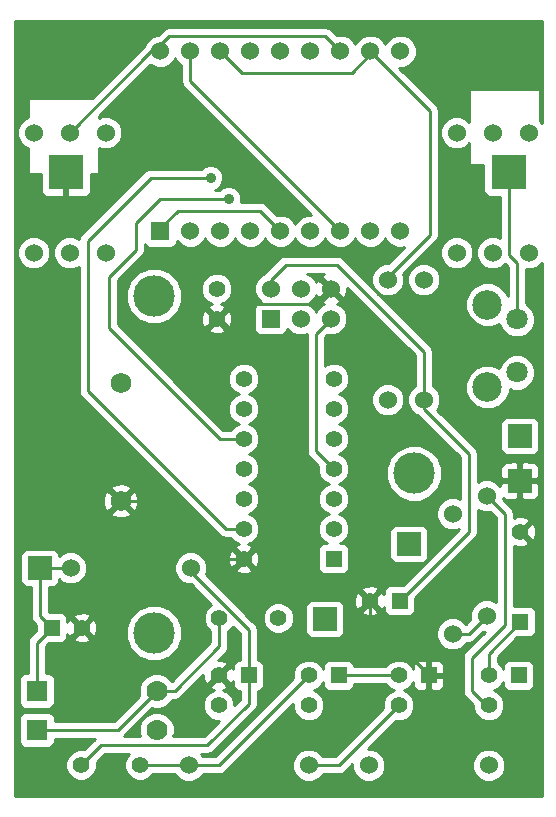
<source format=gbl>
G04 This is an RS-274x file exported by *
G04 gerbv version 2.6.0 *
G04 More information is available about gerbv at *
G04 http://gerbv.gpleda.org/ *
G04 --End of header info--*
%MOIN*%
%FSLAX34Y34*%
%IPPOS*%
G04 --Define apertures--*
%ADD10C,0.0060*%
%ADD11C,0.0197*%
%ADD12R,0.1181X0.1181*%
%ADD13C,0.1378*%
%ADD14C,0.0984*%
%ADD15C,0.0709*%
%ADD16R,0.0550X0.0550*%
%ADD17C,0.0550*%
%ADD18R,0.0600X0.0600*%
%ADD19C,0.0600*%
%ADD20R,0.0787X0.0787*%
%ADD21C,0.0689*%
%ADD22C,0.0700*%
%ADD23R,0.0700X0.0700*%
%ADD24C,0.0350*%
%ADD25C,0.0098*%
%ADD26C,0.0100*%
G04 --Start main section--*
G54D12*
G01X0027165Y-016732D03*
G01X0012402Y-016732D03*
G54D13*
G01X0015354Y-032086D03*
G01X0024016Y-026771D03*
G01X0015354Y-020866D03*
G54D14*
G01X0026457Y-021142D03*
G54D15*
G01X0027441Y-021634D03*
G01X0027441Y-023406D03*
G54D14*
G01X0026457Y-023898D03*
G54D16*
G01X0023533Y-031017D03*
G54D17*
G01X0022533Y-031017D03*
G54D16*
G01X0027500Y-033500D03*
G54D17*
G01X0026500Y-033500D03*
G01X0026500Y-034500D03*
G54D18*
G01X0015551Y-018701D03*
G54D19*
G01X0016551Y-018701D03*
G01X0017551Y-018701D03*
G01X0018551Y-018701D03*
G01X0019551Y-018701D03*
G01X0020551Y-018701D03*
G01X0021551Y-018701D03*
G01X0022551Y-018701D03*
G01X0023551Y-018701D03*
G01X0023551Y-012701D03*
G01X0022551Y-012701D03*
G01X0021551Y-012701D03*
G01X0020551Y-012701D03*
G01X0019551Y-012701D03*
G01X0018551Y-012701D03*
G01X0017551Y-012701D03*
G01X0016551Y-012701D03*
G01X0015551Y-012701D03*
G54D16*
G01X0021333Y-029617D03*
G54D17*
G01X0021333Y-028617D03*
G01X0021333Y-027617D03*
G01X0021333Y-026617D03*
G01X0021333Y-025617D03*
G01X0021333Y-024617D03*
G01X0021333Y-023617D03*
G01X0018333Y-023617D03*
G01X0018333Y-024617D03*
G01X0018333Y-025617D03*
G01X0018333Y-026617D03*
G01X0018333Y-027617D03*
G01X0018333Y-028617D03*
G01X0018333Y-029617D03*
G54D18*
G01X0019233Y-021617D03*
G54D19*
G01X0019233Y-020617D03*
G01X0020233Y-021617D03*
G01X0020233Y-020617D03*
G01X0021233Y-021617D03*
G01X0021233Y-020617D03*
G54D16*
G01X0024500Y-033500D03*
G54D17*
G01X0023500Y-033500D03*
G01X0023500Y-034500D03*
G54D16*
G01X0021500Y-033500D03*
G54D17*
G01X0020500Y-033500D03*
G01X0020500Y-034500D03*
G54D16*
G01X0018500Y-033500D03*
G54D17*
G01X0017500Y-033500D03*
G01X0017500Y-034500D03*
G54D16*
G01X0027559Y-031716D03*
G54D17*
G01X0027559Y-028716D03*
G54D16*
G01X0011933Y-031917D03*
G54D17*
G01X0012933Y-031917D03*
G01X0017520Y-031594D03*
G01X0019488Y-031594D03*
G01X0014882Y-036496D03*
G01X0012914Y-036496D03*
G54D20*
G01X0021033Y-031617D03*
G01X0027533Y-025517D03*
G01X0023833Y-029117D03*
G01X0027533Y-027017D03*
G01X0011533Y-029917D03*
G54D17*
G01X0017433Y-020617D03*
G01X0017433Y-021617D03*
G54D21*
G01X0014233Y-023748D03*
G01X0014233Y-027686D03*
G54D22*
G01X0015433Y-035317D03*
G54D23*
G01X0011433Y-035317D03*
G54D22*
G01X0015433Y-034017D03*
G54D23*
G01X0011433Y-034017D03*
G54D19*
G01X0024333Y-020317D03*
G01X0024333Y-024317D03*
G01X0026500Y-036500D03*
G01X0022500Y-036500D03*
G01X0011333Y-019417D03*
G01X0011333Y-015417D03*
G01X0012533Y-019417D03*
G01X0012533Y-015417D03*
G01X0013733Y-019417D03*
G01X0013733Y-015417D03*
G01X0025433Y-019417D03*
G01X0025433Y-015417D03*
G01X0026633Y-019417D03*
G01X0026633Y-015417D03*
G01X0027833Y-019417D03*
G01X0027833Y-015417D03*
G01X0023133Y-024317D03*
G01X0023133Y-020317D03*
G01X0012567Y-029921D03*
G01X0016567Y-029921D03*
G01X0020500Y-036500D03*
G01X0016500Y-036500D03*
G01X0026433Y-027517D03*
G01X0026433Y-031517D03*
G01X0025295Y-028118D03*
G01X0025295Y-032118D03*
G54D24*
G01X0017233Y-016917D03*
G01X0017833Y-017617D03*
G54D25*
G01X0018333Y-028617D02*
G01X0017733Y-028617D01*
G01X0015233Y-016917D02*
G01X0017233Y-016917D01*
G01X0013133Y-019017D02*
G01X0015233Y-016917D01*
G01X0013133Y-024017D02*
G01X0013133Y-019017D01*
G01X0017733Y-028617D02*
G01X0013133Y-024017D01*
G01X0017533Y-025617D02*
G01X0013833Y-021917D01*
G01X0013833Y-021917D02*
G01X0013833Y-020217D01*
G01X0013833Y-020217D02*
G01X0014733Y-019317D01*
G01X0014733Y-019317D02*
G01X0014733Y-018417D01*
G01X0014733Y-018417D02*
G01X0015533Y-017617D01*
G01X0015533Y-017617D02*
G01X0017833Y-017617D01*
G01X0017533Y-025617D02*
G01X0018333Y-025617D01*
G01X0021233Y-021617D02*
G01X0020733Y-022117D01*
G01X0020733Y-026017D02*
G01X0021333Y-026617D01*
G01X0020733Y-022117D02*
G01X0020733Y-026017D01*
G01X0022551Y-012701D02*
G01X0022551Y-012799D01*
G01X0018267Y-013417D02*
G01X0017551Y-012701D01*
G01X0021933Y-013417D02*
G01X0018267Y-013417D01*
G01X0022551Y-012799D02*
G01X0021933Y-013417D01*
G01X0023133Y-020317D02*
G01X0023133Y-020217D01*
G01X0023133Y-020217D02*
G01X0024533Y-018817D01*
G01X0024533Y-018817D02*
G01X0024533Y-014683D01*
G01X0024533Y-014683D02*
G01X0022551Y-012701D01*
G01X0015551Y-018701D02*
G01X0015551Y-018602D01*
G01X0018861Y-018011D02*
G01X0019551Y-018701D01*
G01X0016142Y-018011D02*
G01X0018861Y-018011D01*
G01X0015551Y-018602D02*
G01X0016142Y-018011D01*
G01X0015551Y-012701D02*
G01X0015249Y-012701D01*
G01X0015249Y-012701D02*
G01X0012533Y-015417D01*
G01X0015551Y-012701D02*
G01X0015551Y-012500D01*
G01X0021055Y-012205D02*
G01X0021551Y-012701D01*
G01X0015846Y-012205D02*
G01X0021055Y-012205D01*
G01X0015551Y-012500D02*
G01X0015846Y-012205D01*
G01X0016551Y-012701D02*
G01X0016551Y-013701D01*
G01X0016551Y-013701D02*
G01X0021551Y-018701D01*
G01X0025295Y-032118D02*
G01X0025832Y-032118D01*
G01X0025832Y-032118D02*
G01X0026433Y-031517D01*
G01X0020500Y-036500D02*
G01X0021500Y-036500D01*
G01X0021500Y-036500D02*
G01X0023500Y-034500D01*
G01X0017433Y-021617D02*
G01X0017533Y-021617D01*
G01X0019333Y-028617D02*
G01X0018333Y-029617D01*
G01X0019333Y-023417D02*
G01X0019333Y-028617D01*
G01X0017533Y-021617D02*
G01X0019333Y-023417D01*
G01X0018333Y-029617D02*
G01X0017633Y-029617D01*
G01X0017633Y-029617D02*
G01X0015702Y-027686D01*
G01X0015702Y-027686D02*
G01X0014233Y-027686D01*
G01X0012402Y-016732D02*
G01X0012402Y-018348D01*
G01X0011933Y-025386D02*
G01X0014233Y-027686D01*
G01X0011933Y-018817D02*
G01X0011933Y-025386D01*
G01X0012402Y-018348D02*
G01X0011933Y-018817D01*
G01X0017433Y-021617D02*
G01X0017933Y-021117D01*
G01X0017933Y-021117D02*
G01X0020833Y-021117D01*
G01X0020833Y-021117D02*
G01X0021233Y-020717D01*
G01X0021233Y-020717D02*
G01X0021233Y-020617D01*
G01X0022533Y-031017D02*
G01X0022533Y-031533D01*
G01X0022533Y-031533D02*
G01X0024500Y-033500D01*
G01X0027441Y-021634D02*
G01X0027441Y-019764D01*
G01X0027165Y-019488D02*
G01X0027165Y-016732D01*
G01X0027441Y-019764D02*
G01X0027165Y-019488D01*
G01X0021500Y-033500D02*
G01X0023500Y-033500D01*
G01X0016500Y-036500D02*
G01X0017500Y-036500D01*
G01X0017500Y-036500D02*
G01X0020500Y-033500D01*
G01X0014882Y-036496D02*
G01X0016496Y-036496D01*
G01X0016496Y-036496D02*
G01X0016500Y-036500D01*
G01X0026500Y-033500D02*
G01X0026500Y-032775D01*
G01X0026500Y-032775D02*
G01X0027559Y-031716D01*
G01X0015433Y-034017D02*
G01X0016033Y-034017D01*
G01X0017520Y-032530D02*
G01X0017520Y-031594D01*
G01X0016033Y-034017D02*
G01X0017520Y-032530D01*
G01X0011433Y-035317D02*
G01X0014133Y-035317D01*
G01X0014133Y-035317D02*
G01X0015433Y-034017D01*
G01X0018500Y-033500D02*
G01X0018500Y-031984D01*
G01X0016567Y-030051D02*
G01X0016567Y-029921D01*
G01X0018500Y-031984D02*
G01X0016567Y-030051D01*
G01X0012914Y-036496D02*
G01X0013583Y-035827D01*
G01X0018500Y-034453D02*
G01X0018500Y-033500D01*
G01X0017126Y-035827D02*
G01X0018500Y-034453D01*
G01X0013583Y-035827D02*
G01X0017126Y-035827D01*
G01X0011433Y-034017D02*
G01X0011433Y-032417D01*
G01X0011433Y-032417D02*
G01X0011933Y-031917D01*
G01X0011533Y-029917D02*
G01X0011533Y-031517D01*
G01X0011533Y-031517D02*
G01X0011933Y-031917D01*
G01X0011533Y-029917D02*
G01X0012563Y-029917D01*
G01X0012563Y-029917D02*
G01X0012567Y-029921D01*
G01X0024333Y-024317D02*
G01X0024333Y-024617D01*
G01X0025833Y-028717D02*
G01X0023533Y-031017D01*
G01X0025833Y-026117D02*
G01X0025833Y-028717D01*
G01X0024333Y-024617D02*
G01X0025833Y-026117D01*
G01X0024333Y-024317D02*
G01X0024333Y-022717D01*
G01X0019233Y-020317D02*
G01X0019233Y-020617D01*
G01X0019733Y-019817D02*
G01X0019233Y-020317D01*
G01X0021433Y-019817D02*
G01X0019733Y-019817D01*
G01X0024333Y-022717D02*
G01X0021433Y-019817D01*
G01X0026500Y-034500D02*
G01X0026416Y-034500D01*
G01X0027033Y-028117D02*
G01X0026433Y-027517D01*
G01X0027033Y-031817D02*
G01X0027033Y-028117D01*
G01X0025933Y-032917D02*
G01X0027033Y-031817D01*
G01X0025933Y-034017D02*
G01X0025933Y-032917D01*
G01X0026416Y-034500D02*
G01X0025933Y-034017D01*
G54D10*
G36*
G01X0018201Y-034329D02*
G01X0018025Y-034505D01*
G01X0018025Y-034396D01*
G01X0017945Y-034203D01*
G01X0017798Y-034055D01*
G01X0017657Y-033996D01*
G01X0017767Y-033952D01*
G01X0017790Y-033861D01*
G01X0017500Y-033571D01*
G01X0017210Y-033861D01*
G01X0017233Y-033952D01*
G01X0017351Y-033993D01*
G01X0017203Y-034055D01*
G01X0017055Y-034202D01*
G01X0016975Y-034395D01*
G01X0016975Y-034604D01*
G01X0017055Y-034797D01*
G01X0017202Y-034945D01*
G01X0017395Y-035025D01*
G01X0017505Y-035025D01*
G01X0017002Y-035528D01*
G01X0015993Y-035528D01*
G01X0016032Y-035436D01*
G01X0016032Y-035198D01*
G01X0015941Y-034978D01*
G01X0015772Y-034809D01*
G01X0015552Y-034718D01*
G01X0015314Y-034718D01*
G01X0015094Y-034809D01*
G01X0014925Y-034978D01*
G01X0014834Y-035198D01*
G01X0014834Y-035436D01*
G01X0014872Y-035528D01*
G01X0014344Y-035528D01*
G01X0015273Y-034599D01*
G01X0015314Y-034616D01*
G01X0015552Y-034616D01*
G01X0015772Y-034525D01*
G01X0015941Y-034356D01*
G01X0015957Y-034316D01*
G01X0016033Y-034316D01*
G01X0016033Y-034315D01*
G01X0016128Y-034296D01*
G01X0016147Y-034293D01*
G01X0016148Y-034293D01*
G01X0016244Y-034228D01*
G01X0016984Y-033488D01*
G01X0016992Y-033630D01*
G01X0017048Y-033767D01*
G01X0017139Y-033790D01*
G01X0017394Y-033535D01*
G01X0017429Y-033500D01*
G01X0017500Y-033429D01*
G01X0017535Y-033394D01*
G01X0017790Y-033139D01*
G01X0017767Y-033048D01*
G01X0017574Y-032981D01*
G01X0017487Y-032985D01*
G01X0017731Y-032742D01*
G01X0017731Y-032741D01*
G01X0017773Y-032677D01*
G01X0017795Y-032645D01*
G01X0017796Y-032644D01*
G01X0017818Y-032531D01*
G01X0017819Y-032530D01*
G01X0017819Y-032037D01*
G01X0017965Y-031892D01*
G01X0017970Y-031877D01*
G01X0018201Y-032107D01*
G01X0018201Y-032976D01*
G01X0018176Y-032976D01*
G01X0018084Y-033014D01*
G01X0018014Y-033084D01*
G01X0017976Y-033175D01*
G01X0017976Y-033274D01*
G01X0017976Y-033291D01*
G01X0017952Y-033233D01*
G01X0017861Y-033210D01*
G01X0017571Y-033500D01*
G01X0017861Y-033790D01*
G01X0017952Y-033767D01*
G01X0017976Y-033697D01*
G01X0017976Y-033824D01*
G01X0018014Y-033916D01*
G01X0018084Y-033986D01*
G01X0018175Y-034024D01*
G01X0018201Y-034024D01*
G01X0018201Y-034329D01*
G01X0018201Y-034329D01*
G37*
G54D26*
G01X0018201Y-034329D02*
G01X0018025Y-034505D01*
G01X0018025Y-034505D02*
G01X0018025Y-034396D01*
G01X0018025Y-034396D02*
G01X0017945Y-034203D01*
G01X0017945Y-034203D02*
G01X0017798Y-034055D01*
G01X0017798Y-034055D02*
G01X0017657Y-033996D01*
G01X0017657Y-033996D02*
G01X0017767Y-033952D01*
G01X0017767Y-033952D02*
G01X0017790Y-033861D01*
G01X0017790Y-033861D02*
G01X0017500Y-033571D01*
G01X0017500Y-033571D02*
G01X0017210Y-033861D01*
G01X0017210Y-033861D02*
G01X0017233Y-033952D01*
G01X0017233Y-033952D02*
G01X0017351Y-033993D01*
G01X0017351Y-033993D02*
G01X0017203Y-034055D01*
G01X0017203Y-034055D02*
G01X0017055Y-034202D01*
G01X0017055Y-034202D02*
G01X0016975Y-034395D01*
G01X0016975Y-034395D02*
G01X0016975Y-034604D01*
G01X0016975Y-034604D02*
G01X0017055Y-034797D01*
G01X0017055Y-034797D02*
G01X0017202Y-034945D01*
G01X0017202Y-034945D02*
G01X0017395Y-035025D01*
G01X0017395Y-035025D02*
G01X0017505Y-035025D01*
G01X0017505Y-035025D02*
G01X0017002Y-035528D01*
G01X0017002Y-035528D02*
G01X0015993Y-035528D01*
G01X0015993Y-035528D02*
G01X0016032Y-035436D01*
G01X0016032Y-035436D02*
G01X0016032Y-035198D01*
G01X0016032Y-035198D02*
G01X0015941Y-034978D01*
G01X0015941Y-034978D02*
G01X0015772Y-034809D01*
G01X0015772Y-034809D02*
G01X0015552Y-034718D01*
G01X0015552Y-034718D02*
G01X0015314Y-034718D01*
G01X0015314Y-034718D02*
G01X0015094Y-034809D01*
G01X0015094Y-034809D02*
G01X0014925Y-034978D01*
G01X0014925Y-034978D02*
G01X0014834Y-035198D01*
G01X0014834Y-035198D02*
G01X0014834Y-035436D01*
G01X0014834Y-035436D02*
G01X0014872Y-035528D01*
G01X0014872Y-035528D02*
G01X0014344Y-035528D01*
G01X0014344Y-035528D02*
G01X0015273Y-034599D01*
G01X0015273Y-034599D02*
G01X0015314Y-034616D01*
G01X0015314Y-034616D02*
G01X0015552Y-034616D01*
G01X0015552Y-034616D02*
G01X0015772Y-034525D01*
G01X0015772Y-034525D02*
G01X0015941Y-034356D01*
G01X0015941Y-034356D02*
G01X0015957Y-034316D01*
G01X0015957Y-034316D02*
G01X0016033Y-034316D01*
G01X0016033Y-034316D02*
G01X0016033Y-034315D01*
G01X0016033Y-034315D02*
G01X0016128Y-034296D01*
G01X0016128Y-034296D02*
G01X0016147Y-034293D01*
G01X0016147Y-034293D02*
G01X0016148Y-034293D01*
G01X0016148Y-034293D02*
G01X0016244Y-034228D01*
G01X0016244Y-034228D02*
G01X0016984Y-033488D01*
G01X0016984Y-033488D02*
G01X0016992Y-033630D01*
G01X0016992Y-033630D02*
G01X0017048Y-033767D01*
G01X0017048Y-033767D02*
G01X0017139Y-033790D01*
G01X0017139Y-033790D02*
G01X0017394Y-033535D01*
G01X0017394Y-033535D02*
G01X0017429Y-033500D01*
G01X0017429Y-033500D02*
G01X0017500Y-033429D01*
G01X0017500Y-033429D02*
G01X0017535Y-033394D01*
G01X0017535Y-033394D02*
G01X0017790Y-033139D01*
G01X0017790Y-033139D02*
G01X0017767Y-033048D01*
G01X0017767Y-033048D02*
G01X0017574Y-032981D01*
G01X0017574Y-032981D02*
G01X0017487Y-032985D01*
G01X0017487Y-032985D02*
G01X0017731Y-032742D01*
G01X0017731Y-032742D02*
G01X0017731Y-032741D01*
G01X0017731Y-032741D02*
G01X0017773Y-032677D01*
G01X0017773Y-032677D02*
G01X0017795Y-032645D01*
G01X0017795Y-032645D02*
G01X0017796Y-032644D01*
G01X0017796Y-032644D02*
G01X0017818Y-032531D01*
G01X0017818Y-032531D02*
G01X0017819Y-032530D01*
G01X0017819Y-032530D02*
G01X0017819Y-032037D01*
G01X0017819Y-032037D02*
G01X0017965Y-031892D01*
G01X0017965Y-031892D02*
G01X0017970Y-031877D01*
G01X0017970Y-031877D02*
G01X0018201Y-032107D01*
G01X0018201Y-032107D02*
G01X0018201Y-032976D01*
G01X0018201Y-032976D02*
G01X0018176Y-032976D01*
G01X0018176Y-032976D02*
G01X0018084Y-033014D01*
G01X0018084Y-033014D02*
G01X0018014Y-033084D01*
G01X0018014Y-033084D02*
G01X0017976Y-033175D01*
G01X0017976Y-033175D02*
G01X0017976Y-033274D01*
G01X0017976Y-033274D02*
G01X0017976Y-033291D01*
G01X0017976Y-033291D02*
G01X0017952Y-033233D01*
G01X0017952Y-033233D02*
G01X0017861Y-033210D01*
G01X0017861Y-033210D02*
G01X0017571Y-033500D01*
G01X0017571Y-033500D02*
G01X0017861Y-033790D01*
G01X0017861Y-033790D02*
G01X0017952Y-033767D01*
G01X0017952Y-033767D02*
G01X0017976Y-033697D01*
G01X0017976Y-033697D02*
G01X0017976Y-033824D01*
G01X0017976Y-033824D02*
G01X0018014Y-033916D01*
G01X0018014Y-033916D02*
G01X0018084Y-033986D01*
G01X0018084Y-033986D02*
G01X0018175Y-034024D01*
G01X0018175Y-034024D02*
G01X0018201Y-034024D01*
G01X0018201Y-034024D02*
G01X0018201Y-034329D01*
G54D10*
G36*
G01X0028274Y-037526D02*
G01X0028176Y-037526D01*
G01X0028176Y-027129D01*
G01X0028176Y-026905D01*
G01X0028175Y-026673D01*
G01X0028175Y-026574D01*
G01X0028175Y-025960D01*
G01X0028175Y-025861D01*
G01X0028175Y-025075D01*
G01X0028137Y-024983D01*
G01X0028067Y-024913D01*
G01X0028044Y-024903D01*
G01X0028044Y-023527D01*
G01X0028044Y-023287D01*
G01X0027953Y-023065D01*
G01X0027783Y-022895D01*
G01X0027562Y-022803D01*
G01X0027322Y-022803D01*
G01X0027100Y-022894D01*
G01X0026930Y-023064D01*
G01X0026849Y-023257D01*
G01X0026605Y-023156D01*
G01X0026310Y-023156D01*
G01X0026037Y-023269D01*
G01X0025828Y-023477D01*
G01X0025715Y-023750D01*
G01X0025715Y-024045D01*
G01X0025828Y-024318D01*
G01X0026036Y-024527D01*
G01X0026309Y-024640D01*
G01X0026604Y-024640D01*
G01X0026877Y-024527D01*
G01X0027086Y-024319D01*
G01X0027199Y-024046D01*
G01X0027199Y-023958D01*
G01X0027320Y-024009D01*
G01X0027560Y-024009D01*
G01X0027782Y-023918D01*
G01X0027952Y-023748D01*
G01X0028044Y-023527D01*
G01X0028044Y-024903D01*
G01X0027976Y-024875D01*
G01X0027877Y-024875D01*
G01X0027091Y-024875D01*
G01X0026999Y-024913D01*
G01X0026929Y-024983D01*
G01X0026891Y-025074D01*
G01X0026891Y-025173D01*
G01X0026891Y-025959D01*
G01X0026929Y-026051D01*
G01X0026999Y-026121D01*
G01X0027090Y-026159D01*
G01X0027189Y-026159D01*
G01X0027975Y-026159D01*
G01X0028067Y-026121D01*
G01X0028137Y-026051D01*
G01X0028175Y-025960D01*
G01X0028175Y-026574D01*
G01X0028137Y-026483D01*
G01X0028067Y-026413D01*
G01X0027975Y-026375D01*
G01X0027645Y-026374D01*
G01X0027583Y-026436D01*
G01X0027583Y-026967D01*
G01X0028114Y-026967D01*
G01X0028176Y-026905D01*
G01X0028176Y-027129D01*
G01X0028114Y-027067D01*
G01X0027583Y-027067D01*
G01X0027583Y-027598D01*
G01X0027645Y-027660D01*
G01X0027975Y-027659D01*
G01X0028067Y-027621D01*
G01X0028137Y-027551D01*
G01X0028175Y-027460D01*
G01X0028175Y-027361D01*
G01X0028176Y-027129D01*
G01X0028176Y-037526D01*
G01X0028083Y-037526D01*
G01X0028083Y-032041D01*
G01X0028083Y-031942D01*
G01X0028083Y-031392D01*
G01X0028078Y-031379D01*
G01X0028078Y-028790D01*
G01X0028067Y-028586D01*
G01X0028011Y-028449D01*
G01X0027920Y-028426D01*
G01X0027630Y-028716D01*
G01X0027920Y-029006D01*
G01X0028011Y-028983D01*
G01X0028078Y-028790D01*
G01X0028078Y-031379D01*
G01X0028045Y-031300D01*
G01X0027975Y-031230D01*
G01X0027884Y-031192D01*
G01X0027785Y-031192D01*
G01X0027332Y-031192D01*
G01X0027332Y-029181D01*
G01X0027485Y-029235D01*
G01X0027689Y-029224D01*
G01X0027826Y-029168D01*
G01X0027849Y-029077D01*
G01X0027594Y-028822D01*
G01X0027559Y-028787D01*
G01X0027488Y-028716D01*
G01X0027559Y-028645D01*
G01X0027594Y-028610D01*
G01X0027849Y-028355D01*
G01X0027826Y-028264D01*
G01X0027633Y-028197D01*
G01X0027429Y-028208D01*
G01X0027332Y-028247D01*
G01X0027332Y-028117D01*
G01X0027309Y-028003D01*
G01X0027308Y-028002D01*
G01X0027286Y-027970D01*
G01X0027244Y-027906D01*
G01X0027244Y-027905D01*
G01X0026976Y-027638D01*
G01X0026982Y-027626D01*
G01X0026982Y-027604D01*
G01X0026999Y-027621D01*
G01X0027091Y-027659D01*
G01X0027421Y-027660D01*
G01X0027483Y-027598D01*
G01X0027483Y-027067D01*
G01X0027483Y-026967D01*
G01X0027483Y-026436D01*
G01X0027421Y-026374D01*
G01X0027091Y-026375D01*
G01X0026999Y-026413D01*
G01X0026929Y-026483D01*
G01X0026891Y-026574D01*
G01X0026891Y-026673D01*
G01X0026890Y-026905D01*
G01X0026952Y-026967D01*
G01X0027483Y-026967D01*
G01X0027483Y-027067D01*
G01X0026952Y-027067D01*
G01X0026890Y-027129D01*
G01X0026890Y-027198D01*
G01X0026744Y-027052D01*
G01X0026542Y-026968D01*
G01X0026324Y-026968D01*
G01X0026132Y-027047D01*
G01X0026132Y-026117D01*
G01X0026112Y-026021D01*
G01X0026109Y-026003D01*
G01X0026109Y-026002D01*
G01X0026044Y-025906D01*
G01X0026044Y-025905D01*
G01X0024782Y-024643D01*
G01X0024798Y-024628D01*
G01X0024882Y-024426D01*
G01X0024882Y-024208D01*
G01X0024882Y-020426D01*
G01X0024882Y-020208D01*
G01X0024832Y-020087D01*
G01X0024832Y-018817D01*
G01X0024832Y-014683D01*
G01X0024831Y-014682D01*
G01X0024809Y-014569D01*
G01X0024808Y-014568D01*
G01X0024786Y-014536D01*
G01X0024744Y-014472D01*
G01X0024744Y-014471D01*
G01X0023522Y-013250D01*
G01X0023660Y-013250D01*
G01X0023862Y-013166D01*
G01X0024016Y-013012D01*
G01X0024100Y-012810D01*
G01X0024100Y-012592D01*
G01X0024016Y-012390D01*
G01X0023862Y-012236D01*
G01X0023660Y-012152D01*
G01X0023442Y-012152D01*
G01X0023240Y-012236D01*
G01X0023086Y-012390D01*
G01X0023051Y-012474D01*
G01X0023016Y-012390D01*
G01X0022862Y-012236D01*
G01X0022660Y-012152D01*
G01X0022442Y-012152D01*
G01X0022240Y-012236D01*
G01X0022086Y-012390D01*
G01X0022051Y-012474D01*
G01X0022016Y-012390D01*
G01X0021862Y-012236D01*
G01X0021660Y-012152D01*
G01X0021442Y-012152D01*
G01X0021429Y-012157D01*
G01X0021266Y-011994D01*
G01X0021170Y-011929D01*
G01X0021150Y-011925D01*
G01X0021055Y-011906D01*
G01X0015846Y-011906D01*
G01X0015750Y-011925D01*
G01X0015731Y-011929D01*
G01X0015634Y-011994D01*
G01X0015476Y-012152D01*
G01X0015442Y-012152D01*
G01X0015240Y-012236D01*
G01X0015086Y-012390D01*
G01X0015046Y-012483D01*
G01X0015046Y-012484D01*
G01X0015038Y-012490D01*
G01X0013282Y-014246D01*
G01X0011158Y-014246D01*
G01X0011158Y-014895D01*
G01X0011022Y-014952D01*
G01X0010868Y-015106D01*
G01X0010784Y-015308D01*
G01X0010784Y-015526D01*
G01X0010868Y-015728D01*
G01X0011022Y-015882D01*
G01X0011158Y-015938D01*
G01X0011158Y-016792D01*
G01X0011562Y-016792D01*
G01X0011562Y-016832D01*
G01X0011574Y-016832D01*
G01X0011562Y-016844D01*
G01X0011563Y-017273D01*
G01X0011563Y-017372D01*
G01X0011601Y-017463D01*
G01X0011671Y-017533D01*
G01X0011763Y-017571D01*
G01X0012290Y-017572D01*
G01X0012352Y-017510D01*
G01X0012352Y-016832D01*
G01X0012352Y-016792D01*
G01X0012452Y-016792D01*
G01X0012452Y-016832D01*
G01X0012452Y-017510D01*
G01X0012514Y-017572D01*
G01X0013041Y-017571D01*
G01X0013133Y-017533D01*
G01X0013203Y-017463D01*
G01X0013241Y-017372D01*
G01X0013241Y-017273D01*
G01X0013242Y-016844D01*
G01X0013230Y-016832D01*
G01X0013242Y-016832D01*
G01X0013242Y-016792D01*
G01X0013513Y-016792D01*
G01X0013513Y-015919D01*
G01X0013624Y-015966D01*
G01X0013842Y-015966D01*
G01X0014044Y-015882D01*
G01X0014198Y-015728D01*
G01X0014282Y-015526D01*
G01X0014282Y-015308D01*
G01X0014198Y-015106D01*
G01X0014044Y-014952D01*
G01X0013842Y-014868D01*
G01X0013624Y-014868D01*
G01X0013513Y-014914D01*
G01X0013513Y-014859D01*
G01X0015223Y-013149D01*
G01X0015240Y-013166D01*
G01X0015442Y-013250D01*
G01X0015660Y-013250D01*
G01X0015862Y-013166D01*
G01X0016016Y-013012D01*
G01X0016051Y-012927D01*
G01X0016086Y-013012D01*
G01X0016240Y-013166D01*
G01X0016252Y-013170D01*
G01X0016252Y-013701D01*
G01X0016271Y-013796D01*
G01X0016275Y-013816D01*
G01X0016340Y-013912D01*
G01X0020580Y-018152D01*
G01X0020442Y-018152D01*
G01X0020240Y-018236D01*
G01X0020086Y-018390D01*
G01X0020051Y-018474D01*
G01X0020016Y-018390D01*
G01X0019862Y-018236D01*
G01X0019660Y-018152D01*
G01X0019442Y-018152D01*
G01X0019429Y-018157D01*
G01X0019072Y-017800D01*
G01X0018976Y-017735D01*
G01X0018956Y-017731D01*
G01X0018861Y-017712D01*
G01X0018253Y-017712D01*
G01X0018258Y-017702D01*
G01X0018258Y-017533D01*
G01X0018194Y-017377D01*
G01X0018074Y-017257D01*
G01X0017918Y-017192D01*
G01X0017749Y-017192D01*
G01X0017593Y-017256D01*
G01X0017531Y-017318D01*
G01X0017375Y-017318D01*
G01X0017473Y-017278D01*
G01X0017593Y-017158D01*
G01X0017658Y-017002D01*
G01X0017658Y-016833D01*
G01X0017594Y-016677D01*
G01X0017474Y-016557D01*
G01X0017318Y-016492D01*
G01X0017149Y-016492D01*
G01X0016993Y-016556D01*
G01X0016931Y-016618D01*
G01X0015233Y-016618D01*
G01X0015119Y-016641D01*
G01X0015086Y-016663D01*
G01X0015021Y-016706D01*
G01X0012922Y-018806D01*
G01X0012857Y-018902D01*
G01X0012853Y-018921D01*
G01X0012846Y-018954D01*
G01X0012844Y-018952D01*
G01X0012642Y-018868D01*
G01X0012424Y-018868D01*
G01X0012222Y-018952D01*
G01X0012068Y-019106D01*
G01X0011984Y-019308D01*
G01X0011984Y-019526D01*
G01X0012068Y-019728D01*
G01X0012222Y-019882D01*
G01X0012424Y-019966D01*
G01X0012642Y-019966D01*
G01X0012834Y-019886D01*
G01X0012834Y-024017D01*
G01X0012853Y-024112D01*
G01X0012857Y-024132D01*
G01X0012922Y-024228D01*
G01X0017521Y-028828D01*
G01X0017522Y-028828D01*
G01X0017618Y-028893D01*
G01X0017619Y-028893D01*
G01X0017637Y-028896D01*
G01X0017733Y-028916D01*
G01X0017889Y-028916D01*
G01X0018035Y-029062D01*
G01X0018175Y-029120D01*
G01X0018066Y-029165D01*
G01X0018043Y-029256D01*
G01X0018333Y-029546D01*
G01X0018623Y-029256D01*
G01X0018600Y-029165D01*
G01X0018481Y-029123D01*
G01X0018630Y-029062D01*
G01X0018778Y-028915D01*
G01X0018858Y-028722D01*
G01X0018858Y-028513D01*
G01X0018778Y-028320D01*
G01X0018631Y-028172D01*
G01X0018497Y-028116D01*
G01X0018630Y-028062D01*
G01X0018778Y-027915D01*
G01X0018858Y-027722D01*
G01X0018858Y-027513D01*
G01X0018778Y-027320D01*
G01X0018631Y-027172D01*
G01X0018497Y-027116D01*
G01X0018630Y-027062D01*
G01X0018778Y-026915D01*
G01X0018858Y-026722D01*
G01X0018858Y-026513D01*
G01X0018778Y-026320D01*
G01X0018631Y-026172D01*
G01X0018497Y-026116D01*
G01X0018630Y-026062D01*
G01X0018778Y-025915D01*
G01X0018858Y-025722D01*
G01X0018858Y-025513D01*
G01X0018778Y-025320D01*
G01X0018631Y-025172D01*
G01X0018497Y-025116D01*
G01X0018630Y-025062D01*
G01X0018778Y-024915D01*
G01X0018858Y-024722D01*
G01X0018858Y-024513D01*
G01X0018778Y-024320D01*
G01X0018631Y-024172D01*
G01X0018497Y-024116D01*
G01X0018630Y-024062D01*
G01X0018778Y-023915D01*
G01X0018858Y-023722D01*
G01X0018858Y-023513D01*
G01X0018778Y-023320D01*
G01X0018631Y-023172D01*
G01X0018438Y-023092D01*
G01X0018229Y-023092D01*
G01X0018036Y-023172D01*
G01X0017958Y-023249D01*
G01X0017958Y-020722D01*
G01X0017958Y-020513D01*
G01X0017878Y-020320D01*
G01X0017731Y-020172D01*
G01X0017538Y-020092D01*
G01X0017329Y-020092D01*
G01X0017136Y-020172D01*
G01X0016988Y-020319D01*
G01X0016908Y-020512D01*
G01X0016908Y-020721D01*
G01X0016988Y-020914D01*
G01X0017135Y-021062D01*
G01X0017275Y-021120D01*
G01X0017166Y-021165D01*
G01X0017143Y-021256D01*
G01X0017433Y-021546D01*
G01X0017723Y-021256D01*
G01X0017700Y-021165D01*
G01X0017581Y-021123D01*
G01X0017730Y-021062D01*
G01X0017878Y-020915D01*
G01X0017958Y-020722D01*
G01X0017958Y-023249D01*
G01X0017952Y-023255D01*
G01X0017952Y-021691D01*
G01X0017941Y-021487D01*
G01X0017885Y-021350D01*
G01X0017794Y-021327D01*
G01X0017504Y-021617D01*
G01X0017794Y-021907D01*
G01X0017885Y-021884D01*
G01X0017952Y-021691D01*
G01X0017952Y-023255D01*
G01X0017888Y-023319D01*
G01X0017808Y-023512D01*
G01X0017808Y-023721D01*
G01X0017888Y-023914D01*
G01X0018035Y-024062D01*
G01X0018168Y-024117D01*
G01X0018036Y-024172D01*
G01X0017888Y-024319D01*
G01X0017808Y-024512D01*
G01X0017808Y-024721D01*
G01X0017888Y-024914D01*
G01X0018035Y-025062D01*
G01X0018168Y-025117D01*
G01X0018036Y-025172D01*
G01X0017889Y-025318D01*
G01X0017723Y-025318D01*
G01X0017723Y-021978D01*
G01X0017433Y-021688D01*
G01X0017362Y-021759D01*
G01X0017362Y-021617D01*
G01X0017072Y-021327D01*
G01X0016981Y-021350D01*
G01X0016914Y-021543D01*
G01X0016925Y-021747D01*
G01X0016981Y-021884D01*
G01X0017072Y-021907D01*
G01X0017362Y-021617D01*
G01X0017362Y-021759D01*
G01X0017143Y-021978D01*
G01X0017166Y-022069D01*
G01X0017359Y-022136D01*
G01X0017563Y-022125D01*
G01X0017700Y-022069D01*
G01X0017723Y-021978D01*
G01X0017723Y-025318D01*
G01X0017656Y-025318D01*
G01X0016293Y-023954D01*
G01X0016293Y-021053D01*
G01X0016293Y-020680D01*
G01X0016150Y-020335D01*
G01X0015886Y-020071D01*
G01X0015541Y-019927D01*
G01X0015168Y-019927D01*
G01X0014823Y-020070D01*
G01X0014559Y-020334D01*
G01X0014415Y-020679D01*
G01X0014415Y-021052D01*
G01X0014558Y-021397D01*
G01X0014822Y-021661D01*
G01X0015167Y-021805D01*
G01X0015540Y-021805D01*
G01X0015885Y-021662D01*
G01X0016149Y-021398D01*
G01X0016293Y-021053D01*
G01X0016293Y-023954D01*
G01X0014132Y-021793D01*
G01X0014132Y-020340D01*
G01X0014944Y-019529D01*
G01X0014944Y-019528D01*
G01X0014986Y-019464D01*
G01X0015008Y-019432D01*
G01X0015009Y-019431D01*
G01X0015031Y-019318D01*
G01X0015032Y-019317D01*
G01X0015032Y-019122D01*
G01X0015040Y-019142D01*
G01X0015110Y-019212D01*
G01X0015201Y-019250D01*
G01X0015300Y-019250D01*
G01X0015900Y-019250D01*
G01X0015992Y-019212D01*
G01X0016062Y-019142D01*
G01X0016100Y-019051D01*
G01X0016100Y-019026D01*
G01X0016240Y-019166D01*
G01X0016442Y-019250D01*
G01X0016660Y-019250D01*
G01X0016862Y-019166D01*
G01X0017016Y-019012D01*
G01X0017051Y-018927D01*
G01X0017086Y-019012D01*
G01X0017240Y-019166D01*
G01X0017442Y-019250D01*
G01X0017660Y-019250D01*
G01X0017862Y-019166D01*
G01X0018016Y-019012D01*
G01X0018051Y-018927D01*
G01X0018086Y-019012D01*
G01X0018240Y-019166D01*
G01X0018442Y-019250D01*
G01X0018660Y-019250D01*
G01X0018862Y-019166D01*
G01X0019016Y-019012D01*
G01X0019051Y-018927D01*
G01X0019086Y-019012D01*
G01X0019240Y-019166D01*
G01X0019442Y-019250D01*
G01X0019660Y-019250D01*
G01X0019862Y-019166D01*
G01X0020016Y-019012D01*
G01X0020051Y-018927D01*
G01X0020086Y-019012D01*
G01X0020240Y-019166D01*
G01X0020442Y-019250D01*
G01X0020660Y-019250D01*
G01X0020862Y-019166D01*
G01X0021016Y-019012D01*
G01X0021051Y-018927D01*
G01X0021086Y-019012D01*
G01X0021240Y-019166D01*
G01X0021442Y-019250D01*
G01X0021660Y-019250D01*
G01X0021862Y-019166D01*
G01X0022016Y-019012D01*
G01X0022051Y-018927D01*
G01X0022086Y-019012D01*
G01X0022240Y-019166D01*
G01X0022442Y-019250D01*
G01X0022660Y-019250D01*
G01X0022862Y-019166D01*
G01X0023016Y-019012D01*
G01X0023051Y-018927D01*
G01X0023086Y-019012D01*
G01X0023240Y-019166D01*
G01X0023442Y-019250D01*
G01X0023660Y-019250D01*
G01X0023689Y-019237D01*
G01X0023159Y-019768D01*
G01X0023024Y-019768D01*
G01X0022822Y-019852D01*
G01X0022668Y-020006D01*
G01X0022584Y-020208D01*
G01X0022584Y-020426D01*
G01X0022668Y-020628D01*
G01X0022822Y-020782D01*
G01X0023024Y-020866D01*
G01X0023242Y-020866D01*
G01X0023444Y-020782D01*
G01X0023598Y-020628D01*
G01X0023682Y-020426D01*
G01X0023682Y-020208D01*
G01X0023647Y-020124D01*
G01X0024744Y-019029D01*
G01X0024744Y-019028D01*
G01X0024786Y-018964D01*
G01X0024808Y-018932D01*
G01X0024809Y-018931D01*
G01X0024831Y-018818D01*
G01X0024832Y-018817D01*
G01X0024832Y-020087D01*
G01X0024798Y-020006D01*
G01X0024644Y-019852D01*
G01X0024442Y-019768D01*
G01X0024224Y-019768D01*
G01X0024022Y-019852D01*
G01X0023868Y-020006D01*
G01X0023784Y-020208D01*
G01X0023784Y-020426D01*
G01X0023868Y-020628D01*
G01X0024022Y-020782D01*
G01X0024224Y-020866D01*
G01X0024442Y-020866D01*
G01X0024644Y-020782D01*
G01X0024798Y-020628D01*
G01X0024882Y-020426D01*
G01X0024882Y-024208D01*
G01X0024798Y-024006D01*
G01X0024644Y-023852D01*
G01X0024632Y-023847D01*
G01X0024632Y-022717D01*
G01X0024612Y-022621D01*
G01X0024609Y-022603D01*
G01X0024609Y-022602D01*
G01X0024544Y-022506D01*
G01X0024544Y-022505D01*
G01X0021644Y-019606D01*
G01X0021548Y-019541D01*
G01X0021528Y-019537D01*
G01X0021433Y-019518D01*
G01X0019733Y-019518D01*
G01X0019637Y-019537D01*
G01X0019618Y-019541D01*
G01X0019521Y-019606D01*
G01X0019022Y-020106D01*
G01X0019017Y-020112D01*
G01X0018922Y-020152D01*
G01X0018768Y-020306D01*
G01X0018684Y-020508D01*
G01X0018684Y-020726D01*
G01X0018768Y-020928D01*
G01X0018908Y-021068D01*
G01X0018884Y-021068D01*
G01X0018792Y-021106D01*
G01X0018722Y-021176D01*
G01X0018684Y-021267D01*
G01X0018684Y-021366D01*
G01X0018684Y-021966D01*
G01X0018722Y-022058D01*
G01X0018792Y-022128D01*
G01X0018883Y-022166D01*
G01X0018982Y-022166D01*
G01X0019582Y-022166D01*
G01X0019674Y-022128D01*
G01X0019744Y-022058D01*
G01X0019782Y-021967D01*
G01X0019782Y-021942D01*
G01X0019922Y-022082D01*
G01X0020124Y-022166D01*
G01X0020342Y-022166D01*
G01X0020434Y-022127D01*
G01X0020434Y-026017D01*
G01X0020453Y-026112D01*
G01X0020457Y-026132D01*
G01X0020522Y-026228D01*
G01X0020808Y-026514D01*
G01X0020808Y-026721D01*
G01X0020888Y-026914D01*
G01X0021035Y-027062D01*
G01X0021168Y-027117D01*
G01X0021036Y-027172D01*
G01X0020888Y-027319D01*
G01X0020808Y-027512D01*
G01X0020808Y-027721D01*
G01X0020888Y-027914D01*
G01X0021035Y-028062D01*
G01X0021168Y-028117D01*
G01X0021036Y-028172D01*
G01X0020888Y-028319D01*
G01X0020808Y-028512D01*
G01X0020808Y-028721D01*
G01X0020888Y-028914D01*
G01X0021035Y-029062D01*
G01X0021109Y-029093D01*
G01X0021009Y-029093D01*
G01X0020917Y-029131D01*
G01X0020847Y-029201D01*
G01X0020809Y-029292D01*
G01X0020809Y-029391D01*
G01X0020809Y-029941D01*
G01X0020847Y-030033D01*
G01X0020917Y-030103D01*
G01X0021008Y-030141D01*
G01X0021107Y-030141D01*
G01X0021657Y-030141D01*
G01X0021749Y-030103D01*
G01X0021819Y-030033D01*
G01X0021857Y-029942D01*
G01X0021857Y-029843D01*
G01X0021857Y-029293D01*
G01X0021819Y-029201D01*
G01X0021749Y-029131D01*
G01X0021658Y-029093D01*
G01X0021559Y-029093D01*
G01X0021555Y-029093D01*
G01X0021630Y-029062D01*
G01X0021778Y-028915D01*
G01X0021858Y-028722D01*
G01X0021858Y-028513D01*
G01X0021778Y-028320D01*
G01X0021631Y-028172D01*
G01X0021497Y-028116D01*
G01X0021630Y-028062D01*
G01X0021778Y-027915D01*
G01X0021858Y-027722D01*
G01X0021858Y-027513D01*
G01X0021778Y-027320D01*
G01X0021631Y-027172D01*
G01X0021497Y-027116D01*
G01X0021630Y-027062D01*
G01X0021778Y-026915D01*
G01X0021858Y-026722D01*
G01X0021858Y-026513D01*
G01X0021778Y-026320D01*
G01X0021631Y-026172D01*
G01X0021497Y-026116D01*
G01X0021630Y-026062D01*
G01X0021778Y-025915D01*
G01X0021858Y-025722D01*
G01X0021858Y-025513D01*
G01X0021778Y-025320D01*
G01X0021631Y-025172D01*
G01X0021497Y-025116D01*
G01X0021630Y-025062D01*
G01X0021778Y-024915D01*
G01X0021858Y-024722D01*
G01X0021858Y-024513D01*
G01X0021778Y-024320D01*
G01X0021631Y-024172D01*
G01X0021497Y-024116D01*
G01X0021630Y-024062D01*
G01X0021778Y-023915D01*
G01X0021858Y-023722D01*
G01X0021858Y-023513D01*
G01X0021778Y-023320D01*
G01X0021631Y-023172D01*
G01X0021438Y-023092D01*
G01X0021229Y-023092D01*
G01X0021036Y-023172D01*
G01X0021032Y-023175D01*
G01X0021032Y-022240D01*
G01X0021111Y-022160D01*
G01X0021124Y-022166D01*
G01X0021342Y-022166D01*
G01X0021544Y-022082D01*
G01X0021698Y-021928D01*
G01X0021782Y-021726D01*
G01X0021782Y-021508D01*
G01X0021698Y-021306D01*
G01X0021544Y-021152D01*
G01X0021452Y-021114D01*
G01X0021514Y-021089D01*
G01X0021541Y-020995D01*
G01X0021233Y-020688D01*
G01X0020925Y-020995D01*
G01X0020952Y-021089D01*
G01X0021017Y-021112D01*
G01X0020922Y-021152D01*
G01X0020768Y-021306D01*
G01X0020733Y-021390D01*
G01X0020698Y-021306D01*
G01X0020544Y-021152D01*
G01X0020459Y-021117D01*
G01X0020544Y-021082D01*
G01X0020698Y-020928D01*
G01X0020735Y-020836D01*
G01X0020761Y-020898D01*
G01X0020855Y-020925D01*
G01X0021162Y-020617D01*
G01X0020855Y-020309D01*
G01X0020761Y-020336D01*
G01X0020737Y-020401D01*
G01X0020698Y-020306D01*
G01X0020544Y-020152D01*
G01X0020457Y-020116D01*
G01X0021023Y-020116D01*
G01X0020952Y-020145D01*
G01X0020925Y-020239D01*
G01X0021198Y-020511D01*
G01X0021233Y-020546D01*
G01X0021304Y-020617D01*
G01X0021339Y-020652D01*
G01X0021611Y-020925D01*
G01X0021705Y-020898D01*
G01X0021776Y-020696D01*
G01X0021769Y-020575D01*
G01X0024034Y-022840D01*
G01X0024034Y-023847D01*
G01X0024022Y-023852D01*
G01X0023868Y-024006D01*
G01X0023784Y-024208D01*
G01X0023784Y-024426D01*
G01X0023868Y-024628D01*
G01X0024022Y-024782D01*
G01X0024117Y-024821D01*
G01X0024122Y-024828D01*
G01X0025534Y-026240D01*
G01X0025534Y-027623D01*
G01X0025404Y-027569D01*
G01X0025186Y-027569D01*
G01X0024984Y-027653D01*
G01X0024955Y-027682D01*
G01X0024955Y-026958D01*
G01X0024955Y-026585D01*
G01X0024812Y-026240D01*
G01X0024548Y-025976D01*
G01X0024203Y-025832D01*
G01X0023830Y-025832D01*
G01X0023682Y-025893D01*
G01X0023682Y-024426D01*
G01X0023682Y-024208D01*
G01X0023598Y-024006D01*
G01X0023444Y-023852D01*
G01X0023242Y-023768D01*
G01X0023024Y-023768D01*
G01X0022822Y-023852D01*
G01X0022668Y-024006D01*
G01X0022584Y-024208D01*
G01X0022584Y-024426D01*
G01X0022668Y-024628D01*
G01X0022822Y-024782D01*
G01X0023024Y-024866D01*
G01X0023242Y-024866D01*
G01X0023444Y-024782D01*
G01X0023598Y-024628D01*
G01X0023682Y-024426D01*
G01X0023682Y-025893D01*
G01X0023485Y-025975D01*
G01X0023221Y-026239D01*
G01X0023077Y-026584D01*
G01X0023077Y-026957D01*
G01X0023220Y-027302D01*
G01X0023484Y-027566D01*
G01X0023829Y-027710D01*
G01X0024202Y-027710D01*
G01X0024547Y-027567D01*
G01X0024811Y-027303D01*
G01X0024955Y-026958D01*
G01X0024955Y-027682D01*
G01X0024830Y-027807D01*
G01X0024746Y-028009D01*
G01X0024746Y-028227D01*
G01X0024830Y-028429D01*
G01X0024984Y-028583D01*
G01X0025186Y-028667D01*
G01X0025404Y-028667D01*
G01X0025499Y-028627D01*
G01X0024475Y-029651D01*
G01X0024475Y-029560D01*
G01X0024475Y-029461D01*
G01X0024475Y-028675D01*
G01X0024437Y-028583D01*
G01X0024367Y-028513D01*
G01X0024276Y-028475D01*
G01X0024177Y-028475D01*
G01X0023391Y-028475D01*
G01X0023299Y-028513D01*
G01X0023229Y-028583D01*
G01X0023191Y-028674D01*
G01X0023191Y-028773D01*
G01X0023191Y-029559D01*
G01X0023229Y-029651D01*
G01X0023299Y-029721D01*
G01X0023390Y-029759D01*
G01X0023489Y-029759D01*
G01X0024275Y-029759D01*
G01X0024367Y-029721D01*
G01X0024437Y-029651D01*
G01X0024475Y-029560D01*
G01X0024475Y-029651D01*
G01X0023634Y-030493D01*
G01X0023209Y-030493D01*
G01X0023117Y-030531D01*
G01X0023047Y-030601D01*
G01X0023009Y-030692D01*
G01X0023009Y-030791D01*
G01X0023009Y-030808D01*
G01X0022985Y-030750D01*
G01X0022894Y-030727D01*
G01X0022823Y-030798D01*
G01X0022823Y-030656D01*
G01X0022800Y-030565D01*
G01X0022607Y-030498D01*
G01X0022403Y-030509D01*
G01X0022266Y-030565D01*
G01X0022243Y-030656D01*
G01X0022533Y-030946D01*
G01X0022823Y-030656D01*
G01X0022823Y-030798D01*
G01X0022604Y-031017D01*
G01X0022894Y-031307D01*
G01X0022985Y-031284D01*
G01X0023009Y-031214D01*
G01X0023009Y-031341D01*
G01X0023047Y-031433D01*
G01X0023117Y-031503D01*
G01X0023208Y-031541D01*
G01X0023307Y-031541D01*
G01X0023857Y-031541D01*
G01X0023949Y-031503D01*
G01X0024019Y-031433D01*
G01X0024057Y-031342D01*
G01X0024057Y-031243D01*
G01X0024057Y-030915D01*
G01X0026044Y-028929D01*
G01X0026044Y-028928D01*
G01X0026086Y-028864D01*
G01X0026108Y-028832D01*
G01X0026109Y-028831D01*
G01X0026131Y-028717D01*
G01X0026132Y-028717D01*
G01X0026132Y-027986D01*
G01X0026324Y-028066D01*
G01X0026542Y-028066D01*
G01X0026554Y-028060D01*
G01X0026734Y-028240D01*
G01X0026734Y-031047D01*
G01X0026542Y-030968D01*
G01X0026324Y-030968D01*
G01X0026122Y-031052D01*
G01X0025968Y-031206D01*
G01X0025884Y-031408D01*
G01X0025884Y-031626D01*
G01X0025889Y-031638D01*
G01X0025740Y-031787D01*
G01X0025606Y-031653D01*
G01X0025404Y-031569D01*
G01X0025186Y-031569D01*
G01X0024984Y-031653D01*
G01X0024830Y-031807D01*
G01X0024746Y-032009D01*
G01X0024746Y-032227D01*
G01X0024830Y-032429D01*
G01X0024984Y-032583D01*
G01X0025186Y-032667D01*
G01X0025404Y-032667D01*
G01X0025606Y-032583D01*
G01X0025760Y-032429D01*
G01X0025764Y-032417D01*
G01X0025832Y-032417D01*
G01X0025832Y-032416D01*
G01X0025927Y-032397D01*
G01X0025946Y-032394D01*
G01X0025947Y-032394D01*
G01X0026043Y-032329D01*
G01X0026311Y-032060D01*
G01X0026324Y-032066D01*
G01X0026361Y-032066D01*
G01X0025722Y-032706D01*
G01X0025657Y-032802D01*
G01X0025653Y-032821D01*
G01X0025634Y-032917D01*
G01X0025634Y-034017D01*
G01X0025653Y-034112D01*
G01X0025657Y-034132D01*
G01X0025722Y-034228D01*
G01X0025975Y-034481D01*
G01X0025975Y-034604D01*
G01X0026055Y-034797D01*
G01X0026202Y-034945D01*
G01X0026395Y-035025D01*
G01X0026604Y-035025D01*
G01X0026797Y-034945D01*
G01X0026945Y-034798D01*
G01X0027025Y-034605D01*
G01X0027025Y-034396D01*
G01X0026945Y-034203D01*
G01X0026798Y-034055D01*
G01X0026664Y-033999D01*
G01X0026797Y-033945D01*
G01X0026945Y-033798D01*
G01X0026976Y-033723D01*
G01X0026976Y-033824D01*
G01X0027014Y-033916D01*
G01X0027084Y-033986D01*
G01X0027175Y-034024D01*
G01X0027274Y-034024D01*
G01X0027824Y-034024D01*
G01X0027916Y-033986D01*
G01X0027986Y-033916D01*
G01X0028024Y-033825D01*
G01X0028024Y-033726D01*
G01X0028024Y-033176D01*
G01X0027986Y-033084D01*
G01X0027916Y-033014D01*
G01X0027825Y-032976D01*
G01X0027726Y-032976D01*
G01X0027176Y-032976D01*
G01X0027084Y-033014D01*
G01X0027014Y-033084D01*
G01X0026976Y-033175D01*
G01X0026976Y-033274D01*
G01X0026976Y-033277D01*
G01X0026945Y-033203D01*
G01X0026799Y-033056D01*
G01X0026799Y-032898D01*
G01X0027457Y-032240D01*
G01X0027883Y-032240D01*
G01X0027975Y-032202D01*
G01X0028045Y-032132D01*
G01X0028083Y-032041D01*
G01X0028083Y-037526D01*
G01X0027049Y-037526D01*
G01X0027049Y-036609D01*
G01X0027049Y-036391D01*
G01X0026965Y-036189D01*
G01X0026811Y-036035D01*
G01X0026609Y-035951D01*
G01X0026391Y-035951D01*
G01X0026189Y-036035D01*
G01X0026035Y-036189D01*
G01X0025951Y-036391D01*
G01X0025951Y-036609D01*
G01X0026035Y-036811D01*
G01X0026189Y-036965D01*
G01X0026391Y-037049D01*
G01X0026609Y-037049D01*
G01X0026811Y-036965D01*
G01X0026965Y-036811D01*
G01X0027049Y-036609D01*
G01X0027049Y-037526D01*
G01X0025025Y-037526D01*
G01X0025025Y-033612D01*
G01X0025025Y-033388D01*
G01X0025024Y-033274D01*
G01X0025024Y-033175D01*
G01X0024986Y-033084D01*
G01X0024916Y-033014D01*
G01X0024824Y-032976D01*
G01X0024612Y-032975D01*
G01X0024550Y-033037D01*
G01X0024550Y-033450D01*
G01X0024963Y-033450D01*
G01X0025025Y-033388D01*
G01X0025025Y-033612D01*
G01X0024963Y-033550D01*
G01X0024550Y-033550D01*
G01X0024550Y-033963D01*
G01X0024612Y-034025D01*
G01X0024824Y-034024D01*
G01X0024916Y-033986D01*
G01X0024986Y-033916D01*
G01X0025024Y-033825D01*
G01X0025024Y-033726D01*
G01X0025025Y-033612D01*
G01X0025025Y-037526D01*
G01X0024450Y-037526D01*
G01X0024450Y-033963D01*
G01X0024450Y-033600D01*
G01X0024450Y-033550D01*
G01X0024450Y-033450D01*
G01X0024450Y-033400D01*
G01X0024450Y-033037D01*
G01X0024388Y-032975D01*
G01X0024176Y-032976D01*
G01X0024084Y-033014D01*
G01X0024014Y-033084D01*
G01X0023976Y-033175D01*
G01X0023976Y-033274D01*
G01X0023975Y-033277D01*
G01X0023945Y-033203D01*
G01X0023798Y-033055D01*
G01X0023605Y-032975D01*
G01X0023396Y-032975D01*
G01X0023203Y-033055D01*
G01X0023056Y-033201D01*
G01X0022823Y-033201D01*
G01X0022823Y-031378D01*
G01X0022533Y-031088D01*
G01X0022462Y-031159D01*
G01X0022462Y-031017D01*
G01X0022172Y-030727D01*
G01X0022081Y-030750D01*
G01X0022014Y-030943D01*
G01X0022025Y-031147D01*
G01X0022081Y-031284D01*
G01X0022172Y-031307D01*
G01X0022462Y-031017D01*
G01X0022462Y-031159D01*
G01X0022243Y-031378D01*
G01X0022266Y-031469D01*
G01X0022459Y-031536D01*
G01X0022663Y-031525D01*
G01X0022800Y-031469D01*
G01X0022823Y-031378D01*
G01X0022823Y-033201D01*
G01X0022024Y-033201D01*
G01X0022024Y-033176D01*
G01X0021986Y-033084D01*
G01X0021916Y-033014D01*
G01X0021825Y-032976D01*
G01X0021726Y-032976D01*
G01X0021675Y-032976D01*
G01X0021675Y-032060D01*
G01X0021675Y-031961D01*
G01X0021675Y-031175D01*
G01X0021637Y-031083D01*
G01X0021567Y-031013D01*
G01X0021476Y-030975D01*
G01X0021377Y-030975D01*
G01X0020591Y-030975D01*
G01X0020499Y-031013D01*
G01X0020429Y-031083D01*
G01X0020391Y-031174D01*
G01X0020391Y-031273D01*
G01X0020391Y-032059D01*
G01X0020429Y-032151D01*
G01X0020499Y-032221D01*
G01X0020590Y-032259D01*
G01X0020689Y-032259D01*
G01X0021475Y-032259D01*
G01X0021567Y-032221D01*
G01X0021637Y-032151D01*
G01X0021675Y-032060D01*
G01X0021675Y-032976D01*
G01X0021176Y-032976D01*
G01X0021084Y-033014D01*
G01X0021014Y-033084D01*
G01X0020976Y-033175D01*
G01X0020976Y-033274D01*
G01X0020976Y-033277D01*
G01X0020945Y-033203D01*
G01X0020798Y-033055D01*
G01X0020605Y-032975D01*
G01X0020396Y-032975D01*
G01X0020203Y-033055D01*
G01X0020055Y-033202D01*
G01X0020013Y-033303D01*
G01X0020013Y-031699D01*
G01X0020013Y-031490D01*
G01X0019933Y-031297D01*
G01X0019786Y-031149D01*
G01X0019593Y-031069D01*
G01X0019384Y-031069D01*
G01X0019191Y-031149D01*
G01X0019043Y-031296D01*
G01X0018963Y-031489D01*
G01X0018963Y-031698D01*
G01X0019043Y-031891D01*
G01X0019190Y-032039D01*
G01X0019383Y-032119D01*
G01X0019592Y-032119D01*
G01X0019785Y-032039D01*
G01X0019933Y-031892D01*
G01X0020013Y-031699D01*
G01X0020013Y-033303D01*
G01X0019975Y-033395D01*
G01X0019975Y-033602D01*
G01X0017376Y-036201D01*
G01X0016969Y-036201D01*
G01X0016965Y-036189D01*
G01X0016902Y-036126D01*
G01X0017126Y-036126D01*
G01X0017126Y-036125D01*
G01X0017221Y-036106D01*
G01X0017240Y-036103D01*
G01X0017241Y-036103D01*
G01X0017337Y-036038D01*
G01X0018711Y-034665D01*
G01X0018711Y-034664D01*
G01X0018776Y-034568D01*
G01X0018776Y-034567D01*
G01X0018779Y-034548D01*
G01X0018798Y-034453D01*
G01X0018799Y-034453D01*
G01X0018799Y-034024D01*
G01X0018824Y-034024D01*
G01X0018916Y-033986D01*
G01X0018986Y-033916D01*
G01X0019024Y-033825D01*
G01X0019024Y-033726D01*
G01X0019024Y-033176D01*
G01X0018986Y-033084D01*
G01X0018916Y-033014D01*
G01X0018852Y-032987D01*
G01X0018852Y-029691D01*
G01X0018841Y-029487D01*
G01X0018785Y-029350D01*
G01X0018694Y-029327D01*
G01X0018404Y-029617D01*
G01X0018694Y-029907D01*
G01X0018785Y-029884D01*
G01X0018852Y-029691D01*
G01X0018852Y-032987D01*
G01X0018825Y-032976D01*
G01X0018799Y-032976D01*
G01X0018799Y-031984D01*
G01X0018776Y-031870D01*
G01X0018775Y-031869D01*
G01X0018753Y-031837D01*
G01X0018711Y-031773D01*
G01X0018711Y-031772D01*
G01X0018623Y-031684D01*
G01X0018623Y-029978D01*
G01X0018333Y-029688D01*
G01X0018262Y-029759D01*
G01X0018262Y-029617D01*
G01X0017972Y-029327D01*
G01X0017881Y-029350D01*
G01X0017814Y-029543D01*
G01X0017825Y-029747D01*
G01X0017881Y-029884D01*
G01X0017972Y-029907D01*
G01X0018262Y-029617D01*
G01X0018262Y-029759D01*
G01X0018043Y-029978D01*
G01X0018066Y-030069D01*
G01X0018259Y-030136D01*
G01X0018463Y-030125D01*
G01X0018600Y-030069D01*
G01X0018623Y-029978D01*
G01X0018623Y-031684D01*
G01X0017072Y-030134D01*
G01X0017116Y-030030D01*
G01X0017116Y-029812D01*
G01X0017032Y-029610D01*
G01X0016878Y-029456D01*
G01X0016676Y-029372D01*
G01X0016458Y-029372D01*
G01X0016256Y-029456D01*
G01X0016102Y-029610D01*
G01X0016018Y-029812D01*
G01X0016018Y-030030D01*
G01X0016102Y-030232D01*
G01X0016256Y-030386D01*
G01X0016458Y-030470D01*
G01X0016563Y-030470D01*
G01X0017236Y-031143D01*
G01X0017223Y-031149D01*
G01X0017075Y-031296D01*
G01X0016995Y-031489D01*
G01X0016995Y-031698D01*
G01X0017075Y-031891D01*
G01X0017221Y-032037D01*
G01X0017221Y-032406D01*
G01X0016293Y-033334D01*
G01X0016293Y-032273D01*
G01X0016293Y-031900D01*
G01X0016150Y-031555D01*
G01X0015886Y-031291D01*
G01X0015541Y-031147D01*
G01X0015168Y-031147D01*
G01X0014823Y-031290D01*
G01X0014820Y-031293D01*
G01X0014820Y-027775D01*
G01X0014809Y-027544D01*
G01X0014741Y-027379D01*
G01X0014642Y-027347D01*
G01X0014572Y-027417D01*
G01X0014572Y-027277D01*
G01X0014540Y-027178D01*
G01X0014322Y-027099D01*
G01X0014091Y-027110D01*
G01X0013926Y-027178D01*
G01X0013894Y-027277D01*
G01X0014233Y-027615D01*
G01X0014572Y-027277D01*
G01X0014572Y-027417D01*
G01X0014304Y-027686D01*
G01X0014642Y-028025D01*
G01X0014741Y-027993D01*
G01X0014820Y-027775D01*
G01X0014820Y-031293D01*
G01X0014572Y-031541D01*
G01X0014572Y-028095D01*
G01X0014233Y-027757D01*
G01X0014162Y-027827D01*
G01X0014162Y-027686D01*
G01X0013824Y-027347D01*
G01X0013725Y-027379D01*
G01X0013646Y-027597D01*
G01X0013657Y-027828D01*
G01X0013725Y-027993D01*
G01X0013824Y-028025D01*
G01X0014162Y-027686D01*
G01X0014162Y-027827D01*
G01X0013894Y-028095D01*
G01X0013926Y-028194D01*
G01X0014144Y-028273D01*
G01X0014375Y-028262D01*
G01X0014540Y-028194D01*
G01X0014572Y-028095D01*
G01X0014572Y-031541D01*
G01X0014559Y-031554D01*
G01X0014415Y-031899D01*
G01X0014415Y-032272D01*
G01X0014558Y-032617D01*
G01X0014822Y-032881D01*
G01X0015167Y-033025D01*
G01X0015540Y-033025D01*
G01X0015885Y-032882D01*
G01X0016149Y-032618D01*
G01X0016293Y-032273D01*
G01X0016293Y-033334D01*
G01X0015943Y-033684D01*
G01X0015941Y-033678D01*
G01X0015772Y-033509D01*
G01X0015552Y-033418D01*
G01X0015314Y-033418D01*
G01X0015094Y-033509D01*
G01X0014925Y-033678D01*
G01X0014834Y-033898D01*
G01X0014834Y-034136D01*
G01X0014850Y-034176D01*
G01X0014009Y-035018D01*
G01X0013452Y-035018D01*
G01X0013452Y-031991D01*
G01X0013441Y-031787D01*
G01X0013385Y-031650D01*
G01X0013294Y-031627D01*
G01X0013223Y-031698D01*
G01X0013223Y-031556D01*
G01X0013200Y-031465D01*
G01X0013116Y-031435D01*
G01X0013116Y-030030D01*
G01X0013116Y-029812D01*
G01X0013032Y-029610D01*
G01X0012878Y-029456D01*
G01X0012676Y-029372D01*
G01X0012458Y-029372D01*
G01X0012256Y-029456D01*
G01X0012175Y-029537D01*
G01X0012175Y-029475D01*
G01X0012137Y-029383D01*
G01X0012067Y-029313D01*
G01X0011976Y-029275D01*
G01X0011882Y-029275D01*
G01X0011882Y-019526D01*
G01X0011882Y-019308D01*
G01X0011798Y-019106D01*
G01X0011644Y-018952D01*
G01X0011442Y-018868D01*
G01X0011224Y-018868D01*
G01X0011022Y-018952D01*
G01X0010868Y-019106D01*
G01X0010784Y-019308D01*
G01X0010784Y-019526D01*
G01X0010868Y-019728D01*
G01X0011022Y-019882D01*
G01X0011224Y-019966D01*
G01X0011442Y-019966D01*
G01X0011644Y-019882D01*
G01X0011798Y-019728D01*
G01X0011882Y-019526D01*
G01X0011882Y-029275D01*
G01X0011877Y-029275D01*
G01X0011091Y-029275D01*
G01X0010999Y-029313D01*
G01X0010929Y-029383D01*
G01X0010891Y-029474D01*
G01X0010891Y-029573D01*
G01X0010891Y-030359D01*
G01X0010929Y-030451D01*
G01X0010999Y-030521D01*
G01X0011090Y-030559D01*
G01X0011189Y-030559D01*
G01X0011234Y-030559D01*
G01X0011234Y-031517D01*
G01X0011253Y-031612D01*
G01X0011257Y-031632D01*
G01X0011322Y-031728D01*
G01X0011409Y-031815D01*
G01X0011409Y-032018D01*
G01X0011222Y-032206D01*
G01X0011157Y-032302D01*
G01X0011153Y-032321D01*
G01X0011134Y-032417D01*
G01X0011134Y-033418D01*
G01X0011034Y-033418D01*
G01X0010942Y-033456D01*
G01X0010872Y-033526D01*
G01X0010834Y-033617D01*
G01X0010834Y-033716D01*
G01X0010834Y-034416D01*
G01X0010872Y-034508D01*
G01X0010942Y-034578D01*
G01X0011033Y-034616D01*
G01X0011132Y-034616D01*
G01X0011832Y-034616D01*
G01X0011924Y-034578D01*
G01X0011994Y-034508D01*
G01X0012032Y-034417D01*
G01X0012032Y-034318D01*
G01X0012032Y-033618D01*
G01X0011994Y-033526D01*
G01X0011924Y-033456D01*
G01X0011833Y-033418D01*
G01X0011734Y-033418D01*
G01X0011732Y-033418D01*
G01X0011732Y-032540D01*
G01X0011831Y-032441D01*
G01X0012257Y-032441D01*
G01X0012349Y-032403D01*
G01X0012419Y-032333D01*
G01X0012457Y-032242D01*
G01X0012457Y-032143D01*
G01X0012457Y-032125D01*
G01X0012481Y-032184D01*
G01X0012572Y-032207D01*
G01X0012862Y-031917D01*
G01X0012572Y-031627D01*
G01X0012481Y-031650D01*
G01X0012457Y-031719D01*
G01X0012457Y-031593D01*
G01X0012419Y-031501D01*
G01X0012349Y-031431D01*
G01X0012258Y-031393D01*
G01X0012159Y-031393D01*
G01X0011832Y-031393D01*
G01X0011832Y-030559D01*
G01X0011975Y-030559D01*
G01X0012067Y-030521D01*
G01X0012137Y-030451D01*
G01X0012175Y-030360D01*
G01X0012175Y-030305D01*
G01X0012256Y-030386D01*
G01X0012458Y-030470D01*
G01X0012676Y-030470D01*
G01X0012878Y-030386D01*
G01X0013032Y-030232D01*
G01X0013116Y-030030D01*
G01X0013116Y-031435D01*
G01X0013007Y-031398D01*
G01X0012803Y-031409D01*
G01X0012666Y-031465D01*
G01X0012643Y-031556D01*
G01X0012933Y-031846D01*
G01X0013223Y-031556D01*
G01X0013223Y-031698D01*
G01X0013004Y-031917D01*
G01X0013294Y-032207D01*
G01X0013385Y-032184D01*
G01X0013452Y-031991D01*
G01X0013452Y-035018D01*
G01X0013223Y-035018D01*
G01X0013223Y-032278D01*
G01X0012933Y-031988D01*
G01X0012643Y-032278D01*
G01X0012666Y-032369D01*
G01X0012859Y-032436D01*
G01X0013063Y-032425D01*
G01X0013200Y-032369D01*
G01X0013223Y-032278D01*
G01X0013223Y-035018D01*
G01X0012032Y-035018D01*
G01X0012032Y-034918D01*
G01X0011994Y-034826D01*
G01X0011924Y-034756D01*
G01X0011833Y-034718D01*
G01X0011734Y-034718D01*
G01X0011034Y-034718D01*
G01X0010942Y-034756D01*
G01X0010872Y-034826D01*
G01X0010834Y-034917D01*
G01X0010834Y-035016D01*
G01X0010834Y-035716D01*
G01X0010872Y-035808D01*
G01X0010942Y-035878D01*
G01X0011033Y-035916D01*
G01X0011132Y-035916D01*
G01X0011832Y-035916D01*
G01X0011924Y-035878D01*
G01X0011994Y-035808D01*
G01X0012032Y-035717D01*
G01X0012032Y-035618D01*
G01X0012032Y-035616D01*
G01X0013371Y-035616D01*
G01X0013016Y-035971D01*
G01X0012810Y-035971D01*
G01X0012617Y-036051D01*
G01X0012469Y-036198D01*
G01X0012389Y-036391D01*
G01X0012389Y-036600D01*
G01X0012469Y-036793D01*
G01X0012616Y-036941D01*
G01X0012809Y-037021D01*
G01X0013018Y-037021D01*
G01X0013211Y-036941D01*
G01X0013359Y-036794D01*
G01X0013439Y-036601D01*
G01X0013439Y-036393D01*
G01X0013439Y-036392D01*
G01X0013706Y-036126D01*
G01X0014509Y-036126D01*
G01X0014437Y-036198D01*
G01X0014357Y-036391D01*
G01X0014357Y-036600D01*
G01X0014437Y-036793D01*
G01X0014584Y-036941D01*
G01X0014777Y-037021D01*
G01X0014986Y-037021D01*
G01X0015179Y-036941D01*
G01X0015325Y-036795D01*
G01X0016028Y-036795D01*
G01X0016035Y-036811D01*
G01X0016189Y-036965D01*
G01X0016391Y-037049D01*
G01X0016609Y-037049D01*
G01X0016811Y-036965D01*
G01X0016965Y-036811D01*
G01X0016969Y-036799D01*
G01X0017500Y-036799D01*
G01X0017500Y-036798D01*
G01X0017595Y-036779D01*
G01X0017614Y-036776D01*
G01X0017615Y-036776D01*
G01X0017711Y-036711D01*
G01X0019975Y-034447D01*
G01X0019975Y-034604D01*
G01X0020055Y-034797D01*
G01X0020202Y-034945D01*
G01X0020395Y-035025D01*
G01X0020604Y-035025D01*
G01X0020797Y-034945D01*
G01X0020945Y-034798D01*
G01X0021025Y-034605D01*
G01X0021025Y-034396D01*
G01X0020945Y-034203D01*
G01X0020798Y-034055D01*
G01X0020664Y-033999D01*
G01X0020797Y-033945D01*
G01X0020945Y-033798D01*
G01X0020976Y-033723D01*
G01X0020976Y-033824D01*
G01X0021014Y-033916D01*
G01X0021084Y-033986D01*
G01X0021175Y-034024D01*
G01X0021274Y-034024D01*
G01X0021824Y-034024D01*
G01X0021916Y-033986D01*
G01X0021986Y-033916D01*
G01X0022024Y-033825D01*
G01X0022024Y-033799D01*
G01X0023056Y-033799D01*
G01X0023202Y-033945D01*
G01X0023335Y-034000D01*
G01X0023203Y-034055D01*
G01X0023055Y-034202D01*
G01X0022975Y-034395D01*
G01X0022975Y-034602D01*
G01X0021376Y-036201D01*
G01X0020969Y-036201D01*
G01X0020965Y-036189D01*
G01X0020811Y-036035D01*
G01X0020609Y-035951D01*
G01X0020391Y-035951D01*
G01X0020189Y-036035D01*
G01X0020035Y-036189D01*
G01X0019951Y-036391D01*
G01X0019951Y-036609D01*
G01X0020035Y-036811D01*
G01X0020189Y-036965D01*
G01X0020391Y-037049D01*
G01X0020609Y-037049D01*
G01X0020811Y-036965D01*
G01X0020965Y-036811D01*
G01X0020969Y-036799D01*
G01X0021500Y-036799D01*
G01X0021500Y-036798D01*
G01X0021595Y-036779D01*
G01X0021614Y-036776D01*
G01X0021615Y-036776D01*
G01X0021711Y-036711D01*
G01X0021951Y-036471D01*
G01X0021951Y-036609D01*
G01X0022035Y-036811D01*
G01X0022189Y-036965D01*
G01X0022391Y-037049D01*
G01X0022609Y-037049D01*
G01X0022811Y-036965D01*
G01X0022965Y-036811D01*
G01X0023049Y-036609D01*
G01X0023049Y-036391D01*
G01X0022965Y-036189D01*
G01X0022811Y-036035D01*
G01X0022609Y-035951D01*
G01X0022471Y-035951D01*
G01X0023397Y-035025D01*
G01X0023604Y-035025D01*
G01X0023797Y-034945D01*
G01X0023945Y-034798D01*
G01X0024025Y-034605D01*
G01X0024025Y-034396D01*
G01X0023945Y-034203D01*
G01X0023798Y-034055D01*
G01X0023664Y-033999D01*
G01X0023797Y-033945D01*
G01X0023945Y-033798D01*
G01X0023975Y-033723D01*
G01X0023976Y-033726D01*
G01X0023976Y-033825D01*
G01X0024014Y-033916D01*
G01X0024084Y-033986D01*
G01X0024176Y-034024D01*
G01X0024388Y-034025D01*
G01X0024450Y-033963D01*
G01X0024450Y-037526D01*
G01X0010702Y-037526D01*
G01X0010702Y-011686D01*
G01X0028274Y-011686D01*
G01X0028274Y-015082D01*
G01X0028213Y-015021D01*
G01X0028213Y-013946D01*
G01X0025858Y-013946D01*
G01X0025858Y-015066D01*
G01X0025744Y-014952D01*
G01X0025542Y-014868D01*
G01X0025324Y-014868D01*
G01X0025122Y-014952D01*
G01X0024968Y-015106D01*
G01X0024884Y-015308D01*
G01X0024884Y-015526D01*
G01X0024968Y-015728D01*
G01X0025122Y-015882D01*
G01X0025324Y-015966D01*
G01X0025542Y-015966D01*
G01X0025744Y-015882D01*
G01X0025858Y-015768D01*
G01X0025858Y-016492D01*
G01X0026326Y-016492D01*
G01X0026326Y-017371D01*
G01X0026364Y-017463D01*
G01X0026434Y-017533D01*
G01X0026525Y-017571D01*
G01X0026624Y-017571D01*
G01X0026866Y-017571D01*
G01X0026866Y-018919D01*
G01X0026742Y-018868D01*
G01X0026524Y-018868D01*
G01X0026322Y-018952D01*
G01X0026168Y-019106D01*
G01X0026084Y-019308D01*
G01X0026084Y-019526D01*
G01X0026168Y-019728D01*
G01X0026322Y-019882D01*
G01X0026524Y-019966D01*
G01X0026742Y-019966D01*
G01X0026944Y-019882D01*
G01X0027040Y-019785D01*
G01X0027142Y-019887D01*
G01X0027142Y-020857D01*
G01X0027086Y-020722D01*
G01X0026878Y-020513D01*
G01X0026605Y-020400D01*
G01X0026310Y-020400D01*
G01X0026037Y-020513D01*
G01X0025982Y-020567D01*
G01X0025982Y-019526D01*
G01X0025982Y-019308D01*
G01X0025898Y-019106D01*
G01X0025744Y-018952D01*
G01X0025542Y-018868D01*
G01X0025324Y-018868D01*
G01X0025122Y-018952D01*
G01X0024968Y-019106D01*
G01X0024884Y-019308D01*
G01X0024884Y-019526D01*
G01X0024968Y-019728D01*
G01X0025122Y-019882D01*
G01X0025324Y-019966D01*
G01X0025542Y-019966D01*
G01X0025744Y-019882D01*
G01X0025898Y-019728D01*
G01X0025982Y-019526D01*
G01X0025982Y-020567D01*
G01X0025828Y-020721D01*
G01X0025715Y-020994D01*
G01X0025715Y-021289D01*
G01X0025828Y-021562D01*
G01X0026036Y-021771D01*
G01X0026309Y-021884D01*
G01X0026604Y-021884D01*
G01X0026849Y-021782D01*
G01X0026929Y-021975D01*
G01X0027099Y-022145D01*
G01X0027320Y-022237D01*
G01X0027560Y-022237D01*
G01X0027782Y-022146D01*
G01X0027952Y-021976D01*
G01X0028044Y-021755D01*
G01X0028044Y-021515D01*
G01X0027953Y-021293D01*
G01X0027783Y-021123D01*
G01X0027740Y-021105D01*
G01X0027740Y-019966D01*
G01X0027942Y-019966D01*
G01X0028144Y-019882D01*
G01X0028274Y-019752D01*
G01X0028274Y-037526D01*
G01X0028274Y-037526D01*
G37*
G54D26*
G01X0028274Y-037526D02*
G01X0028176Y-037526D01*
G01X0028176Y-037526D02*
G01X0028176Y-027129D01*
G01X0028176Y-027129D02*
G01X0028176Y-026905D01*
G01X0028176Y-026905D02*
G01X0028175Y-026673D01*
G01X0028175Y-026673D02*
G01X0028175Y-026574D01*
G01X0028175Y-026574D02*
G01X0028175Y-025960D01*
G01X0028175Y-025960D02*
G01X0028175Y-025861D01*
G01X0028175Y-025861D02*
G01X0028175Y-025075D01*
G01X0028175Y-025075D02*
G01X0028137Y-024983D01*
G01X0028137Y-024983D02*
G01X0028067Y-024913D01*
G01X0028067Y-024913D02*
G01X0028044Y-024903D01*
G01X0028044Y-024903D02*
G01X0028044Y-023527D01*
G01X0028044Y-023527D02*
G01X0028044Y-023287D01*
G01X0028044Y-023287D02*
G01X0027953Y-023065D01*
G01X0027953Y-023065D02*
G01X0027783Y-022895D01*
G01X0027783Y-022895D02*
G01X0027562Y-022803D01*
G01X0027562Y-022803D02*
G01X0027322Y-022803D01*
G01X0027322Y-022803D02*
G01X0027100Y-022894D01*
G01X0027100Y-022894D02*
G01X0026930Y-023064D01*
G01X0026930Y-023064D02*
G01X0026849Y-023257D01*
G01X0026849Y-023257D02*
G01X0026605Y-023156D01*
G01X0026605Y-023156D02*
G01X0026310Y-023156D01*
G01X0026310Y-023156D02*
G01X0026037Y-023269D01*
G01X0026037Y-023269D02*
G01X0025828Y-023477D01*
G01X0025828Y-023477D02*
G01X0025715Y-023750D01*
G01X0025715Y-023750D02*
G01X0025715Y-024045D01*
G01X0025715Y-024045D02*
G01X0025828Y-024318D01*
G01X0025828Y-024318D02*
G01X0026036Y-024527D01*
G01X0026036Y-024527D02*
G01X0026309Y-024640D01*
G01X0026309Y-024640D02*
G01X0026604Y-024640D01*
G01X0026604Y-024640D02*
G01X0026877Y-024527D01*
G01X0026877Y-024527D02*
G01X0027086Y-024319D01*
G01X0027086Y-024319D02*
G01X0027199Y-024046D01*
G01X0027199Y-024046D02*
G01X0027199Y-023958D01*
G01X0027199Y-023958D02*
G01X0027320Y-024009D01*
G01X0027320Y-024009D02*
G01X0027560Y-024009D01*
G01X0027560Y-024009D02*
G01X0027782Y-023918D01*
G01X0027782Y-023918D02*
G01X0027952Y-023748D01*
G01X0027952Y-023748D02*
G01X0028044Y-023527D01*
G01X0028044Y-023527D02*
G01X0028044Y-024903D01*
G01X0028044Y-024903D02*
G01X0027976Y-024875D01*
G01X0027976Y-024875D02*
G01X0027877Y-024875D01*
G01X0027877Y-024875D02*
G01X0027091Y-024875D01*
G01X0027091Y-024875D02*
G01X0026999Y-024913D01*
G01X0026999Y-024913D02*
G01X0026929Y-024983D01*
G01X0026929Y-024983D02*
G01X0026891Y-025074D01*
G01X0026891Y-025074D02*
G01X0026891Y-025173D01*
G01X0026891Y-025173D02*
G01X0026891Y-025959D01*
G01X0026891Y-025959D02*
G01X0026929Y-026051D01*
G01X0026929Y-026051D02*
G01X0026999Y-026121D01*
G01X0026999Y-026121D02*
G01X0027090Y-026159D01*
G01X0027090Y-026159D02*
G01X0027189Y-026159D01*
G01X0027189Y-026159D02*
G01X0027975Y-026159D01*
G01X0027975Y-026159D02*
G01X0028067Y-026121D01*
G01X0028067Y-026121D02*
G01X0028137Y-026051D01*
G01X0028137Y-026051D02*
G01X0028175Y-025960D01*
G01X0028175Y-025960D02*
G01X0028175Y-026574D01*
G01X0028175Y-026574D02*
G01X0028137Y-026483D01*
G01X0028137Y-026483D02*
G01X0028067Y-026413D01*
G01X0028067Y-026413D02*
G01X0027975Y-026375D01*
G01X0027975Y-026375D02*
G01X0027645Y-026374D01*
G01X0027645Y-026374D02*
G01X0027583Y-026436D01*
G01X0027583Y-026436D02*
G01X0027583Y-026967D01*
G01X0027583Y-026967D02*
G01X0028114Y-026967D01*
G01X0028114Y-026967D02*
G01X0028176Y-026905D01*
G01X0028176Y-026905D02*
G01X0028176Y-027129D01*
G01X0028176Y-027129D02*
G01X0028114Y-027067D01*
G01X0028114Y-027067D02*
G01X0027583Y-027067D01*
G01X0027583Y-027067D02*
G01X0027583Y-027598D01*
G01X0027583Y-027598D02*
G01X0027645Y-027660D01*
G01X0027645Y-027660D02*
G01X0027975Y-027659D01*
G01X0027975Y-027659D02*
G01X0028067Y-027621D01*
G01X0028067Y-027621D02*
G01X0028137Y-027551D01*
G01X0028137Y-027551D02*
G01X0028175Y-027460D01*
G01X0028175Y-027460D02*
G01X0028175Y-027361D01*
G01X0028175Y-027361D02*
G01X0028176Y-027129D01*
G01X0028176Y-027129D02*
G01X0028176Y-037526D01*
G01X0028176Y-037526D02*
G01X0028083Y-037526D01*
G01X0028083Y-037526D02*
G01X0028083Y-032041D01*
G01X0028083Y-032041D02*
G01X0028083Y-031942D01*
G01X0028083Y-031942D02*
G01X0028083Y-031392D01*
G01X0028083Y-031392D02*
G01X0028078Y-031379D01*
G01X0028078Y-031379D02*
G01X0028078Y-028790D01*
G01X0028078Y-028790D02*
G01X0028067Y-028586D01*
G01X0028067Y-028586D02*
G01X0028011Y-028449D01*
G01X0028011Y-028449D02*
G01X0027920Y-028426D01*
G01X0027920Y-028426D02*
G01X0027630Y-028716D01*
G01X0027630Y-028716D02*
G01X0027920Y-029006D01*
G01X0027920Y-029006D02*
G01X0028011Y-028983D01*
G01X0028011Y-028983D02*
G01X0028078Y-028790D01*
G01X0028078Y-028790D02*
G01X0028078Y-031379D01*
G01X0028078Y-031379D02*
G01X0028045Y-031300D01*
G01X0028045Y-031300D02*
G01X0027975Y-031230D01*
G01X0027975Y-031230D02*
G01X0027884Y-031192D01*
G01X0027884Y-031192D02*
G01X0027785Y-031192D01*
G01X0027785Y-031192D02*
G01X0027332Y-031192D01*
G01X0027332Y-031192D02*
G01X0027332Y-029181D01*
G01X0027332Y-029181D02*
G01X0027485Y-029235D01*
G01X0027485Y-029235D02*
G01X0027689Y-029224D01*
G01X0027689Y-029224D02*
G01X0027826Y-029168D01*
G01X0027826Y-029168D02*
G01X0027849Y-029077D01*
G01X0027849Y-029077D02*
G01X0027594Y-028822D01*
G01X0027594Y-028822D02*
G01X0027559Y-028787D01*
G01X0027559Y-028787D02*
G01X0027488Y-028716D01*
G01X0027488Y-028716D02*
G01X0027559Y-028645D01*
G01X0027559Y-028645D02*
G01X0027594Y-028610D01*
G01X0027594Y-028610D02*
G01X0027849Y-028355D01*
G01X0027849Y-028355D02*
G01X0027826Y-028264D01*
G01X0027826Y-028264D02*
G01X0027633Y-028197D01*
G01X0027633Y-028197D02*
G01X0027429Y-028208D01*
G01X0027429Y-028208D02*
G01X0027332Y-028247D01*
G01X0027332Y-028247D02*
G01X0027332Y-028117D01*
G01X0027332Y-028117D02*
G01X0027309Y-028003D01*
G01X0027309Y-028003D02*
G01X0027308Y-028002D01*
G01X0027308Y-028002D02*
G01X0027286Y-027970D01*
G01X0027286Y-027970D02*
G01X0027244Y-027906D01*
G01X0027244Y-027906D02*
G01X0027244Y-027905D01*
G01X0027244Y-027905D02*
G01X0026976Y-027638D01*
G01X0026976Y-027638D02*
G01X0026982Y-027626D01*
G01X0026982Y-027626D02*
G01X0026982Y-027604D01*
G01X0026982Y-027604D02*
G01X0026999Y-027621D01*
G01X0026999Y-027621D02*
G01X0027091Y-027659D01*
G01X0027091Y-027659D02*
G01X0027421Y-027660D01*
G01X0027421Y-027660D02*
G01X0027483Y-027598D01*
G01X0027483Y-027598D02*
G01X0027483Y-027067D01*
G01X0027483Y-027067D02*
G01X0027483Y-026967D01*
G01X0027483Y-026967D02*
G01X0027483Y-026436D01*
G01X0027483Y-026436D02*
G01X0027421Y-026374D01*
G01X0027421Y-026374D02*
G01X0027091Y-026375D01*
G01X0027091Y-026375D02*
G01X0026999Y-026413D01*
G01X0026999Y-026413D02*
G01X0026929Y-026483D01*
G01X0026929Y-026483D02*
G01X0026891Y-026574D01*
G01X0026891Y-026574D02*
G01X0026891Y-026673D01*
G01X0026891Y-026673D02*
G01X0026890Y-026905D01*
G01X0026890Y-026905D02*
G01X0026952Y-026967D01*
G01X0026952Y-026967D02*
G01X0027483Y-026967D01*
G01X0027483Y-026967D02*
G01X0027483Y-027067D01*
G01X0027483Y-027067D02*
G01X0026952Y-027067D01*
G01X0026952Y-027067D02*
G01X0026890Y-027129D01*
G01X0026890Y-027129D02*
G01X0026890Y-027198D01*
G01X0026890Y-027198D02*
G01X0026744Y-027052D01*
G01X0026744Y-027052D02*
G01X0026542Y-026968D01*
G01X0026542Y-026968D02*
G01X0026324Y-026968D01*
G01X0026324Y-026968D02*
G01X0026132Y-027047D01*
G01X0026132Y-027047D02*
G01X0026132Y-026117D01*
G01X0026132Y-026117D02*
G01X0026112Y-026021D01*
G01X0026112Y-026021D02*
G01X0026109Y-026003D01*
G01X0026109Y-026003D02*
G01X0026109Y-026002D01*
G01X0026109Y-026002D02*
G01X0026044Y-025906D01*
G01X0026044Y-025906D02*
G01X0026044Y-025905D01*
G01X0026044Y-025905D02*
G01X0024782Y-024643D01*
G01X0024782Y-024643D02*
G01X0024798Y-024628D01*
G01X0024798Y-024628D02*
G01X0024882Y-024426D01*
G01X0024882Y-024426D02*
G01X0024882Y-024208D01*
G01X0024882Y-024208D02*
G01X0024882Y-020426D01*
G01X0024882Y-020426D02*
G01X0024882Y-020208D01*
G01X0024882Y-020208D02*
G01X0024832Y-020087D01*
G01X0024832Y-020087D02*
G01X0024832Y-018817D01*
G01X0024832Y-018817D02*
G01X0024832Y-014683D01*
G01X0024832Y-014683D02*
G01X0024831Y-014682D01*
G01X0024831Y-014682D02*
G01X0024809Y-014569D01*
G01X0024809Y-014569D02*
G01X0024808Y-014568D01*
G01X0024808Y-014568D02*
G01X0024786Y-014536D01*
G01X0024786Y-014536D02*
G01X0024744Y-014472D01*
G01X0024744Y-014472D02*
G01X0024744Y-014471D01*
G01X0024744Y-014471D02*
G01X0023522Y-013250D01*
G01X0023522Y-013250D02*
G01X0023660Y-013250D01*
G01X0023660Y-013250D02*
G01X0023862Y-013166D01*
G01X0023862Y-013166D02*
G01X0024016Y-013012D01*
G01X0024016Y-013012D02*
G01X0024100Y-012810D01*
G01X0024100Y-012810D02*
G01X0024100Y-012592D01*
G01X0024100Y-012592D02*
G01X0024016Y-012390D01*
G01X0024016Y-012390D02*
G01X0023862Y-012236D01*
G01X0023862Y-012236D02*
G01X0023660Y-012152D01*
G01X0023660Y-012152D02*
G01X0023442Y-012152D01*
G01X0023442Y-012152D02*
G01X0023240Y-012236D01*
G01X0023240Y-012236D02*
G01X0023086Y-012390D01*
G01X0023086Y-012390D02*
G01X0023051Y-012474D01*
G01X0023051Y-012474D02*
G01X0023016Y-012390D01*
G01X0023016Y-012390D02*
G01X0022862Y-012236D01*
G01X0022862Y-012236D02*
G01X0022660Y-012152D01*
G01X0022660Y-012152D02*
G01X0022442Y-012152D01*
G01X0022442Y-012152D02*
G01X0022240Y-012236D01*
G01X0022240Y-012236D02*
G01X0022086Y-012390D01*
G01X0022086Y-012390D02*
G01X0022051Y-012474D01*
G01X0022051Y-012474D02*
G01X0022016Y-012390D01*
G01X0022016Y-012390D02*
G01X0021862Y-012236D01*
G01X0021862Y-012236D02*
G01X0021660Y-012152D01*
G01X0021660Y-012152D02*
G01X0021442Y-012152D01*
G01X0021442Y-012152D02*
G01X0021429Y-012157D01*
G01X0021429Y-012157D02*
G01X0021266Y-011994D01*
G01X0021266Y-011994D02*
G01X0021170Y-011929D01*
G01X0021170Y-011929D02*
G01X0021150Y-011925D01*
G01X0021150Y-011925D02*
G01X0021055Y-011906D01*
G01X0021055Y-011906D02*
G01X0015846Y-011906D01*
G01X0015846Y-011906D02*
G01X0015750Y-011925D01*
G01X0015750Y-011925D02*
G01X0015731Y-011929D01*
G01X0015731Y-011929D02*
G01X0015634Y-011994D01*
G01X0015634Y-011994D02*
G01X0015476Y-012152D01*
G01X0015476Y-012152D02*
G01X0015442Y-012152D01*
G01X0015442Y-012152D02*
G01X0015240Y-012236D01*
G01X0015240Y-012236D02*
G01X0015086Y-012390D01*
G01X0015086Y-012390D02*
G01X0015046Y-012483D01*
G01X0015046Y-012483D02*
G01X0015046Y-012484D01*
G01X0015046Y-012484D02*
G01X0015038Y-012490D01*
G01X0015038Y-012490D02*
G01X0013282Y-014246D01*
G01X0013282Y-014246D02*
G01X0011158Y-014246D01*
G01X0011158Y-014246D02*
G01X0011158Y-014895D01*
G01X0011158Y-014895D02*
G01X0011022Y-014952D01*
G01X0011022Y-014952D02*
G01X0010868Y-015106D01*
G01X0010868Y-015106D02*
G01X0010784Y-015308D01*
G01X0010784Y-015308D02*
G01X0010784Y-015526D01*
G01X0010784Y-015526D02*
G01X0010868Y-015728D01*
G01X0010868Y-015728D02*
G01X0011022Y-015882D01*
G01X0011022Y-015882D02*
G01X0011158Y-015938D01*
G01X0011158Y-015938D02*
G01X0011158Y-016792D01*
G01X0011158Y-016792D02*
G01X0011562Y-016792D01*
G01X0011562Y-016792D02*
G01X0011562Y-016832D01*
G01X0011562Y-016832D02*
G01X0011574Y-016832D01*
G01X0011574Y-016832D02*
G01X0011562Y-016844D01*
G01X0011562Y-016844D02*
G01X0011563Y-017273D01*
G01X0011563Y-017273D02*
G01X0011563Y-017372D01*
G01X0011563Y-017372D02*
G01X0011601Y-017463D01*
G01X0011601Y-017463D02*
G01X0011671Y-017533D01*
G01X0011671Y-017533D02*
G01X0011763Y-017571D01*
G01X0011763Y-017571D02*
G01X0012290Y-017572D01*
G01X0012290Y-017572D02*
G01X0012352Y-017510D01*
G01X0012352Y-017510D02*
G01X0012352Y-016832D01*
G01X0012352Y-016832D02*
G01X0012352Y-016792D01*
G01X0012352Y-016792D02*
G01X0012452Y-016792D01*
G01X0012452Y-016792D02*
G01X0012452Y-016832D01*
G01X0012452Y-016832D02*
G01X0012452Y-017510D01*
G01X0012452Y-017510D02*
G01X0012514Y-017572D01*
G01X0012514Y-017572D02*
G01X0013041Y-017571D01*
G01X0013041Y-017571D02*
G01X0013133Y-017533D01*
G01X0013133Y-017533D02*
G01X0013203Y-017463D01*
G01X0013203Y-017463D02*
G01X0013241Y-017372D01*
G01X0013241Y-017372D02*
G01X0013241Y-017273D01*
G01X0013241Y-017273D02*
G01X0013242Y-016844D01*
G01X0013242Y-016844D02*
G01X0013230Y-016832D01*
G01X0013230Y-016832D02*
G01X0013242Y-016832D01*
G01X0013242Y-016832D02*
G01X0013242Y-016792D01*
G01X0013242Y-016792D02*
G01X0013513Y-016792D01*
G01X0013513Y-016792D02*
G01X0013513Y-015919D01*
G01X0013513Y-015919D02*
G01X0013624Y-015966D01*
G01X0013624Y-015966D02*
G01X0013842Y-015966D01*
G01X0013842Y-015966D02*
G01X0014044Y-015882D01*
G01X0014044Y-015882D02*
G01X0014198Y-015728D01*
G01X0014198Y-015728D02*
G01X0014282Y-015526D01*
G01X0014282Y-015526D02*
G01X0014282Y-015308D01*
G01X0014282Y-015308D02*
G01X0014198Y-015106D01*
G01X0014198Y-015106D02*
G01X0014044Y-014952D01*
G01X0014044Y-014952D02*
G01X0013842Y-014868D01*
G01X0013842Y-014868D02*
G01X0013624Y-014868D01*
G01X0013624Y-014868D02*
G01X0013513Y-014914D01*
G01X0013513Y-014914D02*
G01X0013513Y-014859D01*
G01X0013513Y-014859D02*
G01X0015223Y-013149D01*
G01X0015223Y-013149D02*
G01X0015240Y-013166D01*
G01X0015240Y-013166D02*
G01X0015442Y-013250D01*
G01X0015442Y-013250D02*
G01X0015660Y-013250D01*
G01X0015660Y-013250D02*
G01X0015862Y-013166D01*
G01X0015862Y-013166D02*
G01X0016016Y-013012D01*
G01X0016016Y-013012D02*
G01X0016051Y-012927D01*
G01X0016051Y-012927D02*
G01X0016086Y-013012D01*
G01X0016086Y-013012D02*
G01X0016240Y-013166D01*
G01X0016240Y-013166D02*
G01X0016252Y-013170D01*
G01X0016252Y-013170D02*
G01X0016252Y-013701D01*
G01X0016252Y-013701D02*
G01X0016271Y-013796D01*
G01X0016271Y-013796D02*
G01X0016275Y-013816D01*
G01X0016275Y-013816D02*
G01X0016340Y-013912D01*
G01X0016340Y-013912D02*
G01X0020580Y-018152D01*
G01X0020580Y-018152D02*
G01X0020442Y-018152D01*
G01X0020442Y-018152D02*
G01X0020240Y-018236D01*
G01X0020240Y-018236D02*
G01X0020086Y-018390D01*
G01X0020086Y-018390D02*
G01X0020051Y-018474D01*
G01X0020051Y-018474D02*
G01X0020016Y-018390D01*
G01X0020016Y-018390D02*
G01X0019862Y-018236D01*
G01X0019862Y-018236D02*
G01X0019660Y-018152D01*
G01X0019660Y-018152D02*
G01X0019442Y-018152D01*
G01X0019442Y-018152D02*
G01X0019429Y-018157D01*
G01X0019429Y-018157D02*
G01X0019072Y-017800D01*
G01X0019072Y-017800D02*
G01X0018976Y-017735D01*
G01X0018976Y-017735D02*
G01X0018956Y-017731D01*
G01X0018956Y-017731D02*
G01X0018861Y-017712D01*
G01X0018861Y-017712D02*
G01X0018253Y-017712D01*
G01X0018253Y-017712D02*
G01X0018258Y-017702D01*
G01X0018258Y-017702D02*
G01X0018258Y-017533D01*
G01X0018258Y-017533D02*
G01X0018194Y-017377D01*
G01X0018194Y-017377D02*
G01X0018074Y-017257D01*
G01X0018074Y-017257D02*
G01X0017918Y-017192D01*
G01X0017918Y-017192D02*
G01X0017749Y-017192D01*
G01X0017749Y-017192D02*
G01X0017593Y-017256D01*
G01X0017593Y-017256D02*
G01X0017531Y-017318D01*
G01X0017531Y-017318D02*
G01X0017375Y-017318D01*
G01X0017375Y-017318D02*
G01X0017473Y-017278D01*
G01X0017473Y-017278D02*
G01X0017593Y-017158D01*
G01X0017593Y-017158D02*
G01X0017658Y-017002D01*
G01X0017658Y-017002D02*
G01X0017658Y-016833D01*
G01X0017658Y-016833D02*
G01X0017594Y-016677D01*
G01X0017594Y-016677D02*
G01X0017474Y-016557D01*
G01X0017474Y-016557D02*
G01X0017318Y-016492D01*
G01X0017318Y-016492D02*
G01X0017149Y-016492D01*
G01X0017149Y-016492D02*
G01X0016993Y-016556D01*
G01X0016993Y-016556D02*
G01X0016931Y-016618D01*
G01X0016931Y-016618D02*
G01X0015233Y-016618D01*
G01X0015233Y-016618D02*
G01X0015119Y-016641D01*
G01X0015119Y-016641D02*
G01X0015086Y-016663D01*
G01X0015086Y-016663D02*
G01X0015021Y-016706D01*
G01X0015021Y-016706D02*
G01X0012922Y-018806D01*
G01X0012922Y-018806D02*
G01X0012857Y-018902D01*
G01X0012857Y-018902D02*
G01X0012853Y-018921D01*
G01X0012853Y-018921D02*
G01X0012846Y-018954D01*
G01X0012846Y-018954D02*
G01X0012844Y-018952D01*
G01X0012844Y-018952D02*
G01X0012642Y-018868D01*
G01X0012642Y-018868D02*
G01X0012424Y-018868D01*
G01X0012424Y-018868D02*
G01X0012222Y-018952D01*
G01X0012222Y-018952D02*
G01X0012068Y-019106D01*
G01X0012068Y-019106D02*
G01X0011984Y-019308D01*
G01X0011984Y-019308D02*
G01X0011984Y-019526D01*
G01X0011984Y-019526D02*
G01X0012068Y-019728D01*
G01X0012068Y-019728D02*
G01X0012222Y-019882D01*
G01X0012222Y-019882D02*
G01X0012424Y-019966D01*
G01X0012424Y-019966D02*
G01X0012642Y-019966D01*
G01X0012642Y-019966D02*
G01X0012834Y-019886D01*
G01X0012834Y-019886D02*
G01X0012834Y-024017D01*
G01X0012834Y-024017D02*
G01X0012853Y-024112D01*
G01X0012853Y-024112D02*
G01X0012857Y-024132D01*
G01X0012857Y-024132D02*
G01X0012922Y-024228D01*
G01X0012922Y-024228D02*
G01X0017521Y-028828D01*
G01X0017521Y-028828D02*
G01X0017522Y-028828D01*
G01X0017522Y-028828D02*
G01X0017618Y-028893D01*
G01X0017618Y-028893D02*
G01X0017619Y-028893D01*
G01X0017619Y-028893D02*
G01X0017637Y-028896D01*
G01X0017637Y-028896D02*
G01X0017733Y-028916D01*
G01X0017733Y-028916D02*
G01X0017889Y-028916D01*
G01X0017889Y-028916D02*
G01X0018035Y-029062D01*
G01X0018035Y-029062D02*
G01X0018175Y-029120D01*
G01X0018175Y-029120D02*
G01X0018066Y-029165D01*
G01X0018066Y-029165D02*
G01X0018043Y-029256D01*
G01X0018043Y-029256D02*
G01X0018333Y-029546D01*
G01X0018333Y-029546D02*
G01X0018623Y-029256D01*
G01X0018623Y-029256D02*
G01X0018600Y-029165D01*
G01X0018600Y-029165D02*
G01X0018481Y-029123D01*
G01X0018481Y-029123D02*
G01X0018630Y-029062D01*
G01X0018630Y-029062D02*
G01X0018778Y-028915D01*
G01X0018778Y-028915D02*
G01X0018858Y-028722D01*
G01X0018858Y-028722D02*
G01X0018858Y-028513D01*
G01X0018858Y-028513D02*
G01X0018778Y-028320D01*
G01X0018778Y-028320D02*
G01X0018631Y-028172D01*
G01X0018631Y-028172D02*
G01X0018497Y-028116D01*
G01X0018497Y-028116D02*
G01X0018630Y-028062D01*
G01X0018630Y-028062D02*
G01X0018778Y-027915D01*
G01X0018778Y-027915D02*
G01X0018858Y-027722D01*
G01X0018858Y-027722D02*
G01X0018858Y-027513D01*
G01X0018858Y-027513D02*
G01X0018778Y-027320D01*
G01X0018778Y-027320D02*
G01X0018631Y-027172D01*
G01X0018631Y-027172D02*
G01X0018497Y-027116D01*
G01X0018497Y-027116D02*
G01X0018630Y-027062D01*
G01X0018630Y-027062D02*
G01X0018778Y-026915D01*
G01X0018778Y-026915D02*
G01X0018858Y-026722D01*
G01X0018858Y-026722D02*
G01X0018858Y-026513D01*
G01X0018858Y-026513D02*
G01X0018778Y-026320D01*
G01X0018778Y-026320D02*
G01X0018631Y-026172D01*
G01X0018631Y-026172D02*
G01X0018497Y-026116D01*
G01X0018497Y-026116D02*
G01X0018630Y-026062D01*
G01X0018630Y-026062D02*
G01X0018778Y-025915D01*
G01X0018778Y-025915D02*
G01X0018858Y-025722D01*
G01X0018858Y-025722D02*
G01X0018858Y-025513D01*
G01X0018858Y-025513D02*
G01X0018778Y-025320D01*
G01X0018778Y-025320D02*
G01X0018631Y-025172D01*
G01X0018631Y-025172D02*
G01X0018497Y-025116D01*
G01X0018497Y-025116D02*
G01X0018630Y-025062D01*
G01X0018630Y-025062D02*
G01X0018778Y-024915D01*
G01X0018778Y-024915D02*
G01X0018858Y-024722D01*
G01X0018858Y-024722D02*
G01X0018858Y-024513D01*
G01X0018858Y-024513D02*
G01X0018778Y-024320D01*
G01X0018778Y-024320D02*
G01X0018631Y-024172D01*
G01X0018631Y-024172D02*
G01X0018497Y-024116D01*
G01X0018497Y-024116D02*
G01X0018630Y-024062D01*
G01X0018630Y-024062D02*
G01X0018778Y-023915D01*
G01X0018778Y-023915D02*
G01X0018858Y-023722D01*
G01X0018858Y-023722D02*
G01X0018858Y-023513D01*
G01X0018858Y-023513D02*
G01X0018778Y-023320D01*
G01X0018778Y-023320D02*
G01X0018631Y-023172D01*
G01X0018631Y-023172D02*
G01X0018438Y-023092D01*
G01X0018438Y-023092D02*
G01X0018229Y-023092D01*
G01X0018229Y-023092D02*
G01X0018036Y-023172D01*
G01X0018036Y-023172D02*
G01X0017958Y-023249D01*
G01X0017958Y-023249D02*
G01X0017958Y-020722D01*
G01X0017958Y-020722D02*
G01X0017958Y-020513D01*
G01X0017958Y-020513D02*
G01X0017878Y-020320D01*
G01X0017878Y-020320D02*
G01X0017731Y-020172D01*
G01X0017731Y-020172D02*
G01X0017538Y-020092D01*
G01X0017538Y-020092D02*
G01X0017329Y-020092D01*
G01X0017329Y-020092D02*
G01X0017136Y-020172D01*
G01X0017136Y-020172D02*
G01X0016988Y-020319D01*
G01X0016988Y-020319D02*
G01X0016908Y-020512D01*
G01X0016908Y-020512D02*
G01X0016908Y-020721D01*
G01X0016908Y-020721D02*
G01X0016988Y-020914D01*
G01X0016988Y-020914D02*
G01X0017135Y-021062D01*
G01X0017135Y-021062D02*
G01X0017275Y-021120D01*
G01X0017275Y-021120D02*
G01X0017166Y-021165D01*
G01X0017166Y-021165D02*
G01X0017143Y-021256D01*
G01X0017143Y-021256D02*
G01X0017433Y-021546D01*
G01X0017433Y-021546D02*
G01X0017723Y-021256D01*
G01X0017723Y-021256D02*
G01X0017700Y-021165D01*
G01X0017700Y-021165D02*
G01X0017581Y-021123D01*
G01X0017581Y-021123D02*
G01X0017730Y-021062D01*
G01X0017730Y-021062D02*
G01X0017878Y-020915D01*
G01X0017878Y-020915D02*
G01X0017958Y-020722D01*
G01X0017958Y-020722D02*
G01X0017958Y-023249D01*
G01X0017958Y-023249D02*
G01X0017952Y-023255D01*
G01X0017952Y-023255D02*
G01X0017952Y-021691D01*
G01X0017952Y-021691D02*
G01X0017941Y-021487D01*
G01X0017941Y-021487D02*
G01X0017885Y-021350D01*
G01X0017885Y-021350D02*
G01X0017794Y-021327D01*
G01X0017794Y-021327D02*
G01X0017504Y-021617D01*
G01X0017504Y-021617D02*
G01X0017794Y-021907D01*
G01X0017794Y-021907D02*
G01X0017885Y-021884D01*
G01X0017885Y-021884D02*
G01X0017952Y-021691D01*
G01X0017952Y-021691D02*
G01X0017952Y-023255D01*
G01X0017952Y-023255D02*
G01X0017888Y-023319D01*
G01X0017888Y-023319D02*
G01X0017808Y-023512D01*
G01X0017808Y-023512D02*
G01X0017808Y-023721D01*
G01X0017808Y-023721D02*
G01X0017888Y-023914D01*
G01X0017888Y-023914D02*
G01X0018035Y-024062D01*
G01X0018035Y-024062D02*
G01X0018168Y-024117D01*
G01X0018168Y-024117D02*
G01X0018036Y-024172D01*
G01X0018036Y-024172D02*
G01X0017888Y-024319D01*
G01X0017888Y-024319D02*
G01X0017808Y-024512D01*
G01X0017808Y-024512D02*
G01X0017808Y-024721D01*
G01X0017808Y-024721D02*
G01X0017888Y-024914D01*
G01X0017888Y-024914D02*
G01X0018035Y-025062D01*
G01X0018035Y-025062D02*
G01X0018168Y-025117D01*
G01X0018168Y-025117D02*
G01X0018036Y-025172D01*
G01X0018036Y-025172D02*
G01X0017889Y-025318D01*
G01X0017889Y-025318D02*
G01X0017723Y-025318D01*
G01X0017723Y-025318D02*
G01X0017723Y-021978D01*
G01X0017723Y-021978D02*
G01X0017433Y-021688D01*
G01X0017433Y-021688D02*
G01X0017362Y-021759D01*
G01X0017362Y-021759D02*
G01X0017362Y-021617D01*
G01X0017362Y-021617D02*
G01X0017072Y-021327D01*
G01X0017072Y-021327D02*
G01X0016981Y-021350D01*
G01X0016981Y-021350D02*
G01X0016914Y-021543D01*
G01X0016914Y-021543D02*
G01X0016925Y-021747D01*
G01X0016925Y-021747D02*
G01X0016981Y-021884D01*
G01X0016981Y-021884D02*
G01X0017072Y-021907D01*
G01X0017072Y-021907D02*
G01X0017362Y-021617D01*
G01X0017362Y-021617D02*
G01X0017362Y-021759D01*
G01X0017362Y-021759D02*
G01X0017143Y-021978D01*
G01X0017143Y-021978D02*
G01X0017166Y-022069D01*
G01X0017166Y-022069D02*
G01X0017359Y-022136D01*
G01X0017359Y-022136D02*
G01X0017563Y-022125D01*
G01X0017563Y-022125D02*
G01X0017700Y-022069D01*
G01X0017700Y-022069D02*
G01X0017723Y-021978D01*
G01X0017723Y-021978D02*
G01X0017723Y-025318D01*
G01X0017723Y-025318D02*
G01X0017656Y-025318D01*
G01X0017656Y-025318D02*
G01X0016293Y-023954D01*
G01X0016293Y-023954D02*
G01X0016293Y-021053D01*
G01X0016293Y-021053D02*
G01X0016293Y-020680D01*
G01X0016293Y-020680D02*
G01X0016150Y-020335D01*
G01X0016150Y-020335D02*
G01X0015886Y-020071D01*
G01X0015886Y-020071D02*
G01X0015541Y-019927D01*
G01X0015541Y-019927D02*
G01X0015168Y-019927D01*
G01X0015168Y-019927D02*
G01X0014823Y-020070D01*
G01X0014823Y-020070D02*
G01X0014559Y-020334D01*
G01X0014559Y-020334D02*
G01X0014415Y-020679D01*
G01X0014415Y-020679D02*
G01X0014415Y-021052D01*
G01X0014415Y-021052D02*
G01X0014558Y-021397D01*
G01X0014558Y-021397D02*
G01X0014822Y-021661D01*
G01X0014822Y-021661D02*
G01X0015167Y-021805D01*
G01X0015167Y-021805D02*
G01X0015540Y-021805D01*
G01X0015540Y-021805D02*
G01X0015885Y-021662D01*
G01X0015885Y-021662D02*
G01X0016149Y-021398D01*
G01X0016149Y-021398D02*
G01X0016293Y-021053D01*
G01X0016293Y-021053D02*
G01X0016293Y-023954D01*
G01X0016293Y-023954D02*
G01X0014132Y-021793D01*
G01X0014132Y-021793D02*
G01X0014132Y-020340D01*
G01X0014132Y-020340D02*
G01X0014944Y-019529D01*
G01X0014944Y-019529D02*
G01X0014944Y-019528D01*
G01X0014944Y-019528D02*
G01X0014986Y-019464D01*
G01X0014986Y-019464D02*
G01X0015008Y-019432D01*
G01X0015008Y-019432D02*
G01X0015009Y-019431D01*
G01X0015009Y-019431D02*
G01X0015031Y-019318D01*
G01X0015031Y-019318D02*
G01X0015032Y-019317D01*
G01X0015032Y-019317D02*
G01X0015032Y-019122D01*
G01X0015032Y-019122D02*
G01X0015040Y-019142D01*
G01X0015040Y-019142D02*
G01X0015110Y-019212D01*
G01X0015110Y-019212D02*
G01X0015201Y-019250D01*
G01X0015201Y-019250D02*
G01X0015300Y-019250D01*
G01X0015300Y-019250D02*
G01X0015900Y-019250D01*
G01X0015900Y-019250D02*
G01X0015992Y-019212D01*
G01X0015992Y-019212D02*
G01X0016062Y-019142D01*
G01X0016062Y-019142D02*
G01X0016100Y-019051D01*
G01X0016100Y-019051D02*
G01X0016100Y-019026D01*
G01X0016100Y-019026D02*
G01X0016240Y-019166D01*
G01X0016240Y-019166D02*
G01X0016442Y-019250D01*
G01X0016442Y-019250D02*
G01X0016660Y-019250D01*
G01X0016660Y-019250D02*
G01X0016862Y-019166D01*
G01X0016862Y-019166D02*
G01X0017016Y-019012D01*
G01X0017016Y-019012D02*
G01X0017051Y-018927D01*
G01X0017051Y-018927D02*
G01X0017086Y-019012D01*
G01X0017086Y-019012D02*
G01X0017240Y-019166D01*
G01X0017240Y-019166D02*
G01X0017442Y-019250D01*
G01X0017442Y-019250D02*
G01X0017660Y-019250D01*
G01X0017660Y-019250D02*
G01X0017862Y-019166D01*
G01X0017862Y-019166D02*
G01X0018016Y-019012D01*
G01X0018016Y-019012D02*
G01X0018051Y-018927D01*
G01X0018051Y-018927D02*
G01X0018086Y-019012D01*
G01X0018086Y-019012D02*
G01X0018240Y-019166D01*
G01X0018240Y-019166D02*
G01X0018442Y-019250D01*
G01X0018442Y-019250D02*
G01X0018660Y-019250D01*
G01X0018660Y-019250D02*
G01X0018862Y-019166D01*
G01X0018862Y-019166D02*
G01X0019016Y-019012D01*
G01X0019016Y-019012D02*
G01X0019051Y-018927D01*
G01X0019051Y-018927D02*
G01X0019086Y-019012D01*
G01X0019086Y-019012D02*
G01X0019240Y-019166D01*
G01X0019240Y-019166D02*
G01X0019442Y-019250D01*
G01X0019442Y-019250D02*
G01X0019660Y-019250D01*
G01X0019660Y-019250D02*
G01X0019862Y-019166D01*
G01X0019862Y-019166D02*
G01X0020016Y-019012D01*
G01X0020016Y-019012D02*
G01X0020051Y-018927D01*
G01X0020051Y-018927D02*
G01X0020086Y-019012D01*
G01X0020086Y-019012D02*
G01X0020240Y-019166D01*
G01X0020240Y-019166D02*
G01X0020442Y-019250D01*
G01X0020442Y-019250D02*
G01X0020660Y-019250D01*
G01X0020660Y-019250D02*
G01X0020862Y-019166D01*
G01X0020862Y-019166D02*
G01X0021016Y-019012D01*
G01X0021016Y-019012D02*
G01X0021051Y-018927D01*
G01X0021051Y-018927D02*
G01X0021086Y-019012D01*
G01X0021086Y-019012D02*
G01X0021240Y-019166D01*
G01X0021240Y-019166D02*
G01X0021442Y-019250D01*
G01X0021442Y-019250D02*
G01X0021660Y-019250D01*
G01X0021660Y-019250D02*
G01X0021862Y-019166D01*
G01X0021862Y-019166D02*
G01X0022016Y-019012D01*
G01X0022016Y-019012D02*
G01X0022051Y-018927D01*
G01X0022051Y-018927D02*
G01X0022086Y-019012D01*
G01X0022086Y-019012D02*
G01X0022240Y-019166D01*
G01X0022240Y-019166D02*
G01X0022442Y-019250D01*
G01X0022442Y-019250D02*
G01X0022660Y-019250D01*
G01X0022660Y-019250D02*
G01X0022862Y-019166D01*
G01X0022862Y-019166D02*
G01X0023016Y-019012D01*
G01X0023016Y-019012D02*
G01X0023051Y-018927D01*
G01X0023051Y-018927D02*
G01X0023086Y-019012D01*
G01X0023086Y-019012D02*
G01X0023240Y-019166D01*
G01X0023240Y-019166D02*
G01X0023442Y-019250D01*
G01X0023442Y-019250D02*
G01X0023660Y-019250D01*
G01X0023660Y-019250D02*
G01X0023689Y-019237D01*
G01X0023689Y-019237D02*
G01X0023159Y-019768D01*
G01X0023159Y-019768D02*
G01X0023024Y-019768D01*
G01X0023024Y-019768D02*
G01X0022822Y-019852D01*
G01X0022822Y-019852D02*
G01X0022668Y-020006D01*
G01X0022668Y-020006D02*
G01X0022584Y-020208D01*
G01X0022584Y-020208D02*
G01X0022584Y-020426D01*
G01X0022584Y-020426D02*
G01X0022668Y-020628D01*
G01X0022668Y-020628D02*
G01X0022822Y-020782D01*
G01X0022822Y-020782D02*
G01X0023024Y-020866D01*
G01X0023024Y-020866D02*
G01X0023242Y-020866D01*
G01X0023242Y-020866D02*
G01X0023444Y-020782D01*
G01X0023444Y-020782D02*
G01X0023598Y-020628D01*
G01X0023598Y-020628D02*
G01X0023682Y-020426D01*
G01X0023682Y-020426D02*
G01X0023682Y-020208D01*
G01X0023682Y-020208D02*
G01X0023647Y-020124D01*
G01X0023647Y-020124D02*
G01X0024744Y-019029D01*
G01X0024744Y-019029D02*
G01X0024744Y-019028D01*
G01X0024744Y-019028D02*
G01X0024786Y-018964D01*
G01X0024786Y-018964D02*
G01X0024808Y-018932D01*
G01X0024808Y-018932D02*
G01X0024809Y-018931D01*
G01X0024809Y-018931D02*
G01X0024831Y-018818D01*
G01X0024831Y-018818D02*
G01X0024832Y-018817D01*
G01X0024832Y-018817D02*
G01X0024832Y-020087D01*
G01X0024832Y-020087D02*
G01X0024798Y-020006D01*
G01X0024798Y-020006D02*
G01X0024644Y-019852D01*
G01X0024644Y-019852D02*
G01X0024442Y-019768D01*
G01X0024442Y-019768D02*
G01X0024224Y-019768D01*
G01X0024224Y-019768D02*
G01X0024022Y-019852D01*
G01X0024022Y-019852D02*
G01X0023868Y-020006D01*
G01X0023868Y-020006D02*
G01X0023784Y-020208D01*
G01X0023784Y-020208D02*
G01X0023784Y-020426D01*
G01X0023784Y-020426D02*
G01X0023868Y-020628D01*
G01X0023868Y-020628D02*
G01X0024022Y-020782D01*
G01X0024022Y-020782D02*
G01X0024224Y-020866D01*
G01X0024224Y-020866D02*
G01X0024442Y-020866D01*
G01X0024442Y-020866D02*
G01X0024644Y-020782D01*
G01X0024644Y-020782D02*
G01X0024798Y-020628D01*
G01X0024798Y-020628D02*
G01X0024882Y-020426D01*
G01X0024882Y-020426D02*
G01X0024882Y-024208D01*
G01X0024882Y-024208D02*
G01X0024798Y-024006D01*
G01X0024798Y-024006D02*
G01X0024644Y-023852D01*
G01X0024644Y-023852D02*
G01X0024632Y-023847D01*
G01X0024632Y-023847D02*
G01X0024632Y-022717D01*
G01X0024632Y-022717D02*
G01X0024612Y-022621D01*
G01X0024612Y-022621D02*
G01X0024609Y-022603D01*
G01X0024609Y-022603D02*
G01X0024609Y-022602D01*
G01X0024609Y-022602D02*
G01X0024544Y-022506D01*
G01X0024544Y-022506D02*
G01X0024544Y-022505D01*
G01X0024544Y-022505D02*
G01X0021644Y-019606D01*
G01X0021644Y-019606D02*
G01X0021548Y-019541D01*
G01X0021548Y-019541D02*
G01X0021528Y-019537D01*
G01X0021528Y-019537D02*
G01X0021433Y-019518D01*
G01X0021433Y-019518D02*
G01X0019733Y-019518D01*
G01X0019733Y-019518D02*
G01X0019637Y-019537D01*
G01X0019637Y-019537D02*
G01X0019618Y-019541D01*
G01X0019618Y-019541D02*
G01X0019521Y-019606D01*
G01X0019521Y-019606D02*
G01X0019022Y-020106D01*
G01X0019022Y-020106D02*
G01X0019017Y-020112D01*
G01X0019017Y-020112D02*
G01X0018922Y-020152D01*
G01X0018922Y-020152D02*
G01X0018768Y-020306D01*
G01X0018768Y-020306D02*
G01X0018684Y-020508D01*
G01X0018684Y-020508D02*
G01X0018684Y-020726D01*
G01X0018684Y-020726D02*
G01X0018768Y-020928D01*
G01X0018768Y-020928D02*
G01X0018908Y-021068D01*
G01X0018908Y-021068D02*
G01X0018884Y-021068D01*
G01X0018884Y-021068D02*
G01X0018792Y-021106D01*
G01X0018792Y-021106D02*
G01X0018722Y-021176D01*
G01X0018722Y-021176D02*
G01X0018684Y-021267D01*
G01X0018684Y-021267D02*
G01X0018684Y-021366D01*
G01X0018684Y-021366D02*
G01X0018684Y-021966D01*
G01X0018684Y-021966D02*
G01X0018722Y-022058D01*
G01X0018722Y-022058D02*
G01X0018792Y-022128D01*
G01X0018792Y-022128D02*
G01X0018883Y-022166D01*
G01X0018883Y-022166D02*
G01X0018982Y-022166D01*
G01X0018982Y-022166D02*
G01X0019582Y-022166D01*
G01X0019582Y-022166D02*
G01X0019674Y-022128D01*
G01X0019674Y-022128D02*
G01X0019744Y-022058D01*
G01X0019744Y-022058D02*
G01X0019782Y-021967D01*
G01X0019782Y-021967D02*
G01X0019782Y-021942D01*
G01X0019782Y-021942D02*
G01X0019922Y-022082D01*
G01X0019922Y-022082D02*
G01X0020124Y-022166D01*
G01X0020124Y-022166D02*
G01X0020342Y-022166D01*
G01X0020342Y-022166D02*
G01X0020434Y-022127D01*
G01X0020434Y-022127D02*
G01X0020434Y-026017D01*
G01X0020434Y-026017D02*
G01X0020453Y-026112D01*
G01X0020453Y-026112D02*
G01X0020457Y-026132D01*
G01X0020457Y-026132D02*
G01X0020522Y-026228D01*
G01X0020522Y-026228D02*
G01X0020808Y-026514D01*
G01X0020808Y-026514D02*
G01X0020808Y-026721D01*
G01X0020808Y-026721D02*
G01X0020888Y-026914D01*
G01X0020888Y-026914D02*
G01X0021035Y-027062D01*
G01X0021035Y-027062D02*
G01X0021168Y-027117D01*
G01X0021168Y-027117D02*
G01X0021036Y-027172D01*
G01X0021036Y-027172D02*
G01X0020888Y-027319D01*
G01X0020888Y-027319D02*
G01X0020808Y-027512D01*
G01X0020808Y-027512D02*
G01X0020808Y-027721D01*
G01X0020808Y-027721D02*
G01X0020888Y-027914D01*
G01X0020888Y-027914D02*
G01X0021035Y-028062D01*
G01X0021035Y-028062D02*
G01X0021168Y-028117D01*
G01X0021168Y-028117D02*
G01X0021036Y-028172D01*
G01X0021036Y-028172D02*
G01X0020888Y-028319D01*
G01X0020888Y-028319D02*
G01X0020808Y-028512D01*
G01X0020808Y-028512D02*
G01X0020808Y-028721D01*
G01X0020808Y-028721D02*
G01X0020888Y-028914D01*
G01X0020888Y-028914D02*
G01X0021035Y-029062D01*
G01X0021035Y-029062D02*
G01X0021109Y-029093D01*
G01X0021109Y-029093D02*
G01X0021009Y-029093D01*
G01X0021009Y-029093D02*
G01X0020917Y-029131D01*
G01X0020917Y-029131D02*
G01X0020847Y-029201D01*
G01X0020847Y-029201D02*
G01X0020809Y-029292D01*
G01X0020809Y-029292D02*
G01X0020809Y-029391D01*
G01X0020809Y-029391D02*
G01X0020809Y-029941D01*
G01X0020809Y-029941D02*
G01X0020847Y-030033D01*
G01X0020847Y-030033D02*
G01X0020917Y-030103D01*
G01X0020917Y-030103D02*
G01X0021008Y-030141D01*
G01X0021008Y-030141D02*
G01X0021107Y-030141D01*
G01X0021107Y-030141D02*
G01X0021657Y-030141D01*
G01X0021657Y-030141D02*
G01X0021749Y-030103D01*
G01X0021749Y-030103D02*
G01X0021819Y-030033D01*
G01X0021819Y-030033D02*
G01X0021857Y-029942D01*
G01X0021857Y-029942D02*
G01X0021857Y-029843D01*
G01X0021857Y-029843D02*
G01X0021857Y-029293D01*
G01X0021857Y-029293D02*
G01X0021819Y-029201D01*
G01X0021819Y-029201D02*
G01X0021749Y-029131D01*
G01X0021749Y-029131D02*
G01X0021658Y-029093D01*
G01X0021658Y-029093D02*
G01X0021559Y-029093D01*
G01X0021559Y-029093D02*
G01X0021555Y-029093D01*
G01X0021555Y-029093D02*
G01X0021630Y-029062D01*
G01X0021630Y-029062D02*
G01X0021778Y-028915D01*
G01X0021778Y-028915D02*
G01X0021858Y-028722D01*
G01X0021858Y-028722D02*
G01X0021858Y-028513D01*
G01X0021858Y-028513D02*
G01X0021778Y-028320D01*
G01X0021778Y-028320D02*
G01X0021631Y-028172D01*
G01X0021631Y-028172D02*
G01X0021497Y-028116D01*
G01X0021497Y-028116D02*
G01X0021630Y-028062D01*
G01X0021630Y-028062D02*
G01X0021778Y-027915D01*
G01X0021778Y-027915D02*
G01X0021858Y-027722D01*
G01X0021858Y-027722D02*
G01X0021858Y-027513D01*
G01X0021858Y-027513D02*
G01X0021778Y-027320D01*
G01X0021778Y-027320D02*
G01X0021631Y-027172D01*
G01X0021631Y-027172D02*
G01X0021497Y-027116D01*
G01X0021497Y-027116D02*
G01X0021630Y-027062D01*
G01X0021630Y-027062D02*
G01X0021778Y-026915D01*
G01X0021778Y-026915D02*
G01X0021858Y-026722D01*
G01X0021858Y-026722D02*
G01X0021858Y-026513D01*
G01X0021858Y-026513D02*
G01X0021778Y-026320D01*
G01X0021778Y-026320D02*
G01X0021631Y-026172D01*
G01X0021631Y-026172D02*
G01X0021497Y-026116D01*
G01X0021497Y-026116D02*
G01X0021630Y-026062D01*
G01X0021630Y-026062D02*
G01X0021778Y-025915D01*
G01X0021778Y-025915D02*
G01X0021858Y-025722D01*
G01X0021858Y-025722D02*
G01X0021858Y-025513D01*
G01X0021858Y-025513D02*
G01X0021778Y-025320D01*
G01X0021778Y-025320D02*
G01X0021631Y-025172D01*
G01X0021631Y-025172D02*
G01X0021497Y-025116D01*
G01X0021497Y-025116D02*
G01X0021630Y-025062D01*
G01X0021630Y-025062D02*
G01X0021778Y-024915D01*
G01X0021778Y-024915D02*
G01X0021858Y-024722D01*
G01X0021858Y-024722D02*
G01X0021858Y-024513D01*
G01X0021858Y-024513D02*
G01X0021778Y-024320D01*
G01X0021778Y-024320D02*
G01X0021631Y-024172D01*
G01X0021631Y-024172D02*
G01X0021497Y-024116D01*
G01X0021497Y-024116D02*
G01X0021630Y-024062D01*
G01X0021630Y-024062D02*
G01X0021778Y-023915D01*
G01X0021778Y-023915D02*
G01X0021858Y-023722D01*
G01X0021858Y-023722D02*
G01X0021858Y-023513D01*
G01X0021858Y-023513D02*
G01X0021778Y-023320D01*
G01X0021778Y-023320D02*
G01X0021631Y-023172D01*
G01X0021631Y-023172D02*
G01X0021438Y-023092D01*
G01X0021438Y-023092D02*
G01X0021229Y-023092D01*
G01X0021229Y-023092D02*
G01X0021036Y-023172D01*
G01X0021036Y-023172D02*
G01X0021032Y-023175D01*
G01X0021032Y-023175D02*
G01X0021032Y-022240D01*
G01X0021032Y-022240D02*
G01X0021111Y-022160D01*
G01X0021111Y-022160D02*
G01X0021124Y-022166D01*
G01X0021124Y-022166D02*
G01X0021342Y-022166D01*
G01X0021342Y-022166D02*
G01X0021544Y-022082D01*
G01X0021544Y-022082D02*
G01X0021698Y-021928D01*
G01X0021698Y-021928D02*
G01X0021782Y-021726D01*
G01X0021782Y-021726D02*
G01X0021782Y-021508D01*
G01X0021782Y-021508D02*
G01X0021698Y-021306D01*
G01X0021698Y-021306D02*
G01X0021544Y-021152D01*
G01X0021544Y-021152D02*
G01X0021452Y-021114D01*
G01X0021452Y-021114D02*
G01X0021514Y-021089D01*
G01X0021514Y-021089D02*
G01X0021541Y-020995D01*
G01X0021541Y-020995D02*
G01X0021233Y-020688D01*
G01X0021233Y-020688D02*
G01X0020925Y-020995D01*
G01X0020925Y-020995D02*
G01X0020952Y-021089D01*
G01X0020952Y-021089D02*
G01X0021017Y-021112D01*
G01X0021017Y-021112D02*
G01X0020922Y-021152D01*
G01X0020922Y-021152D02*
G01X0020768Y-021306D01*
G01X0020768Y-021306D02*
G01X0020733Y-021390D01*
G01X0020733Y-021390D02*
G01X0020698Y-021306D01*
G01X0020698Y-021306D02*
G01X0020544Y-021152D01*
G01X0020544Y-021152D02*
G01X0020459Y-021117D01*
G01X0020459Y-021117D02*
G01X0020544Y-021082D01*
G01X0020544Y-021082D02*
G01X0020698Y-020928D01*
G01X0020698Y-020928D02*
G01X0020735Y-020836D01*
G01X0020735Y-020836D02*
G01X0020761Y-020898D01*
G01X0020761Y-020898D02*
G01X0020855Y-020925D01*
G01X0020855Y-020925D02*
G01X0021162Y-020617D01*
G01X0021162Y-020617D02*
G01X0020855Y-020309D01*
G01X0020855Y-020309D02*
G01X0020761Y-020336D01*
G01X0020761Y-020336D02*
G01X0020737Y-020401D01*
G01X0020737Y-020401D02*
G01X0020698Y-020306D01*
G01X0020698Y-020306D02*
G01X0020544Y-020152D01*
G01X0020544Y-020152D02*
G01X0020457Y-020116D01*
G01X0020457Y-020116D02*
G01X0021023Y-020116D01*
G01X0021023Y-020116D02*
G01X0020952Y-020145D01*
G01X0020952Y-020145D02*
G01X0020925Y-020239D01*
G01X0020925Y-020239D02*
G01X0021198Y-020511D01*
G01X0021198Y-020511D02*
G01X0021233Y-020546D01*
G01X0021233Y-020546D02*
G01X0021304Y-020617D01*
G01X0021304Y-020617D02*
G01X0021339Y-020652D01*
G01X0021339Y-020652D02*
G01X0021611Y-020925D01*
G01X0021611Y-020925D02*
G01X0021705Y-020898D01*
G01X0021705Y-020898D02*
G01X0021776Y-020696D01*
G01X0021776Y-020696D02*
G01X0021769Y-020575D01*
G01X0021769Y-020575D02*
G01X0024034Y-022840D01*
G01X0024034Y-022840D02*
G01X0024034Y-023847D01*
G01X0024034Y-023847D02*
G01X0024022Y-023852D01*
G01X0024022Y-023852D02*
G01X0023868Y-024006D01*
G01X0023868Y-024006D02*
G01X0023784Y-024208D01*
G01X0023784Y-024208D02*
G01X0023784Y-024426D01*
G01X0023784Y-024426D02*
G01X0023868Y-024628D01*
G01X0023868Y-024628D02*
G01X0024022Y-024782D01*
G01X0024022Y-024782D02*
G01X0024117Y-024821D01*
G01X0024117Y-024821D02*
G01X0024122Y-024828D01*
G01X0024122Y-024828D02*
G01X0025534Y-026240D01*
G01X0025534Y-026240D02*
G01X0025534Y-027623D01*
G01X0025534Y-027623D02*
G01X0025404Y-027569D01*
G01X0025404Y-027569D02*
G01X0025186Y-027569D01*
G01X0025186Y-027569D02*
G01X0024984Y-027653D01*
G01X0024984Y-027653D02*
G01X0024955Y-027682D01*
G01X0024955Y-027682D02*
G01X0024955Y-026958D01*
G01X0024955Y-026958D02*
G01X0024955Y-026585D01*
G01X0024955Y-026585D02*
G01X0024812Y-026240D01*
G01X0024812Y-026240D02*
G01X0024548Y-025976D01*
G01X0024548Y-025976D02*
G01X0024203Y-025832D01*
G01X0024203Y-025832D02*
G01X0023830Y-025832D01*
G01X0023830Y-025832D02*
G01X0023682Y-025893D01*
G01X0023682Y-025893D02*
G01X0023682Y-024426D01*
G01X0023682Y-024426D02*
G01X0023682Y-024208D01*
G01X0023682Y-024208D02*
G01X0023598Y-024006D01*
G01X0023598Y-024006D02*
G01X0023444Y-023852D01*
G01X0023444Y-023852D02*
G01X0023242Y-023768D01*
G01X0023242Y-023768D02*
G01X0023024Y-023768D01*
G01X0023024Y-023768D02*
G01X0022822Y-023852D01*
G01X0022822Y-023852D02*
G01X0022668Y-024006D01*
G01X0022668Y-024006D02*
G01X0022584Y-024208D01*
G01X0022584Y-024208D02*
G01X0022584Y-024426D01*
G01X0022584Y-024426D02*
G01X0022668Y-024628D01*
G01X0022668Y-024628D02*
G01X0022822Y-024782D01*
G01X0022822Y-024782D02*
G01X0023024Y-024866D01*
G01X0023024Y-024866D02*
G01X0023242Y-024866D01*
G01X0023242Y-024866D02*
G01X0023444Y-024782D01*
G01X0023444Y-024782D02*
G01X0023598Y-024628D01*
G01X0023598Y-024628D02*
G01X0023682Y-024426D01*
G01X0023682Y-024426D02*
G01X0023682Y-025893D01*
G01X0023682Y-025893D02*
G01X0023485Y-025975D01*
G01X0023485Y-025975D02*
G01X0023221Y-026239D01*
G01X0023221Y-026239D02*
G01X0023077Y-026584D01*
G01X0023077Y-026584D02*
G01X0023077Y-026957D01*
G01X0023077Y-026957D02*
G01X0023220Y-027302D01*
G01X0023220Y-027302D02*
G01X0023484Y-027566D01*
G01X0023484Y-027566D02*
G01X0023829Y-027710D01*
G01X0023829Y-027710D02*
G01X0024202Y-027710D01*
G01X0024202Y-027710D02*
G01X0024547Y-027567D01*
G01X0024547Y-027567D02*
G01X0024811Y-027303D01*
G01X0024811Y-027303D02*
G01X0024955Y-026958D01*
G01X0024955Y-026958D02*
G01X0024955Y-027682D01*
G01X0024955Y-027682D02*
G01X0024830Y-027807D01*
G01X0024830Y-027807D02*
G01X0024746Y-028009D01*
G01X0024746Y-028009D02*
G01X0024746Y-028227D01*
G01X0024746Y-028227D02*
G01X0024830Y-028429D01*
G01X0024830Y-028429D02*
G01X0024984Y-028583D01*
G01X0024984Y-028583D02*
G01X0025186Y-028667D01*
G01X0025186Y-028667D02*
G01X0025404Y-028667D01*
G01X0025404Y-028667D02*
G01X0025499Y-028627D01*
G01X0025499Y-028627D02*
G01X0024475Y-029651D01*
G01X0024475Y-029651D02*
G01X0024475Y-029560D01*
G01X0024475Y-029560D02*
G01X0024475Y-029461D01*
G01X0024475Y-029461D02*
G01X0024475Y-028675D01*
G01X0024475Y-028675D02*
G01X0024437Y-028583D01*
G01X0024437Y-028583D02*
G01X0024367Y-028513D01*
G01X0024367Y-028513D02*
G01X0024276Y-028475D01*
G01X0024276Y-028475D02*
G01X0024177Y-028475D01*
G01X0024177Y-028475D02*
G01X0023391Y-028475D01*
G01X0023391Y-028475D02*
G01X0023299Y-028513D01*
G01X0023299Y-028513D02*
G01X0023229Y-028583D01*
G01X0023229Y-028583D02*
G01X0023191Y-028674D01*
G01X0023191Y-028674D02*
G01X0023191Y-028773D01*
G01X0023191Y-028773D02*
G01X0023191Y-029559D01*
G01X0023191Y-029559D02*
G01X0023229Y-029651D01*
G01X0023229Y-029651D02*
G01X0023299Y-029721D01*
G01X0023299Y-029721D02*
G01X0023390Y-029759D01*
G01X0023390Y-029759D02*
G01X0023489Y-029759D01*
G01X0023489Y-029759D02*
G01X0024275Y-029759D01*
G01X0024275Y-029759D02*
G01X0024367Y-029721D01*
G01X0024367Y-029721D02*
G01X0024437Y-029651D01*
G01X0024437Y-029651D02*
G01X0024475Y-029560D01*
G01X0024475Y-029560D02*
G01X0024475Y-029651D01*
G01X0024475Y-029651D02*
G01X0023634Y-030493D01*
G01X0023634Y-030493D02*
G01X0023209Y-030493D01*
G01X0023209Y-030493D02*
G01X0023117Y-030531D01*
G01X0023117Y-030531D02*
G01X0023047Y-030601D01*
G01X0023047Y-030601D02*
G01X0023009Y-030692D01*
G01X0023009Y-030692D02*
G01X0023009Y-030791D01*
G01X0023009Y-030791D02*
G01X0023009Y-030808D01*
G01X0023009Y-030808D02*
G01X0022985Y-030750D01*
G01X0022985Y-030750D02*
G01X0022894Y-030727D01*
G01X0022894Y-030727D02*
G01X0022823Y-030798D01*
G01X0022823Y-030798D02*
G01X0022823Y-030656D01*
G01X0022823Y-030656D02*
G01X0022800Y-030565D01*
G01X0022800Y-030565D02*
G01X0022607Y-030498D01*
G01X0022607Y-030498D02*
G01X0022403Y-030509D01*
G01X0022403Y-030509D02*
G01X0022266Y-030565D01*
G01X0022266Y-030565D02*
G01X0022243Y-030656D01*
G01X0022243Y-030656D02*
G01X0022533Y-030946D01*
G01X0022533Y-030946D02*
G01X0022823Y-030656D01*
G01X0022823Y-030656D02*
G01X0022823Y-030798D01*
G01X0022823Y-030798D02*
G01X0022604Y-031017D01*
G01X0022604Y-031017D02*
G01X0022894Y-031307D01*
G01X0022894Y-031307D02*
G01X0022985Y-031284D01*
G01X0022985Y-031284D02*
G01X0023009Y-031214D01*
G01X0023009Y-031214D02*
G01X0023009Y-031341D01*
G01X0023009Y-031341D02*
G01X0023047Y-031433D01*
G01X0023047Y-031433D02*
G01X0023117Y-031503D01*
G01X0023117Y-031503D02*
G01X0023208Y-031541D01*
G01X0023208Y-031541D02*
G01X0023307Y-031541D01*
G01X0023307Y-031541D02*
G01X0023857Y-031541D01*
G01X0023857Y-031541D02*
G01X0023949Y-031503D01*
G01X0023949Y-031503D02*
G01X0024019Y-031433D01*
G01X0024019Y-031433D02*
G01X0024057Y-031342D01*
G01X0024057Y-031342D02*
G01X0024057Y-031243D01*
G01X0024057Y-031243D02*
G01X0024057Y-030915D01*
G01X0024057Y-030915D02*
G01X0026044Y-028929D01*
G01X0026044Y-028929D02*
G01X0026044Y-028928D01*
G01X0026044Y-028928D02*
G01X0026086Y-028864D01*
G01X0026086Y-028864D02*
G01X0026108Y-028832D01*
G01X0026108Y-028832D02*
G01X0026109Y-028831D01*
G01X0026109Y-028831D02*
G01X0026131Y-028717D01*
G01X0026131Y-028717D02*
G01X0026132Y-028717D01*
G01X0026132Y-028717D02*
G01X0026132Y-027986D01*
G01X0026132Y-027986D02*
G01X0026324Y-028066D01*
G01X0026324Y-028066D02*
G01X0026542Y-028066D01*
G01X0026542Y-028066D02*
G01X0026554Y-028060D01*
G01X0026554Y-028060D02*
G01X0026734Y-028240D01*
G01X0026734Y-028240D02*
G01X0026734Y-031047D01*
G01X0026734Y-031047D02*
G01X0026542Y-030968D01*
G01X0026542Y-030968D02*
G01X0026324Y-030968D01*
G01X0026324Y-030968D02*
G01X0026122Y-031052D01*
G01X0026122Y-031052D02*
G01X0025968Y-031206D01*
G01X0025968Y-031206D02*
G01X0025884Y-031408D01*
G01X0025884Y-031408D02*
G01X0025884Y-031626D01*
G01X0025884Y-031626D02*
G01X0025889Y-031638D01*
G01X0025889Y-031638D02*
G01X0025740Y-031787D01*
G01X0025740Y-031787D02*
G01X0025606Y-031653D01*
G01X0025606Y-031653D02*
G01X0025404Y-031569D01*
G01X0025404Y-031569D02*
G01X0025186Y-031569D01*
G01X0025186Y-031569D02*
G01X0024984Y-031653D01*
G01X0024984Y-031653D02*
G01X0024830Y-031807D01*
G01X0024830Y-031807D02*
G01X0024746Y-032009D01*
G01X0024746Y-032009D02*
G01X0024746Y-032227D01*
G01X0024746Y-032227D02*
G01X0024830Y-032429D01*
G01X0024830Y-032429D02*
G01X0024984Y-032583D01*
G01X0024984Y-032583D02*
G01X0025186Y-032667D01*
G01X0025186Y-032667D02*
G01X0025404Y-032667D01*
G01X0025404Y-032667D02*
G01X0025606Y-032583D01*
G01X0025606Y-032583D02*
G01X0025760Y-032429D01*
G01X0025760Y-032429D02*
G01X0025764Y-032417D01*
G01X0025764Y-032417D02*
G01X0025832Y-032417D01*
G01X0025832Y-032417D02*
G01X0025832Y-032416D01*
G01X0025832Y-032416D02*
G01X0025927Y-032397D01*
G01X0025927Y-032397D02*
G01X0025946Y-032394D01*
G01X0025946Y-032394D02*
G01X0025947Y-032394D01*
G01X0025947Y-032394D02*
G01X0026043Y-032329D01*
G01X0026043Y-032329D02*
G01X0026311Y-032060D01*
G01X0026311Y-032060D02*
G01X0026324Y-032066D01*
G01X0026324Y-032066D02*
G01X0026361Y-032066D01*
G01X0026361Y-032066D02*
G01X0025722Y-032706D01*
G01X0025722Y-032706D02*
G01X0025657Y-032802D01*
G01X0025657Y-032802D02*
G01X0025653Y-032821D01*
G01X0025653Y-032821D02*
G01X0025634Y-032917D01*
G01X0025634Y-032917D02*
G01X0025634Y-034017D01*
G01X0025634Y-034017D02*
G01X0025653Y-034112D01*
G01X0025653Y-034112D02*
G01X0025657Y-034132D01*
G01X0025657Y-034132D02*
G01X0025722Y-034228D01*
G01X0025722Y-034228D02*
G01X0025975Y-034481D01*
G01X0025975Y-034481D02*
G01X0025975Y-034604D01*
G01X0025975Y-034604D02*
G01X0026055Y-034797D01*
G01X0026055Y-034797D02*
G01X0026202Y-034945D01*
G01X0026202Y-034945D02*
G01X0026395Y-035025D01*
G01X0026395Y-035025D02*
G01X0026604Y-035025D01*
G01X0026604Y-035025D02*
G01X0026797Y-034945D01*
G01X0026797Y-034945D02*
G01X0026945Y-034798D01*
G01X0026945Y-034798D02*
G01X0027025Y-034605D01*
G01X0027025Y-034605D02*
G01X0027025Y-034396D01*
G01X0027025Y-034396D02*
G01X0026945Y-034203D01*
G01X0026945Y-034203D02*
G01X0026798Y-034055D01*
G01X0026798Y-034055D02*
G01X0026664Y-033999D01*
G01X0026664Y-033999D02*
G01X0026797Y-033945D01*
G01X0026797Y-033945D02*
G01X0026945Y-033798D01*
G01X0026945Y-033798D02*
G01X0026976Y-033723D01*
G01X0026976Y-033723D02*
G01X0026976Y-033824D01*
G01X0026976Y-033824D02*
G01X0027014Y-033916D01*
G01X0027014Y-033916D02*
G01X0027084Y-033986D01*
G01X0027084Y-033986D02*
G01X0027175Y-034024D01*
G01X0027175Y-034024D02*
G01X0027274Y-034024D01*
G01X0027274Y-034024D02*
G01X0027824Y-034024D01*
G01X0027824Y-034024D02*
G01X0027916Y-033986D01*
G01X0027916Y-033986D02*
G01X0027986Y-033916D01*
G01X0027986Y-033916D02*
G01X0028024Y-033825D01*
G01X0028024Y-033825D02*
G01X0028024Y-033726D01*
G01X0028024Y-033726D02*
G01X0028024Y-033176D01*
G01X0028024Y-033176D02*
G01X0027986Y-033084D01*
G01X0027986Y-033084D02*
G01X0027916Y-033014D01*
G01X0027916Y-033014D02*
G01X0027825Y-032976D01*
G01X0027825Y-032976D02*
G01X0027726Y-032976D01*
G01X0027726Y-032976D02*
G01X0027176Y-032976D01*
G01X0027176Y-032976D02*
G01X0027084Y-033014D01*
G01X0027084Y-033014D02*
G01X0027014Y-033084D01*
G01X0027014Y-033084D02*
G01X0026976Y-033175D01*
G01X0026976Y-033175D02*
G01X0026976Y-033274D01*
G01X0026976Y-033274D02*
G01X0026976Y-033277D01*
G01X0026976Y-033277D02*
G01X0026945Y-033203D01*
G01X0026945Y-033203D02*
G01X0026799Y-033056D01*
G01X0026799Y-033056D02*
G01X0026799Y-032898D01*
G01X0026799Y-032898D02*
G01X0027457Y-032240D01*
G01X0027457Y-032240D02*
G01X0027883Y-032240D01*
G01X0027883Y-032240D02*
G01X0027975Y-032202D01*
G01X0027975Y-032202D02*
G01X0028045Y-032132D01*
G01X0028045Y-032132D02*
G01X0028083Y-032041D01*
G01X0028083Y-032041D02*
G01X0028083Y-037526D01*
G01X0028083Y-037526D02*
G01X0027049Y-037526D01*
G01X0027049Y-037526D02*
G01X0027049Y-036609D01*
G01X0027049Y-036609D02*
G01X0027049Y-036391D01*
G01X0027049Y-036391D02*
G01X0026965Y-036189D01*
G01X0026965Y-036189D02*
G01X0026811Y-036035D01*
G01X0026811Y-036035D02*
G01X0026609Y-035951D01*
G01X0026609Y-035951D02*
G01X0026391Y-035951D01*
G01X0026391Y-035951D02*
G01X0026189Y-036035D01*
G01X0026189Y-036035D02*
G01X0026035Y-036189D01*
G01X0026035Y-036189D02*
G01X0025951Y-036391D01*
G01X0025951Y-036391D02*
G01X0025951Y-036609D01*
G01X0025951Y-036609D02*
G01X0026035Y-036811D01*
G01X0026035Y-036811D02*
G01X0026189Y-036965D01*
G01X0026189Y-036965D02*
G01X0026391Y-037049D01*
G01X0026391Y-037049D02*
G01X0026609Y-037049D01*
G01X0026609Y-037049D02*
G01X0026811Y-036965D01*
G01X0026811Y-036965D02*
G01X0026965Y-036811D01*
G01X0026965Y-036811D02*
G01X0027049Y-036609D01*
G01X0027049Y-036609D02*
G01X0027049Y-037526D01*
G01X0027049Y-037526D02*
G01X0025025Y-037526D01*
G01X0025025Y-037526D02*
G01X0025025Y-033612D01*
G01X0025025Y-033612D02*
G01X0025025Y-033388D01*
G01X0025025Y-033388D02*
G01X0025024Y-033274D01*
G01X0025024Y-033274D02*
G01X0025024Y-033175D01*
G01X0025024Y-033175D02*
G01X0024986Y-033084D01*
G01X0024986Y-033084D02*
G01X0024916Y-033014D01*
G01X0024916Y-033014D02*
G01X0024824Y-032976D01*
G01X0024824Y-032976D02*
G01X0024612Y-032975D01*
G01X0024612Y-032975D02*
G01X0024550Y-033037D01*
G01X0024550Y-033037D02*
G01X0024550Y-033450D01*
G01X0024550Y-033450D02*
G01X0024963Y-033450D01*
G01X0024963Y-033450D02*
G01X0025025Y-033388D01*
G01X0025025Y-033388D02*
G01X0025025Y-033612D01*
G01X0025025Y-033612D02*
G01X0024963Y-033550D01*
G01X0024963Y-033550D02*
G01X0024550Y-033550D01*
G01X0024550Y-033550D02*
G01X0024550Y-033963D01*
G01X0024550Y-033963D02*
G01X0024612Y-034025D01*
G01X0024612Y-034025D02*
G01X0024824Y-034024D01*
G01X0024824Y-034024D02*
G01X0024916Y-033986D01*
G01X0024916Y-033986D02*
G01X0024986Y-033916D01*
G01X0024986Y-033916D02*
G01X0025024Y-033825D01*
G01X0025024Y-033825D02*
G01X0025024Y-033726D01*
G01X0025024Y-033726D02*
G01X0025025Y-033612D01*
G01X0025025Y-033612D02*
G01X0025025Y-037526D01*
G01X0025025Y-037526D02*
G01X0024450Y-037526D01*
G01X0024450Y-037526D02*
G01X0024450Y-033963D01*
G01X0024450Y-033963D02*
G01X0024450Y-033600D01*
G01X0024450Y-033600D02*
G01X0024450Y-033550D01*
G01X0024450Y-033550D02*
G01X0024450Y-033450D01*
G01X0024450Y-033450D02*
G01X0024450Y-033400D01*
G01X0024450Y-033400D02*
G01X0024450Y-033037D01*
G01X0024450Y-033037D02*
G01X0024388Y-032975D01*
G01X0024388Y-032975D02*
G01X0024176Y-032976D01*
G01X0024176Y-032976D02*
G01X0024084Y-033014D01*
G01X0024084Y-033014D02*
G01X0024014Y-033084D01*
G01X0024014Y-033084D02*
G01X0023976Y-033175D01*
G01X0023976Y-033175D02*
G01X0023976Y-033274D01*
G01X0023976Y-033274D02*
G01X0023975Y-033277D01*
G01X0023975Y-033277D02*
G01X0023945Y-033203D01*
G01X0023945Y-033203D02*
G01X0023798Y-033055D01*
G01X0023798Y-033055D02*
G01X0023605Y-032975D01*
G01X0023605Y-032975D02*
G01X0023396Y-032975D01*
G01X0023396Y-032975D02*
G01X0023203Y-033055D01*
G01X0023203Y-033055D02*
G01X0023056Y-033201D01*
G01X0023056Y-033201D02*
G01X0022823Y-033201D01*
G01X0022823Y-033201D02*
G01X0022823Y-031378D01*
G01X0022823Y-031378D02*
G01X0022533Y-031088D01*
G01X0022533Y-031088D02*
G01X0022462Y-031159D01*
G01X0022462Y-031159D02*
G01X0022462Y-031017D01*
G01X0022462Y-031017D02*
G01X0022172Y-030727D01*
G01X0022172Y-030727D02*
G01X0022081Y-030750D01*
G01X0022081Y-030750D02*
G01X0022014Y-030943D01*
G01X0022014Y-030943D02*
G01X0022025Y-031147D01*
G01X0022025Y-031147D02*
G01X0022081Y-031284D01*
G01X0022081Y-031284D02*
G01X0022172Y-031307D01*
G01X0022172Y-031307D02*
G01X0022462Y-031017D01*
G01X0022462Y-031017D02*
G01X0022462Y-031159D01*
G01X0022462Y-031159D02*
G01X0022243Y-031378D01*
G01X0022243Y-031378D02*
G01X0022266Y-031469D01*
G01X0022266Y-031469D02*
G01X0022459Y-031536D01*
G01X0022459Y-031536D02*
G01X0022663Y-031525D01*
G01X0022663Y-031525D02*
G01X0022800Y-031469D01*
G01X0022800Y-031469D02*
G01X0022823Y-031378D01*
G01X0022823Y-031378D02*
G01X0022823Y-033201D01*
G01X0022823Y-033201D02*
G01X0022024Y-033201D01*
G01X0022024Y-033201D02*
G01X0022024Y-033176D01*
G01X0022024Y-033176D02*
G01X0021986Y-033084D01*
G01X0021986Y-033084D02*
G01X0021916Y-033014D01*
G01X0021916Y-033014D02*
G01X0021825Y-032976D01*
G01X0021825Y-032976D02*
G01X0021726Y-032976D01*
G01X0021726Y-032976D02*
G01X0021675Y-032976D01*
G01X0021675Y-032976D02*
G01X0021675Y-032060D01*
G01X0021675Y-032060D02*
G01X0021675Y-031961D01*
G01X0021675Y-031961D02*
G01X0021675Y-031175D01*
G01X0021675Y-031175D02*
G01X0021637Y-031083D01*
G01X0021637Y-031083D02*
G01X0021567Y-031013D01*
G01X0021567Y-031013D02*
G01X0021476Y-030975D01*
G01X0021476Y-030975D02*
G01X0021377Y-030975D01*
G01X0021377Y-030975D02*
G01X0020591Y-030975D01*
G01X0020591Y-030975D02*
G01X0020499Y-031013D01*
G01X0020499Y-031013D02*
G01X0020429Y-031083D01*
G01X0020429Y-031083D02*
G01X0020391Y-031174D01*
G01X0020391Y-031174D02*
G01X0020391Y-031273D01*
G01X0020391Y-031273D02*
G01X0020391Y-032059D01*
G01X0020391Y-032059D02*
G01X0020429Y-032151D01*
G01X0020429Y-032151D02*
G01X0020499Y-032221D01*
G01X0020499Y-032221D02*
G01X0020590Y-032259D01*
G01X0020590Y-032259D02*
G01X0020689Y-032259D01*
G01X0020689Y-032259D02*
G01X0021475Y-032259D01*
G01X0021475Y-032259D02*
G01X0021567Y-032221D01*
G01X0021567Y-032221D02*
G01X0021637Y-032151D01*
G01X0021637Y-032151D02*
G01X0021675Y-032060D01*
G01X0021675Y-032060D02*
G01X0021675Y-032976D01*
G01X0021675Y-032976D02*
G01X0021176Y-032976D01*
G01X0021176Y-032976D02*
G01X0021084Y-033014D01*
G01X0021084Y-033014D02*
G01X0021014Y-033084D01*
G01X0021014Y-033084D02*
G01X0020976Y-033175D01*
G01X0020976Y-033175D02*
G01X0020976Y-033274D01*
G01X0020976Y-033274D02*
G01X0020976Y-033277D01*
G01X0020976Y-033277D02*
G01X0020945Y-033203D01*
G01X0020945Y-033203D02*
G01X0020798Y-033055D01*
G01X0020798Y-033055D02*
G01X0020605Y-032975D01*
G01X0020605Y-032975D02*
G01X0020396Y-032975D01*
G01X0020396Y-032975D02*
G01X0020203Y-033055D01*
G01X0020203Y-033055D02*
G01X0020055Y-033202D01*
G01X0020055Y-033202D02*
G01X0020013Y-033303D01*
G01X0020013Y-033303D02*
G01X0020013Y-031699D01*
G01X0020013Y-031699D02*
G01X0020013Y-031490D01*
G01X0020013Y-031490D02*
G01X0019933Y-031297D01*
G01X0019933Y-031297D02*
G01X0019786Y-031149D01*
G01X0019786Y-031149D02*
G01X0019593Y-031069D01*
G01X0019593Y-031069D02*
G01X0019384Y-031069D01*
G01X0019384Y-031069D02*
G01X0019191Y-031149D01*
G01X0019191Y-031149D02*
G01X0019043Y-031296D01*
G01X0019043Y-031296D02*
G01X0018963Y-031489D01*
G01X0018963Y-031489D02*
G01X0018963Y-031698D01*
G01X0018963Y-031698D02*
G01X0019043Y-031891D01*
G01X0019043Y-031891D02*
G01X0019190Y-032039D01*
G01X0019190Y-032039D02*
G01X0019383Y-032119D01*
G01X0019383Y-032119D02*
G01X0019592Y-032119D01*
G01X0019592Y-032119D02*
G01X0019785Y-032039D01*
G01X0019785Y-032039D02*
G01X0019933Y-031892D01*
G01X0019933Y-031892D02*
G01X0020013Y-031699D01*
G01X0020013Y-031699D02*
G01X0020013Y-033303D01*
G01X0020013Y-033303D02*
G01X0019975Y-033395D01*
G01X0019975Y-033395D02*
G01X0019975Y-033602D01*
G01X0019975Y-033602D02*
G01X0017376Y-036201D01*
G01X0017376Y-036201D02*
G01X0016969Y-036201D01*
G01X0016969Y-036201D02*
G01X0016965Y-036189D01*
G01X0016965Y-036189D02*
G01X0016902Y-036126D01*
G01X0016902Y-036126D02*
G01X0017126Y-036126D01*
G01X0017126Y-036126D02*
G01X0017126Y-036125D01*
G01X0017126Y-036125D02*
G01X0017221Y-036106D01*
G01X0017221Y-036106D02*
G01X0017240Y-036103D01*
G01X0017240Y-036103D02*
G01X0017241Y-036103D01*
G01X0017241Y-036103D02*
G01X0017337Y-036038D01*
G01X0017337Y-036038D02*
G01X0018711Y-034665D01*
G01X0018711Y-034665D02*
G01X0018711Y-034664D01*
G01X0018711Y-034664D02*
G01X0018776Y-034568D01*
G01X0018776Y-034568D02*
G01X0018776Y-034567D01*
G01X0018776Y-034567D02*
G01X0018779Y-034548D01*
G01X0018779Y-034548D02*
G01X0018798Y-034453D01*
G01X0018798Y-034453D02*
G01X0018799Y-034453D01*
G01X0018799Y-034453D02*
G01X0018799Y-034024D01*
G01X0018799Y-034024D02*
G01X0018824Y-034024D01*
G01X0018824Y-034024D02*
G01X0018916Y-033986D01*
G01X0018916Y-033986D02*
G01X0018986Y-033916D01*
G01X0018986Y-033916D02*
G01X0019024Y-033825D01*
G01X0019024Y-033825D02*
G01X0019024Y-033726D01*
G01X0019024Y-033726D02*
G01X0019024Y-033176D01*
G01X0019024Y-033176D02*
G01X0018986Y-033084D01*
G01X0018986Y-033084D02*
G01X0018916Y-033014D01*
G01X0018916Y-033014D02*
G01X0018852Y-032987D01*
G01X0018852Y-032987D02*
G01X0018852Y-029691D01*
G01X0018852Y-029691D02*
G01X0018841Y-029487D01*
G01X0018841Y-029487D02*
G01X0018785Y-029350D01*
G01X0018785Y-029350D02*
G01X0018694Y-029327D01*
G01X0018694Y-029327D02*
G01X0018404Y-029617D01*
G01X0018404Y-029617D02*
G01X0018694Y-029907D01*
G01X0018694Y-029907D02*
G01X0018785Y-029884D01*
G01X0018785Y-029884D02*
G01X0018852Y-029691D01*
G01X0018852Y-029691D02*
G01X0018852Y-032987D01*
G01X0018852Y-032987D02*
G01X0018825Y-032976D01*
G01X0018825Y-032976D02*
G01X0018799Y-032976D01*
G01X0018799Y-032976D02*
G01X0018799Y-031984D01*
G01X0018799Y-031984D02*
G01X0018776Y-031870D01*
G01X0018776Y-031870D02*
G01X0018775Y-031869D01*
G01X0018775Y-031869D02*
G01X0018753Y-031837D01*
G01X0018753Y-031837D02*
G01X0018711Y-031773D01*
G01X0018711Y-031773D02*
G01X0018711Y-031772D01*
G01X0018711Y-031772D02*
G01X0018623Y-031684D01*
G01X0018623Y-031684D02*
G01X0018623Y-029978D01*
G01X0018623Y-029978D02*
G01X0018333Y-029688D01*
G01X0018333Y-029688D02*
G01X0018262Y-029759D01*
G01X0018262Y-029759D02*
G01X0018262Y-029617D01*
G01X0018262Y-029617D02*
G01X0017972Y-029327D01*
G01X0017972Y-029327D02*
G01X0017881Y-029350D01*
G01X0017881Y-029350D02*
G01X0017814Y-029543D01*
G01X0017814Y-029543D02*
G01X0017825Y-029747D01*
G01X0017825Y-029747D02*
G01X0017881Y-029884D01*
G01X0017881Y-029884D02*
G01X0017972Y-029907D01*
G01X0017972Y-029907D02*
G01X0018262Y-029617D01*
G01X0018262Y-029617D02*
G01X0018262Y-029759D01*
G01X0018262Y-029759D02*
G01X0018043Y-029978D01*
G01X0018043Y-029978D02*
G01X0018066Y-030069D01*
G01X0018066Y-030069D02*
G01X0018259Y-030136D01*
G01X0018259Y-030136D02*
G01X0018463Y-030125D01*
G01X0018463Y-030125D02*
G01X0018600Y-030069D01*
G01X0018600Y-030069D02*
G01X0018623Y-029978D01*
G01X0018623Y-029978D02*
G01X0018623Y-031684D01*
G01X0018623Y-031684D02*
G01X0017072Y-030134D01*
G01X0017072Y-030134D02*
G01X0017116Y-030030D01*
G01X0017116Y-030030D02*
G01X0017116Y-029812D01*
G01X0017116Y-029812D02*
G01X0017032Y-029610D01*
G01X0017032Y-029610D02*
G01X0016878Y-029456D01*
G01X0016878Y-029456D02*
G01X0016676Y-029372D01*
G01X0016676Y-029372D02*
G01X0016458Y-029372D01*
G01X0016458Y-029372D02*
G01X0016256Y-029456D01*
G01X0016256Y-029456D02*
G01X0016102Y-029610D01*
G01X0016102Y-029610D02*
G01X0016018Y-029812D01*
G01X0016018Y-029812D02*
G01X0016018Y-030030D01*
G01X0016018Y-030030D02*
G01X0016102Y-030232D01*
G01X0016102Y-030232D02*
G01X0016256Y-030386D01*
G01X0016256Y-030386D02*
G01X0016458Y-030470D01*
G01X0016458Y-030470D02*
G01X0016563Y-030470D01*
G01X0016563Y-030470D02*
G01X0017236Y-031143D01*
G01X0017236Y-031143D02*
G01X0017223Y-031149D01*
G01X0017223Y-031149D02*
G01X0017075Y-031296D01*
G01X0017075Y-031296D02*
G01X0016995Y-031489D01*
G01X0016995Y-031489D02*
G01X0016995Y-031698D01*
G01X0016995Y-031698D02*
G01X0017075Y-031891D01*
G01X0017075Y-031891D02*
G01X0017221Y-032037D01*
G01X0017221Y-032037D02*
G01X0017221Y-032406D01*
G01X0017221Y-032406D02*
G01X0016293Y-033334D01*
G01X0016293Y-033334D02*
G01X0016293Y-032273D01*
G01X0016293Y-032273D02*
G01X0016293Y-031900D01*
G01X0016293Y-031900D02*
G01X0016150Y-031555D01*
G01X0016150Y-031555D02*
G01X0015886Y-031291D01*
G01X0015886Y-031291D02*
G01X0015541Y-031147D01*
G01X0015541Y-031147D02*
G01X0015168Y-031147D01*
G01X0015168Y-031147D02*
G01X0014823Y-031290D01*
G01X0014823Y-031290D02*
G01X0014820Y-031293D01*
G01X0014820Y-031293D02*
G01X0014820Y-027775D01*
G01X0014820Y-027775D02*
G01X0014809Y-027544D01*
G01X0014809Y-027544D02*
G01X0014741Y-027379D01*
G01X0014741Y-027379D02*
G01X0014642Y-027347D01*
G01X0014642Y-027347D02*
G01X0014572Y-027417D01*
G01X0014572Y-027417D02*
G01X0014572Y-027277D01*
G01X0014572Y-027277D02*
G01X0014540Y-027178D01*
G01X0014540Y-027178D02*
G01X0014322Y-027099D01*
G01X0014322Y-027099D02*
G01X0014091Y-027110D01*
G01X0014091Y-027110D02*
G01X0013926Y-027178D01*
G01X0013926Y-027178D02*
G01X0013894Y-027277D01*
G01X0013894Y-027277D02*
G01X0014233Y-027615D01*
G01X0014233Y-027615D02*
G01X0014572Y-027277D01*
G01X0014572Y-027277D02*
G01X0014572Y-027417D01*
G01X0014572Y-027417D02*
G01X0014304Y-027686D01*
G01X0014304Y-027686D02*
G01X0014642Y-028025D01*
G01X0014642Y-028025D02*
G01X0014741Y-027993D01*
G01X0014741Y-027993D02*
G01X0014820Y-027775D01*
G01X0014820Y-027775D02*
G01X0014820Y-031293D01*
G01X0014820Y-031293D02*
G01X0014572Y-031541D01*
G01X0014572Y-031541D02*
G01X0014572Y-028095D01*
G01X0014572Y-028095D02*
G01X0014233Y-027757D01*
G01X0014233Y-027757D02*
G01X0014162Y-027827D01*
G01X0014162Y-027827D02*
G01X0014162Y-027686D01*
G01X0014162Y-027686D02*
G01X0013824Y-027347D01*
G01X0013824Y-027347D02*
G01X0013725Y-027379D01*
G01X0013725Y-027379D02*
G01X0013646Y-027597D01*
G01X0013646Y-027597D02*
G01X0013657Y-027828D01*
G01X0013657Y-027828D02*
G01X0013725Y-027993D01*
G01X0013725Y-027993D02*
G01X0013824Y-028025D01*
G01X0013824Y-028025D02*
G01X0014162Y-027686D01*
G01X0014162Y-027686D02*
G01X0014162Y-027827D01*
G01X0014162Y-027827D02*
G01X0013894Y-028095D01*
G01X0013894Y-028095D02*
G01X0013926Y-028194D01*
G01X0013926Y-028194D02*
G01X0014144Y-028273D01*
G01X0014144Y-028273D02*
G01X0014375Y-028262D01*
G01X0014375Y-028262D02*
G01X0014540Y-028194D01*
G01X0014540Y-028194D02*
G01X0014572Y-028095D01*
G01X0014572Y-028095D02*
G01X0014572Y-031541D01*
G01X0014572Y-031541D02*
G01X0014559Y-031554D01*
G01X0014559Y-031554D02*
G01X0014415Y-031899D01*
G01X0014415Y-031899D02*
G01X0014415Y-032272D01*
G01X0014415Y-032272D02*
G01X0014558Y-032617D01*
G01X0014558Y-032617D02*
G01X0014822Y-032881D01*
G01X0014822Y-032881D02*
G01X0015167Y-033025D01*
G01X0015167Y-033025D02*
G01X0015540Y-033025D01*
G01X0015540Y-033025D02*
G01X0015885Y-032882D01*
G01X0015885Y-032882D02*
G01X0016149Y-032618D01*
G01X0016149Y-032618D02*
G01X0016293Y-032273D01*
G01X0016293Y-032273D02*
G01X0016293Y-033334D01*
G01X0016293Y-033334D02*
G01X0015943Y-033684D01*
G01X0015943Y-033684D02*
G01X0015941Y-033678D01*
G01X0015941Y-033678D02*
G01X0015772Y-033509D01*
G01X0015772Y-033509D02*
G01X0015552Y-033418D01*
G01X0015552Y-033418D02*
G01X0015314Y-033418D01*
G01X0015314Y-033418D02*
G01X0015094Y-033509D01*
G01X0015094Y-033509D02*
G01X0014925Y-033678D01*
G01X0014925Y-033678D02*
G01X0014834Y-033898D01*
G01X0014834Y-033898D02*
G01X0014834Y-034136D01*
G01X0014834Y-034136D02*
G01X0014850Y-034176D01*
G01X0014850Y-034176D02*
G01X0014009Y-035018D01*
G01X0014009Y-035018D02*
G01X0013452Y-035018D01*
G01X0013452Y-035018D02*
G01X0013452Y-031991D01*
G01X0013452Y-031991D02*
G01X0013441Y-031787D01*
G01X0013441Y-031787D02*
G01X0013385Y-031650D01*
G01X0013385Y-031650D02*
G01X0013294Y-031627D01*
G01X0013294Y-031627D02*
G01X0013223Y-031698D01*
G01X0013223Y-031698D02*
G01X0013223Y-031556D01*
G01X0013223Y-031556D02*
G01X0013200Y-031465D01*
G01X0013200Y-031465D02*
G01X0013116Y-031435D01*
G01X0013116Y-031435D02*
G01X0013116Y-030030D01*
G01X0013116Y-030030D02*
G01X0013116Y-029812D01*
G01X0013116Y-029812D02*
G01X0013032Y-029610D01*
G01X0013032Y-029610D02*
G01X0012878Y-029456D01*
G01X0012878Y-029456D02*
G01X0012676Y-029372D01*
G01X0012676Y-029372D02*
G01X0012458Y-029372D01*
G01X0012458Y-029372D02*
G01X0012256Y-029456D01*
G01X0012256Y-029456D02*
G01X0012175Y-029537D01*
G01X0012175Y-029537D02*
G01X0012175Y-029475D01*
G01X0012175Y-029475D02*
G01X0012137Y-029383D01*
G01X0012137Y-029383D02*
G01X0012067Y-029313D01*
G01X0012067Y-029313D02*
G01X0011976Y-029275D01*
G01X0011976Y-029275D02*
G01X0011882Y-029275D01*
G01X0011882Y-029275D02*
G01X0011882Y-019526D01*
G01X0011882Y-019526D02*
G01X0011882Y-019308D01*
G01X0011882Y-019308D02*
G01X0011798Y-019106D01*
G01X0011798Y-019106D02*
G01X0011644Y-018952D01*
G01X0011644Y-018952D02*
G01X0011442Y-018868D01*
G01X0011442Y-018868D02*
G01X0011224Y-018868D01*
G01X0011224Y-018868D02*
G01X0011022Y-018952D01*
G01X0011022Y-018952D02*
G01X0010868Y-019106D01*
G01X0010868Y-019106D02*
G01X0010784Y-019308D01*
G01X0010784Y-019308D02*
G01X0010784Y-019526D01*
G01X0010784Y-019526D02*
G01X0010868Y-019728D01*
G01X0010868Y-019728D02*
G01X0011022Y-019882D01*
G01X0011022Y-019882D02*
G01X0011224Y-019966D01*
G01X0011224Y-019966D02*
G01X0011442Y-019966D01*
G01X0011442Y-019966D02*
G01X0011644Y-019882D01*
G01X0011644Y-019882D02*
G01X0011798Y-019728D01*
G01X0011798Y-019728D02*
G01X0011882Y-019526D01*
G01X0011882Y-019526D02*
G01X0011882Y-029275D01*
G01X0011882Y-029275D02*
G01X0011877Y-029275D01*
G01X0011877Y-029275D02*
G01X0011091Y-029275D01*
G01X0011091Y-029275D02*
G01X0010999Y-029313D01*
G01X0010999Y-029313D02*
G01X0010929Y-029383D01*
G01X0010929Y-029383D02*
G01X0010891Y-029474D01*
G01X0010891Y-029474D02*
G01X0010891Y-029573D01*
G01X0010891Y-029573D02*
G01X0010891Y-030359D01*
G01X0010891Y-030359D02*
G01X0010929Y-030451D01*
G01X0010929Y-030451D02*
G01X0010999Y-030521D01*
G01X0010999Y-030521D02*
G01X0011090Y-030559D01*
G01X0011090Y-030559D02*
G01X0011189Y-030559D01*
G01X0011189Y-030559D02*
G01X0011234Y-030559D01*
G01X0011234Y-030559D02*
G01X0011234Y-031517D01*
G01X0011234Y-031517D02*
G01X0011253Y-031612D01*
G01X0011253Y-031612D02*
G01X0011257Y-031632D01*
G01X0011257Y-031632D02*
G01X0011322Y-031728D01*
G01X0011322Y-031728D02*
G01X0011409Y-031815D01*
G01X0011409Y-031815D02*
G01X0011409Y-032018D01*
G01X0011409Y-032018D02*
G01X0011222Y-032206D01*
G01X0011222Y-032206D02*
G01X0011157Y-032302D01*
G01X0011157Y-032302D02*
G01X0011153Y-032321D01*
G01X0011153Y-032321D02*
G01X0011134Y-032417D01*
G01X0011134Y-032417D02*
G01X0011134Y-033418D01*
G01X0011134Y-033418D02*
G01X0011034Y-033418D01*
G01X0011034Y-033418D02*
G01X0010942Y-033456D01*
G01X0010942Y-033456D02*
G01X0010872Y-033526D01*
G01X0010872Y-033526D02*
G01X0010834Y-033617D01*
G01X0010834Y-033617D02*
G01X0010834Y-033716D01*
G01X0010834Y-033716D02*
G01X0010834Y-034416D01*
G01X0010834Y-034416D02*
G01X0010872Y-034508D01*
G01X0010872Y-034508D02*
G01X0010942Y-034578D01*
G01X0010942Y-034578D02*
G01X0011033Y-034616D01*
G01X0011033Y-034616D02*
G01X0011132Y-034616D01*
G01X0011132Y-034616D02*
G01X0011832Y-034616D01*
G01X0011832Y-034616D02*
G01X0011924Y-034578D01*
G01X0011924Y-034578D02*
G01X0011994Y-034508D01*
G01X0011994Y-034508D02*
G01X0012032Y-034417D01*
G01X0012032Y-034417D02*
G01X0012032Y-034318D01*
G01X0012032Y-034318D02*
G01X0012032Y-033618D01*
G01X0012032Y-033618D02*
G01X0011994Y-033526D01*
G01X0011994Y-033526D02*
G01X0011924Y-033456D01*
G01X0011924Y-033456D02*
G01X0011833Y-033418D01*
G01X0011833Y-033418D02*
G01X0011734Y-033418D01*
G01X0011734Y-033418D02*
G01X0011732Y-033418D01*
G01X0011732Y-033418D02*
G01X0011732Y-032540D01*
G01X0011732Y-032540D02*
G01X0011831Y-032441D01*
G01X0011831Y-032441D02*
G01X0012257Y-032441D01*
G01X0012257Y-032441D02*
G01X0012349Y-032403D01*
G01X0012349Y-032403D02*
G01X0012419Y-032333D01*
G01X0012419Y-032333D02*
G01X0012457Y-032242D01*
G01X0012457Y-032242D02*
G01X0012457Y-032143D01*
G01X0012457Y-032143D02*
G01X0012457Y-032125D01*
G01X0012457Y-032125D02*
G01X0012481Y-032184D01*
G01X0012481Y-032184D02*
G01X0012572Y-032207D01*
G01X0012572Y-032207D02*
G01X0012862Y-031917D01*
G01X0012862Y-031917D02*
G01X0012572Y-031627D01*
G01X0012572Y-031627D02*
G01X0012481Y-031650D01*
G01X0012481Y-031650D02*
G01X0012457Y-031719D01*
G01X0012457Y-031719D02*
G01X0012457Y-031593D01*
G01X0012457Y-031593D02*
G01X0012419Y-031501D01*
G01X0012419Y-031501D02*
G01X0012349Y-031431D01*
G01X0012349Y-031431D02*
G01X0012258Y-031393D01*
G01X0012258Y-031393D02*
G01X0012159Y-031393D01*
G01X0012159Y-031393D02*
G01X0011832Y-031393D01*
G01X0011832Y-031393D02*
G01X0011832Y-030559D01*
G01X0011832Y-030559D02*
G01X0011975Y-030559D01*
G01X0011975Y-030559D02*
G01X0012067Y-030521D01*
G01X0012067Y-030521D02*
G01X0012137Y-030451D01*
G01X0012137Y-030451D02*
G01X0012175Y-030360D01*
G01X0012175Y-030360D02*
G01X0012175Y-030305D01*
G01X0012175Y-030305D02*
G01X0012256Y-030386D01*
G01X0012256Y-030386D02*
G01X0012458Y-030470D01*
G01X0012458Y-030470D02*
G01X0012676Y-030470D01*
G01X0012676Y-030470D02*
G01X0012878Y-030386D01*
G01X0012878Y-030386D02*
G01X0013032Y-030232D01*
G01X0013032Y-030232D02*
G01X0013116Y-030030D01*
G01X0013116Y-030030D02*
G01X0013116Y-031435D01*
G01X0013116Y-031435D02*
G01X0013007Y-031398D01*
G01X0013007Y-031398D02*
G01X0012803Y-031409D01*
G01X0012803Y-031409D02*
G01X0012666Y-031465D01*
G01X0012666Y-031465D02*
G01X0012643Y-031556D01*
G01X0012643Y-031556D02*
G01X0012933Y-031846D01*
G01X0012933Y-031846D02*
G01X0013223Y-031556D01*
G01X0013223Y-031556D02*
G01X0013223Y-031698D01*
G01X0013223Y-031698D02*
G01X0013004Y-031917D01*
G01X0013004Y-031917D02*
G01X0013294Y-032207D01*
G01X0013294Y-032207D02*
G01X0013385Y-032184D01*
G01X0013385Y-032184D02*
G01X0013452Y-031991D01*
G01X0013452Y-031991D02*
G01X0013452Y-035018D01*
G01X0013452Y-035018D02*
G01X0013223Y-035018D01*
G01X0013223Y-035018D02*
G01X0013223Y-032278D01*
G01X0013223Y-032278D02*
G01X0012933Y-031988D01*
G01X0012933Y-031988D02*
G01X0012643Y-032278D01*
G01X0012643Y-032278D02*
G01X0012666Y-032369D01*
G01X0012666Y-032369D02*
G01X0012859Y-032436D01*
G01X0012859Y-032436D02*
G01X0013063Y-032425D01*
G01X0013063Y-032425D02*
G01X0013200Y-032369D01*
G01X0013200Y-032369D02*
G01X0013223Y-032278D01*
G01X0013223Y-032278D02*
G01X0013223Y-035018D01*
G01X0013223Y-035018D02*
G01X0012032Y-035018D01*
G01X0012032Y-035018D02*
G01X0012032Y-034918D01*
G01X0012032Y-034918D02*
G01X0011994Y-034826D01*
G01X0011994Y-034826D02*
G01X0011924Y-034756D01*
G01X0011924Y-034756D02*
G01X0011833Y-034718D01*
G01X0011833Y-034718D02*
G01X0011734Y-034718D01*
G01X0011734Y-034718D02*
G01X0011034Y-034718D01*
G01X0011034Y-034718D02*
G01X0010942Y-034756D01*
G01X0010942Y-034756D02*
G01X0010872Y-034826D01*
G01X0010872Y-034826D02*
G01X0010834Y-034917D01*
G01X0010834Y-034917D02*
G01X0010834Y-035016D01*
G01X0010834Y-035016D02*
G01X0010834Y-035716D01*
G01X0010834Y-035716D02*
G01X0010872Y-035808D01*
G01X0010872Y-035808D02*
G01X0010942Y-035878D01*
G01X0010942Y-035878D02*
G01X0011033Y-035916D01*
G01X0011033Y-035916D02*
G01X0011132Y-035916D01*
G01X0011132Y-035916D02*
G01X0011832Y-035916D01*
G01X0011832Y-035916D02*
G01X0011924Y-035878D01*
G01X0011924Y-035878D02*
G01X0011994Y-035808D01*
G01X0011994Y-035808D02*
G01X0012032Y-035717D01*
G01X0012032Y-035717D02*
G01X0012032Y-035618D01*
G01X0012032Y-035618D02*
G01X0012032Y-035616D01*
G01X0012032Y-035616D02*
G01X0013371Y-035616D01*
G01X0013371Y-035616D02*
G01X0013016Y-035971D01*
G01X0013016Y-035971D02*
G01X0012810Y-035971D01*
G01X0012810Y-035971D02*
G01X0012617Y-036051D01*
G01X0012617Y-036051D02*
G01X0012469Y-036198D01*
G01X0012469Y-036198D02*
G01X0012389Y-036391D01*
G01X0012389Y-036391D02*
G01X0012389Y-036600D01*
G01X0012389Y-036600D02*
G01X0012469Y-036793D01*
G01X0012469Y-036793D02*
G01X0012616Y-036941D01*
G01X0012616Y-036941D02*
G01X0012809Y-037021D01*
G01X0012809Y-037021D02*
G01X0013018Y-037021D01*
G01X0013018Y-037021D02*
G01X0013211Y-036941D01*
G01X0013211Y-036941D02*
G01X0013359Y-036794D01*
G01X0013359Y-036794D02*
G01X0013439Y-036601D01*
G01X0013439Y-036601D02*
G01X0013439Y-036393D01*
G01X0013439Y-036393D02*
G01X0013439Y-036392D01*
G01X0013439Y-036392D02*
G01X0013706Y-036126D01*
G01X0013706Y-036126D02*
G01X0014509Y-036126D01*
G01X0014509Y-036126D02*
G01X0014437Y-036198D01*
G01X0014437Y-036198D02*
G01X0014357Y-036391D01*
G01X0014357Y-036391D02*
G01X0014357Y-036600D01*
G01X0014357Y-036600D02*
G01X0014437Y-036793D01*
G01X0014437Y-036793D02*
G01X0014584Y-036941D01*
G01X0014584Y-036941D02*
G01X0014777Y-037021D01*
G01X0014777Y-037021D02*
G01X0014986Y-037021D01*
G01X0014986Y-037021D02*
G01X0015179Y-036941D01*
G01X0015179Y-036941D02*
G01X0015325Y-036795D01*
G01X0015325Y-036795D02*
G01X0016028Y-036795D01*
G01X0016028Y-036795D02*
G01X0016035Y-036811D01*
G01X0016035Y-036811D02*
G01X0016189Y-036965D01*
G01X0016189Y-036965D02*
G01X0016391Y-037049D01*
G01X0016391Y-037049D02*
G01X0016609Y-037049D01*
G01X0016609Y-037049D02*
G01X0016811Y-036965D01*
G01X0016811Y-036965D02*
G01X0016965Y-036811D01*
G01X0016965Y-036811D02*
G01X0016969Y-036799D01*
G01X0016969Y-036799D02*
G01X0017500Y-036799D01*
G01X0017500Y-036799D02*
G01X0017500Y-036798D01*
G01X0017500Y-036798D02*
G01X0017595Y-036779D01*
G01X0017595Y-036779D02*
G01X0017614Y-036776D01*
G01X0017614Y-036776D02*
G01X0017615Y-036776D01*
G01X0017615Y-036776D02*
G01X0017711Y-036711D01*
G01X0017711Y-036711D02*
G01X0019975Y-034447D01*
G01X0019975Y-034447D02*
G01X0019975Y-034604D01*
G01X0019975Y-034604D02*
G01X0020055Y-034797D01*
G01X0020055Y-034797D02*
G01X0020202Y-034945D01*
G01X0020202Y-034945D02*
G01X0020395Y-035025D01*
G01X0020395Y-035025D02*
G01X0020604Y-035025D01*
G01X0020604Y-035025D02*
G01X0020797Y-034945D01*
G01X0020797Y-034945D02*
G01X0020945Y-034798D01*
G01X0020945Y-034798D02*
G01X0021025Y-034605D01*
G01X0021025Y-034605D02*
G01X0021025Y-034396D01*
G01X0021025Y-034396D02*
G01X0020945Y-034203D01*
G01X0020945Y-034203D02*
G01X0020798Y-034055D01*
G01X0020798Y-034055D02*
G01X0020664Y-033999D01*
G01X0020664Y-033999D02*
G01X0020797Y-033945D01*
G01X0020797Y-033945D02*
G01X0020945Y-033798D01*
G01X0020945Y-033798D02*
G01X0020976Y-033723D01*
G01X0020976Y-033723D02*
G01X0020976Y-033824D01*
G01X0020976Y-033824D02*
G01X0021014Y-033916D01*
G01X0021014Y-033916D02*
G01X0021084Y-033986D01*
G01X0021084Y-033986D02*
G01X0021175Y-034024D01*
G01X0021175Y-034024D02*
G01X0021274Y-034024D01*
G01X0021274Y-034024D02*
G01X0021824Y-034024D01*
G01X0021824Y-034024D02*
G01X0021916Y-033986D01*
G01X0021916Y-033986D02*
G01X0021986Y-033916D01*
G01X0021986Y-033916D02*
G01X0022024Y-033825D01*
G01X0022024Y-033825D02*
G01X0022024Y-033799D01*
G01X0022024Y-033799D02*
G01X0023056Y-033799D01*
G01X0023056Y-033799D02*
G01X0023202Y-033945D01*
G01X0023202Y-033945D02*
G01X0023335Y-034000D01*
G01X0023335Y-034000D02*
G01X0023203Y-034055D01*
G01X0023203Y-034055D02*
G01X0023055Y-034202D01*
G01X0023055Y-034202D02*
G01X0022975Y-034395D01*
G01X0022975Y-034395D02*
G01X0022975Y-034602D01*
G01X0022975Y-034602D02*
G01X0021376Y-036201D01*
G01X0021376Y-036201D02*
G01X0020969Y-036201D01*
G01X0020969Y-036201D02*
G01X0020965Y-036189D01*
G01X0020965Y-036189D02*
G01X0020811Y-036035D01*
G01X0020811Y-036035D02*
G01X0020609Y-035951D01*
G01X0020609Y-035951D02*
G01X0020391Y-035951D01*
G01X0020391Y-035951D02*
G01X0020189Y-036035D01*
G01X0020189Y-036035D02*
G01X0020035Y-036189D01*
G01X0020035Y-036189D02*
G01X0019951Y-036391D01*
G01X0019951Y-036391D02*
G01X0019951Y-036609D01*
G01X0019951Y-036609D02*
G01X0020035Y-036811D01*
G01X0020035Y-036811D02*
G01X0020189Y-036965D01*
G01X0020189Y-036965D02*
G01X0020391Y-037049D01*
G01X0020391Y-037049D02*
G01X0020609Y-037049D01*
G01X0020609Y-037049D02*
G01X0020811Y-036965D01*
G01X0020811Y-036965D02*
G01X0020965Y-036811D01*
G01X0020965Y-036811D02*
G01X0020969Y-036799D01*
G01X0020969Y-036799D02*
G01X0021500Y-036799D01*
G01X0021500Y-036799D02*
G01X0021500Y-036798D01*
G01X0021500Y-036798D02*
G01X0021595Y-036779D01*
G01X0021595Y-036779D02*
G01X0021614Y-036776D01*
G01X0021614Y-036776D02*
G01X0021615Y-036776D01*
G01X0021615Y-036776D02*
G01X0021711Y-036711D01*
G01X0021711Y-036711D02*
G01X0021951Y-036471D01*
G01X0021951Y-036471D02*
G01X0021951Y-036609D01*
G01X0021951Y-036609D02*
G01X0022035Y-036811D01*
G01X0022035Y-036811D02*
G01X0022189Y-036965D01*
G01X0022189Y-036965D02*
G01X0022391Y-037049D01*
G01X0022391Y-037049D02*
G01X0022609Y-037049D01*
G01X0022609Y-037049D02*
G01X0022811Y-036965D01*
G01X0022811Y-036965D02*
G01X0022965Y-036811D01*
G01X0022965Y-036811D02*
G01X0023049Y-036609D01*
G01X0023049Y-036609D02*
G01X0023049Y-036391D01*
G01X0023049Y-036391D02*
G01X0022965Y-036189D01*
G01X0022965Y-036189D02*
G01X0022811Y-036035D01*
G01X0022811Y-036035D02*
G01X0022609Y-035951D01*
G01X0022609Y-035951D02*
G01X0022471Y-035951D01*
G01X0022471Y-035951D02*
G01X0023397Y-035025D01*
G01X0023397Y-035025D02*
G01X0023604Y-035025D01*
G01X0023604Y-035025D02*
G01X0023797Y-034945D01*
G01X0023797Y-034945D02*
G01X0023945Y-034798D01*
G01X0023945Y-034798D02*
G01X0024025Y-034605D01*
G01X0024025Y-034605D02*
G01X0024025Y-034396D01*
G01X0024025Y-034396D02*
G01X0023945Y-034203D01*
G01X0023945Y-034203D02*
G01X0023798Y-034055D01*
G01X0023798Y-034055D02*
G01X0023664Y-033999D01*
G01X0023664Y-033999D02*
G01X0023797Y-033945D01*
G01X0023797Y-033945D02*
G01X0023945Y-033798D01*
G01X0023945Y-033798D02*
G01X0023975Y-033723D01*
G01X0023975Y-033723D02*
G01X0023976Y-033726D01*
G01X0023976Y-033726D02*
G01X0023976Y-033825D01*
G01X0023976Y-033825D02*
G01X0024014Y-033916D01*
G01X0024014Y-033916D02*
G01X0024084Y-033986D01*
G01X0024084Y-033986D02*
G01X0024176Y-034024D01*
G01X0024176Y-034024D02*
G01X0024388Y-034025D01*
G01X0024388Y-034025D02*
G01X0024450Y-033963D01*
G01X0024450Y-033963D02*
G01X0024450Y-037526D01*
G01X0024450Y-037526D02*
G01X0010702Y-037526D01*
G01X0010702Y-037526D02*
G01X0010702Y-011686D01*
G01X0010702Y-011686D02*
G01X0028274Y-011686D01*
G01X0028274Y-011686D02*
G01X0028274Y-015082D01*
G01X0028274Y-015082D02*
G01X0028213Y-015021D01*
G01X0028213Y-015021D02*
G01X0028213Y-013946D01*
G01X0028213Y-013946D02*
G01X0025858Y-013946D01*
G01X0025858Y-013946D02*
G01X0025858Y-015066D01*
G01X0025858Y-015066D02*
G01X0025744Y-014952D01*
G01X0025744Y-014952D02*
G01X0025542Y-014868D01*
G01X0025542Y-014868D02*
G01X0025324Y-014868D01*
G01X0025324Y-014868D02*
G01X0025122Y-014952D01*
G01X0025122Y-014952D02*
G01X0024968Y-015106D01*
G01X0024968Y-015106D02*
G01X0024884Y-015308D01*
G01X0024884Y-015308D02*
G01X0024884Y-015526D01*
G01X0024884Y-015526D02*
G01X0024968Y-015728D01*
G01X0024968Y-015728D02*
G01X0025122Y-015882D01*
G01X0025122Y-015882D02*
G01X0025324Y-015966D01*
G01X0025324Y-015966D02*
G01X0025542Y-015966D01*
G01X0025542Y-015966D02*
G01X0025744Y-015882D01*
G01X0025744Y-015882D02*
G01X0025858Y-015768D01*
G01X0025858Y-015768D02*
G01X0025858Y-016492D01*
G01X0025858Y-016492D02*
G01X0026326Y-016492D01*
G01X0026326Y-016492D02*
G01X0026326Y-017371D01*
G01X0026326Y-017371D02*
G01X0026364Y-017463D01*
G01X0026364Y-017463D02*
G01X0026434Y-017533D01*
G01X0026434Y-017533D02*
G01X0026525Y-017571D01*
G01X0026525Y-017571D02*
G01X0026624Y-017571D01*
G01X0026624Y-017571D02*
G01X0026866Y-017571D01*
G01X0026866Y-017571D02*
G01X0026866Y-018919D01*
G01X0026866Y-018919D02*
G01X0026742Y-018868D01*
G01X0026742Y-018868D02*
G01X0026524Y-018868D01*
G01X0026524Y-018868D02*
G01X0026322Y-018952D01*
G01X0026322Y-018952D02*
G01X0026168Y-019106D01*
G01X0026168Y-019106D02*
G01X0026084Y-019308D01*
G01X0026084Y-019308D02*
G01X0026084Y-019526D01*
G01X0026084Y-019526D02*
G01X0026168Y-019728D01*
G01X0026168Y-019728D02*
G01X0026322Y-019882D01*
G01X0026322Y-019882D02*
G01X0026524Y-019966D01*
G01X0026524Y-019966D02*
G01X0026742Y-019966D01*
G01X0026742Y-019966D02*
G01X0026944Y-019882D01*
G01X0026944Y-019882D02*
G01X0027040Y-019785D01*
G01X0027040Y-019785D02*
G01X0027142Y-019887D01*
G01X0027142Y-019887D02*
G01X0027142Y-020857D01*
G01X0027142Y-020857D02*
G01X0027086Y-020722D01*
G01X0027086Y-020722D02*
G01X0026878Y-020513D01*
G01X0026878Y-020513D02*
G01X0026605Y-020400D01*
G01X0026605Y-020400D02*
G01X0026310Y-020400D01*
G01X0026310Y-020400D02*
G01X0026037Y-020513D01*
G01X0026037Y-020513D02*
G01X0025982Y-020567D01*
G01X0025982Y-020567D02*
G01X0025982Y-019526D01*
G01X0025982Y-019526D02*
G01X0025982Y-019308D01*
G01X0025982Y-019308D02*
G01X0025898Y-019106D01*
G01X0025898Y-019106D02*
G01X0025744Y-018952D01*
G01X0025744Y-018952D02*
G01X0025542Y-018868D01*
G01X0025542Y-018868D02*
G01X0025324Y-018868D01*
G01X0025324Y-018868D02*
G01X0025122Y-018952D01*
G01X0025122Y-018952D02*
G01X0024968Y-019106D01*
G01X0024968Y-019106D02*
G01X0024884Y-019308D01*
G01X0024884Y-019308D02*
G01X0024884Y-019526D01*
G01X0024884Y-019526D02*
G01X0024968Y-019728D01*
G01X0024968Y-019728D02*
G01X0025122Y-019882D01*
G01X0025122Y-019882D02*
G01X0025324Y-019966D01*
G01X0025324Y-019966D02*
G01X0025542Y-019966D01*
G01X0025542Y-019966D02*
G01X0025744Y-019882D01*
G01X0025744Y-019882D02*
G01X0025898Y-019728D01*
G01X0025898Y-019728D02*
G01X0025982Y-019526D01*
G01X0025982Y-019526D02*
G01X0025982Y-020567D01*
G01X0025982Y-020567D02*
G01X0025828Y-020721D01*
G01X0025828Y-020721D02*
G01X0025715Y-020994D01*
G01X0025715Y-020994D02*
G01X0025715Y-021289D01*
G01X0025715Y-021289D02*
G01X0025828Y-021562D01*
G01X0025828Y-021562D02*
G01X0026036Y-021771D01*
G01X0026036Y-021771D02*
G01X0026309Y-021884D01*
G01X0026309Y-021884D02*
G01X0026604Y-021884D01*
G01X0026604Y-021884D02*
G01X0026849Y-021782D01*
G01X0026849Y-021782D02*
G01X0026929Y-021975D01*
G01X0026929Y-021975D02*
G01X0027099Y-022145D01*
G01X0027099Y-022145D02*
G01X0027320Y-022237D01*
G01X0027320Y-022237D02*
G01X0027560Y-022237D01*
G01X0027560Y-022237D02*
G01X0027782Y-022146D01*
G01X0027782Y-022146D02*
G01X0027952Y-021976D01*
G01X0027952Y-021976D02*
G01X0028044Y-021755D01*
G01X0028044Y-021755D02*
G01X0028044Y-021515D01*
G01X0028044Y-021515D02*
G01X0027953Y-021293D01*
G01X0027953Y-021293D02*
G01X0027783Y-021123D01*
G01X0027783Y-021123D02*
G01X0027740Y-021105D01*
G01X0027740Y-021105D02*
G01X0027740Y-019966D01*
G01X0027740Y-019966D02*
G01X0027942Y-019966D01*
G01X0027942Y-019966D02*
G01X0028144Y-019882D01*
G01X0028144Y-019882D02*
G01X0028274Y-019752D01*
G01X0028274Y-019752D02*
G01X0028274Y-037526D01*
M02*

</source>
